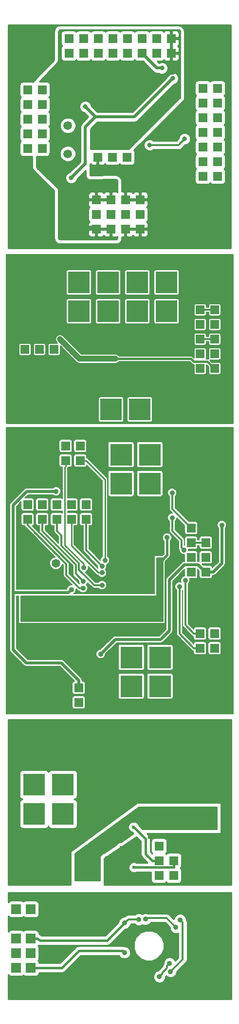
<source format=gbr>
G75*
G71*
%MOMM*%
%OFA0B0*%
%FSLAX53Y53*%
%IPPOS*%
%LPD*%
%ADD13C,0.40000*%
%ADD15C,1.50114*%
%ADD16C,0.30000*%
%ADD23C,0.60000*%
%ADD24C,0.88900*%
%ADD25C,0.50000*%
%ADD30C,0.20000*%
%ADD32R,1.52400X1.52400*%
%ADD37C,0.10000*%
%ADD40C,0.80000*%
%ADD42C,0.15000*%
%ADD46R,3.81000X3.81000*%
%ADD48C,0.25400*%
%ADD51C,1.48082*%
%ADD52R,1.65100X1.65100*%
%ADD55C,0.25000*%
%ADD61C,1.00000*%
%ADD63C,6.00000*%
X0000000Y0000000D02*
G01*
D37*
D52*
X0004570Y0011174D03*
X0002030Y0003554D03*
X0002030Y0008634D03*
X0004570Y0003554D03*
X0002030Y0013714D03*
X0002030Y0011174D03*
X0002030Y0006094D03*
X0004570Y0013714D03*
X0004570Y0006094D03*
X0004570Y0008634D03*
X0004570Y0016254D03*
X0002030Y0016254D03*
D63*
X0035304Y0004824D03*
X0035304Y0014984D03*
X0014984Y0014984D03*
X0014984Y0004824D03*
D24*
X0022350Y0002538D03*
X0021842Y0005586D03*
X0030605Y0014349D03*
X0028931Y0005419D03*
X0020953Y0013841D03*
X0023422Y0014471D03*
X0020908Y0008716D03*
X0029849Y0013089D03*
X0024564Y0014501D03*
X0028762Y0006824D03*
X0026984Y0004538D03*
D16*
X0031049Y0007537D02*
X0028931Y0005419D01*
X0031049Y0013905D02*
X0031049Y0007537D01*
X0030605Y0014349D02*
X0031049Y0013905D01*
D13*
X0004570Y0011174D02*
X0005796Y0011174D01*
X0005796Y0011174D02*
X0006186Y0010784D01*
X0006186Y0010784D02*
X0017896Y0010784D01*
X0017896Y0010784D02*
X0020509Y0013397D01*
X0020509Y0013397D02*
X0020953Y0013841D01*
D16*
X0021583Y0014471D02*
X0020953Y0013841D01*
X0023422Y0014471D02*
X0021583Y0014471D01*
D13*
X0004570Y0006094D02*
X0010038Y0006094D01*
X0010038Y0006094D02*
X0012968Y0009024D01*
X0012968Y0009024D02*
X0020600Y0009024D01*
X0020600Y0009024D02*
X0020908Y0008716D01*
D16*
X0024750Y0014688D02*
X0024564Y0014501D01*
X0028251Y0014688D02*
X0025875Y0014688D01*
X0029849Y0013089D02*
X0028251Y0014688D01*
X0025875Y0014688D02*
X0024750Y0014688D01*
X0027428Y0004982D02*
X0026984Y0004538D01*
X0027428Y0005172D02*
X0027428Y0004982D01*
X0028318Y0006061D02*
X0027428Y0005172D01*
X0028318Y0006380D02*
X0028318Y0006061D01*
X0028762Y0006824D02*
X0028318Y0006380D01*
D48*
G36*
X0039443Y0019123D02*
X0039443Y0000685D01*
X0000685Y0000685D01*
X0000685Y0004903D01*
X0000744Y0004814D01*
X0000955Y0004671D01*
X0001205Y0004621D01*
X0002856Y0004621D01*
X0003098Y0004668D01*
X0003301Y0004802D01*
X0003495Y0004671D01*
X0003745Y0004621D01*
X0005396Y0004621D01*
X0005638Y0004668D01*
X0005850Y0004808D01*
X0005993Y0005019D01*
X0006041Y0005259D01*
X0010038Y0005259D01*
X0010358Y0005323D01*
X0010628Y0005504D01*
X0013314Y0008189D01*
X0019958Y0008189D01*
X0019992Y0008105D01*
X0020296Y0007801D01*
X0020692Y0007637D01*
X0021122Y0007636D01*
X0021519Y0007800D01*
X0021823Y0008104D01*
X0021987Y0008500D01*
X0021988Y0008930D01*
X0021824Y0009327D01*
X0021520Y0009631D01*
X0021124Y0009795D01*
X0020919Y0009796D01*
X0020919Y0009796D01*
X0020600Y0009859D01*
X0012968Y0009859D01*
X0012648Y0009795D01*
X0012648Y0009795D01*
X0012378Y0009614D01*
X0009692Y0006929D01*
X0006041Y0006929D01*
X0005996Y0007162D01*
X0005862Y0007365D01*
X0005993Y0007559D01*
X0006043Y0007809D01*
X0006043Y0009460D01*
X0005996Y0009702D01*
X0005862Y0009905D01*
X0005926Y0010001D01*
X0006186Y0009949D01*
X0017896Y0009949D01*
X0018216Y0010013D01*
X0018486Y0010194D01*
X0021054Y0012761D01*
X0021167Y0012761D01*
X0021564Y0012925D01*
X0021868Y0013229D01*
X0022032Y0013625D01*
X0022032Y0013686D01*
X0022680Y0013686D01*
X0022809Y0013556D01*
X0023206Y0013391D01*
X0023635Y0013391D01*
X0024030Y0013554D01*
X0024349Y0013422D01*
X0024778Y0013422D01*
X0025175Y0013586D01*
X0025479Y0013889D01*
X0025484Y0013903D01*
X0025875Y0013903D01*
X0027925Y0013903D01*
X0028770Y0013058D01*
X0028770Y0012875D01*
X0028908Y0012539D01*
X0024622Y0012539D01*
X0023653Y0012139D01*
X0022911Y0011399D01*
X0022509Y0010430D01*
X0022509Y0009382D01*
X0022909Y0008413D01*
X0023649Y0007671D01*
X0024618Y0007269D01*
X0025666Y0007269D01*
X0026635Y0007669D01*
X0027377Y0008409D01*
X0027779Y0009378D01*
X0027779Y0010426D01*
X0027379Y0011395D01*
X0026639Y0012137D01*
X0025670Y0012539D01*
X0024622Y0012539D01*
X0028908Y0012539D01*
X0028934Y0012478D01*
X0029237Y0012174D01*
X0029634Y0012009D01*
X0030063Y0012009D01*
X0030264Y0012092D01*
X0030264Y0007862D01*
X0029724Y0007322D01*
X0029678Y0007435D01*
X0029374Y0007739D01*
X0028978Y0007903D01*
X0028548Y0007904D01*
X0028151Y0007740D01*
X0027847Y0007436D01*
X0027683Y0007040D01*
X0027682Y0006815D01*
X0027592Y0006680D01*
X0027534Y0006388D01*
X0026873Y0005727D01*
X0026800Y0005618D01*
X0026770Y0005618D01*
X0026373Y0005454D01*
X0026069Y0005150D01*
X0025905Y0004754D01*
X0025904Y0004324D01*
X0026068Y0003927D01*
X0026372Y0003623D01*
X0026768Y0003459D01*
X0027198Y0003458D01*
X0027595Y0003622D01*
X0027899Y0003926D01*
X0028063Y0004322D01*
X0028064Y0004547D01*
X0028149Y0004674D01*
X0028319Y0004504D01*
X0028715Y0004339D01*
X0029145Y0004339D01*
X0029542Y0004503D01*
X0029846Y0004806D01*
X0030010Y0005203D01*
X0030010Y0005388D01*
X0031605Y0006982D01*
X0031775Y0007237D01*
X0031775Y0007237D01*
X0031834Y0007537D01*
X0031834Y0013905D01*
X0031775Y0014205D01*
X0031775Y0014205D01*
X0031684Y0014340D01*
X0031685Y0014563D01*
X0031521Y0014960D01*
X0031217Y0015264D01*
X0030821Y0015428D01*
X0030391Y0015429D01*
X0029994Y0015265D01*
X0029690Y0014961D01*
X0029526Y0014565D01*
X0029526Y0014523D01*
X0028806Y0015243D01*
X0028551Y0015413D01*
X0028551Y0015413D01*
X0028251Y0015473D01*
X0025875Y0015473D01*
X0025040Y0015473D01*
X0024780Y0015581D01*
X0024350Y0015581D01*
X0023955Y0015418D01*
X0023637Y0015550D01*
X0023208Y0015550D01*
X0022811Y0015386D01*
X0022680Y0015256D01*
X0021583Y0015256D01*
X0021282Y0015196D01*
X0021282Y0015196D01*
X0021028Y0015026D01*
X0020922Y0014921D01*
X0020739Y0014921D01*
X0020342Y0014757D01*
X0020038Y0014453D01*
X0019874Y0014057D01*
X0019874Y0013942D01*
X0017550Y0011619D01*
X0006531Y0011619D01*
X0006386Y0011764D01*
X0006115Y0011945D01*
X0006115Y0011945D01*
X0006043Y0011960D01*
X0006043Y0012000D01*
X0005996Y0012242D01*
X0005856Y0012454D01*
X0005645Y0012597D01*
X0005396Y0012647D01*
X0003745Y0012647D01*
X0003502Y0012600D01*
X0003299Y0012466D01*
X0003105Y0012597D01*
X0002856Y0012647D01*
X0001205Y0012647D01*
X0000962Y0012600D01*
X0000750Y0012460D01*
X0000685Y0012365D01*
X0000685Y0015063D01*
X0000744Y0014974D01*
X0000955Y0014831D01*
X0001205Y0014781D01*
X0002856Y0014781D01*
X0003098Y0014828D01*
X0003301Y0014962D01*
X0003495Y0014831D01*
X0003745Y0014781D01*
X0005396Y0014781D01*
X0005638Y0014828D01*
X0005850Y0014968D01*
X0005993Y0015179D01*
X0006043Y0015429D01*
X0006043Y0017080D01*
X0005996Y0017322D01*
X0005856Y0017534D01*
X0005645Y0017677D01*
X0005396Y0017727D01*
X0003745Y0017727D01*
X0003502Y0017680D01*
X0003299Y0017546D01*
X0003105Y0017677D01*
X0002856Y0017727D01*
X0001205Y0017727D01*
X0000962Y0017680D01*
X0000750Y0017540D01*
X0000685Y0017445D01*
X0000685Y0019123D01*
X0039443Y0019123D01*
X0039443Y0019123D01*
G37*
X0039443Y0019123D02*
X0039443Y0000685D01*
X0000685Y0000685D01*
X0000685Y0004903D01*
X0000744Y0004814D01*
X0000955Y0004671D01*
X0001205Y0004621D01*
X0002856Y0004621D01*
X0003098Y0004668D01*
X0003301Y0004802D01*
X0003495Y0004671D01*
X0003745Y0004621D01*
X0005396Y0004621D01*
X0005638Y0004668D01*
X0005850Y0004808D01*
X0005993Y0005019D01*
X0006041Y0005259D01*
X0010038Y0005259D01*
X0010358Y0005323D01*
X0010628Y0005504D01*
X0013314Y0008189D01*
X0019958Y0008189D01*
X0019992Y0008105D01*
X0020296Y0007801D01*
X0020692Y0007637D01*
X0021122Y0007636D01*
X0021519Y0007800D01*
X0021823Y0008104D01*
X0021987Y0008500D01*
X0021988Y0008930D01*
X0021824Y0009327D01*
X0021520Y0009631D01*
X0021124Y0009795D01*
X0020919Y0009796D01*
X0020919Y0009796D01*
X0020600Y0009859D01*
X0012968Y0009859D01*
X0012648Y0009795D01*
X0012648Y0009795D01*
X0012378Y0009614D01*
X0009692Y0006929D01*
X0006041Y0006929D01*
X0005996Y0007162D01*
X0005862Y0007365D01*
X0005993Y0007559D01*
X0006043Y0007809D01*
X0006043Y0009460D01*
X0005996Y0009702D01*
X0005862Y0009905D01*
X0005926Y0010001D01*
X0006186Y0009949D01*
X0017896Y0009949D01*
X0018216Y0010013D01*
X0018486Y0010194D01*
X0021054Y0012761D01*
X0021167Y0012761D01*
X0021564Y0012925D01*
X0021868Y0013229D01*
X0022032Y0013625D01*
X0022032Y0013686D01*
X0022680Y0013686D01*
X0022809Y0013556D01*
X0023206Y0013391D01*
X0023635Y0013391D01*
X0024030Y0013554D01*
X0024349Y0013422D01*
X0024778Y0013422D01*
X0025175Y0013586D01*
X0025479Y0013889D01*
X0025484Y0013903D01*
X0025875Y0013903D01*
X0027925Y0013903D01*
X0028770Y0013058D01*
X0028770Y0012875D01*
X0028908Y0012539D01*
X0024622Y0012539D01*
X0023653Y0012139D01*
X0022911Y0011399D01*
X0022509Y0010430D01*
X0022509Y0009382D01*
X0022909Y0008413D01*
X0023649Y0007671D01*
X0024618Y0007269D01*
X0025666Y0007269D01*
X0026635Y0007669D01*
X0027377Y0008409D01*
X0027779Y0009378D01*
X0027779Y0010426D01*
X0027379Y0011395D01*
X0026639Y0012137D01*
X0025670Y0012539D01*
X0024622Y0012539D01*
X0028908Y0012539D01*
X0028934Y0012478D01*
X0029237Y0012174D01*
X0029634Y0012009D01*
X0030063Y0012009D01*
X0030264Y0012092D01*
X0030264Y0007862D01*
X0029724Y0007322D01*
X0029678Y0007435D01*
X0029374Y0007739D01*
X0028978Y0007903D01*
X0028548Y0007904D01*
X0028151Y0007740D01*
X0027847Y0007436D01*
X0027683Y0007040D01*
X0027682Y0006815D01*
X0027592Y0006680D01*
X0027534Y0006388D01*
X0026873Y0005727D01*
X0026800Y0005618D01*
X0026770Y0005618D01*
X0026373Y0005454D01*
X0026069Y0005150D01*
X0025905Y0004754D01*
X0025904Y0004324D01*
X0026068Y0003927D01*
X0026372Y0003623D01*
X0026768Y0003459D01*
X0027198Y0003458D01*
X0027595Y0003622D01*
X0027899Y0003926D01*
X0028063Y0004322D01*
X0028064Y0004547D01*
X0028149Y0004674D01*
X0028319Y0004504D01*
X0028715Y0004339D01*
X0029145Y0004339D01*
X0029542Y0004503D01*
X0029846Y0004806D01*
X0030010Y0005203D01*
X0030010Y0005388D01*
X0031605Y0006982D01*
X0031775Y0007237D01*
X0031775Y0007237D01*
X0031834Y0007537D01*
X0031834Y0013905D01*
X0031775Y0014205D01*
X0031775Y0014205D01*
X0031684Y0014340D01*
X0031685Y0014563D01*
X0031521Y0014960D01*
X0031217Y0015264D01*
X0030821Y0015428D01*
X0030391Y0015429D01*
X0029994Y0015265D01*
X0029690Y0014961D01*
X0029526Y0014565D01*
X0029526Y0014523D01*
X0028806Y0015243D01*
X0028551Y0015413D01*
X0028551Y0015413D01*
X0028251Y0015473D01*
X0025875Y0015473D01*
X0025040Y0015473D01*
X0024780Y0015581D01*
X0024350Y0015581D01*
X0023955Y0015418D01*
X0023637Y0015550D01*
X0023208Y0015550D01*
X0022811Y0015386D01*
X0022680Y0015256D01*
X0021583Y0015256D01*
X0021282Y0015196D01*
X0021282Y0015196D01*
X0021028Y0015026D01*
X0020922Y0014921D01*
X0020739Y0014921D01*
X0020342Y0014757D01*
X0020038Y0014453D01*
X0019874Y0014057D01*
X0019874Y0013942D01*
X0017550Y0011619D01*
X0006531Y0011619D01*
X0006386Y0011764D01*
X0006115Y0011945D01*
X0006115Y0011945D01*
X0006043Y0011960D01*
X0006043Y0012000D01*
X0005996Y0012242D01*
X0005856Y0012454D01*
X0005645Y0012597D01*
X0005396Y0012647D01*
X0003745Y0012647D01*
X0003502Y0012600D01*
X0003299Y0012466D01*
X0003105Y0012597D01*
X0002856Y0012647D01*
X0001205Y0012647D01*
X0000962Y0012600D01*
X0000750Y0012460D01*
X0000685Y0012365D01*
X0000685Y0015063D01*
X0000744Y0014974D01*
X0000955Y0014831D01*
X0001205Y0014781D01*
X0002856Y0014781D01*
X0003098Y0014828D01*
X0003301Y0014962D01*
X0003495Y0014831D01*
X0003745Y0014781D01*
X0005396Y0014781D01*
X0005638Y0014828D01*
X0005850Y0014968D01*
X0005993Y0015179D01*
X0006043Y0015429D01*
X0006043Y0017080D01*
X0005996Y0017322D01*
X0005856Y0017534D01*
X0005645Y0017677D01*
X0005396Y0017727D01*
X0003745Y0017727D01*
X0003502Y0017680D01*
X0003299Y0017546D01*
X0003105Y0017677D01*
X0002856Y0017727D01*
X0001205Y0017727D01*
X0000962Y0017680D01*
X0000750Y0017540D01*
X0000685Y0017445D01*
X0000685Y0019123D01*
X0039443Y0019123D01*
X0000000Y0019810D02*
G01*
D16*
D32*
X0029462Y0024634D03*
X0029462Y0022094D03*
X0026922Y0027174D03*
X0029462Y0027174D03*
D46*
X0034970Y0032000D03*
X0029970Y0032000D03*
X0034970Y0037080D03*
X0029970Y0037080D03*
D32*
X0010666Y0022094D03*
X0010666Y0024634D03*
X0013206Y0022094D03*
X0013206Y0024634D03*
X0015746Y0022094D03*
X0015746Y0024634D03*
X0018286Y0022094D03*
X0018286Y0024634D03*
D46*
X0005158Y0037842D03*
X0010158Y0037842D03*
X0005158Y0032762D03*
X0010158Y0032762D03*
D63*
X0035304Y0044934D03*
X0004824Y0044934D03*
X0004824Y0024634D03*
X0035304Y0024634D03*
D32*
X0026922Y0024634D03*
X0026922Y0022094D03*
D23*
X0026414Y0028952D03*
X0025259Y0028655D03*
X0020318Y0026920D03*
X0019810Y0024634D03*
X0019556Y0020824D03*
X0008634Y0026330D03*
X0008634Y0028698D03*
X0008634Y0024634D03*
X0008634Y0023364D03*
X0008634Y0022094D03*
X0017270Y0036318D03*
X0019048Y0036826D03*
X0020064Y0036826D03*
X0021080Y0036826D03*
X0022096Y0036826D03*
X0022388Y0027594D03*
X0023328Y0027594D03*
X0023328Y0026754D03*
X0022388Y0026754D03*
X0022731Y0020824D03*
X0024128Y0020824D03*
X0022572Y0023474D03*
X0022483Y0030476D03*
D55*
X0022388Y0026754D02*
X0020484Y0026754D01*
X0020484Y0026754D02*
X0020318Y0026920D01*
X0018286Y0022094D02*
X0019556Y0020824D01*
X0008634Y0028698D02*
X0008634Y0026330D01*
X0008634Y0023364D02*
X0008634Y0024634D01*
X0010666Y0022094D02*
X0008634Y0022094D01*
X0020064Y0036826D02*
X0019048Y0036826D01*
X0022096Y0036826D02*
X0021080Y0036826D01*
D23*
X0022388Y0026754D02*
X0022388Y0027594D01*
X0022388Y0027594D02*
X0023328Y0027594D01*
X0023228Y0027594D02*
X0022388Y0026754D01*
X0023328Y0027594D02*
X0023228Y0027594D01*
X0022388Y0026754D02*
X0023328Y0026754D01*
X0023328Y0026754D02*
X0023328Y0027594D01*
D13*
X0022731Y0020824D02*
X0024128Y0020824D01*
X0022575Y0023472D02*
X0022572Y0023474D01*
X0029462Y0023472D02*
X0022575Y0023472D01*
X0029462Y0024634D02*
X0029462Y0023472D01*
X0022783Y0030176D02*
X0022483Y0030476D01*
X0024559Y0028400D02*
X0022783Y0030176D01*
X0024559Y0025835D02*
X0024559Y0028400D01*
X0025760Y0024634D02*
X0024559Y0025835D01*
X0026922Y0024634D02*
X0025760Y0024634D01*
D48*
G36*
X0036955Y0033905D02*
X0036955Y0030095D01*
X0024045Y0030095D01*
X0023376Y0030764D01*
X0023276Y0031005D01*
X0023013Y0031268D01*
X0022670Y0031411D01*
X0022298Y0031411D01*
X0021954Y0031269D01*
X0021691Y0031006D01*
X0021548Y0030663D01*
X0021548Y0030291D01*
X0021690Y0029947D01*
X0021953Y0029684D01*
X0022195Y0029583D01*
X0022442Y0029336D01*
X0020222Y0027855D01*
X0020133Y0027855D01*
X0019789Y0027713D01*
X0019526Y0027450D01*
X0019492Y0027369D01*
X0017496Y0026038D01*
X0017282Y0025996D01*
X0017069Y0025857D01*
X0016942Y0025669D01*
X0016635Y0025464D01*
X0016635Y0021205D01*
X0012317Y0021205D01*
X0012317Y0025839D01*
X0023407Y0033905D01*
X0027938Y0033905D01*
X0036955Y0033905D01*
X0036955Y0033905D01*
G37*
X0036955Y0033905D02*
X0036955Y0030095D01*
X0024045Y0030095D01*
X0023376Y0030764D01*
X0023276Y0031005D01*
X0023013Y0031268D01*
X0022670Y0031411D01*
X0022298Y0031411D01*
X0021954Y0031269D01*
X0021691Y0031006D01*
X0021548Y0030663D01*
X0021548Y0030291D01*
X0021690Y0029947D01*
X0021953Y0029684D01*
X0022195Y0029583D01*
X0022442Y0029336D01*
X0020222Y0027855D01*
X0020133Y0027855D01*
X0019789Y0027713D01*
X0019526Y0027450D01*
X0019492Y0027369D01*
X0017496Y0026038D01*
X0017282Y0025996D01*
X0017069Y0025857D01*
X0016942Y0025669D01*
X0016635Y0025464D01*
X0016635Y0021205D01*
X0012317Y0021205D01*
X0012317Y0025839D01*
X0023407Y0033905D01*
X0027938Y0033905D01*
X0036955Y0033905D01*
G36*
X0039443Y0049093D02*
X0039443Y0040394D01*
X0012063Y0040394D01*
X0008253Y0040394D01*
X0008011Y0040347D01*
X0007798Y0040208D01*
X0007657Y0039999D01*
X0007524Y0040202D01*
X0007313Y0040344D01*
X0007063Y0040394D01*
X0003253Y0040394D01*
X0003011Y0040347D01*
X0002798Y0040208D01*
X0002656Y0039997D01*
X0002606Y0039747D01*
X0002606Y0035937D01*
X0002653Y0035695D01*
X0002792Y0035482D01*
X0003003Y0035340D01*
X0003190Y0035302D01*
X0003011Y0035267D01*
X0002798Y0035128D01*
X0002656Y0034917D01*
X0002606Y0034667D01*
X0002606Y0030857D01*
X0002653Y0030615D01*
X0002792Y0030402D01*
X0003003Y0030260D01*
X0003253Y0030210D01*
X0007063Y0030210D01*
X0007305Y0030257D01*
X0007518Y0030396D01*
X0007659Y0030605D01*
X0007792Y0030402D01*
X0008003Y0030260D01*
X0008253Y0030210D01*
X0012063Y0030210D01*
X0012305Y0030257D01*
X0012518Y0030396D01*
X0012660Y0030607D01*
X0012710Y0030857D01*
X0012710Y0034667D01*
X0012663Y0034909D01*
X0012524Y0035122D01*
X0012313Y0035264D01*
X0012126Y0035302D01*
X0012305Y0035337D01*
X0012518Y0035476D01*
X0012660Y0035687D01*
X0012710Y0035937D01*
X0012710Y0039747D01*
X0012663Y0039989D01*
X0012524Y0040202D01*
X0012313Y0040344D01*
X0012063Y0040394D01*
X0039443Y0040394D01*
X0039443Y0020495D01*
X0017397Y0020495D01*
X0017397Y0025056D01*
X0022992Y0028786D01*
X0023724Y0028054D01*
X0023724Y0025835D01*
X0023787Y0025516D01*
X0023968Y0025245D01*
X0024906Y0024307D01*
X0023005Y0024307D01*
X0022759Y0024409D01*
X0022387Y0024409D01*
X0022043Y0024267D01*
X0021780Y0024005D01*
X0021638Y0023661D01*
X0021637Y0023289D01*
X0021779Y0022945D01*
X0022042Y0022682D01*
X0022386Y0022539D01*
X0022758Y0022539D01*
X0022995Y0022637D01*
X0025513Y0022637D01*
X0025513Y0021332D01*
X0025560Y0021090D01*
X0025699Y0020877D01*
X0025910Y0020735D01*
X0026160Y0020685D01*
X0027684Y0020685D01*
X0027926Y0020732D01*
X0028139Y0020871D01*
X0028192Y0020950D01*
X0028239Y0020877D01*
X0028450Y0020735D01*
X0028700Y0020685D01*
X0030224Y0020685D01*
X0030466Y0020732D01*
X0030679Y0020871D01*
X0030821Y0021082D01*
X0030871Y0021332D01*
X0030871Y0022856D01*
X0030824Y0023098D01*
X0030685Y0023311D01*
X0030606Y0023364D01*
X0030679Y0023411D01*
X0030821Y0023622D01*
X0030871Y0023872D01*
X0030871Y0025396D01*
X0030824Y0025638D01*
X0030685Y0025851D01*
X0030474Y0025993D01*
X0030224Y0026043D01*
X0028700Y0026043D01*
X0028458Y0025996D01*
X0028245Y0025857D01*
X0028192Y0025778D01*
X0028145Y0025851D01*
X0028066Y0025904D01*
X0028139Y0025951D01*
X0028281Y0026162D01*
X0028331Y0026412D01*
X0028331Y0027936D01*
X0028284Y0028178D01*
X0028145Y0028391D01*
X0027934Y0028533D01*
X0027684Y0028583D01*
X0026160Y0028583D01*
X0025918Y0028536D01*
X0025705Y0028397D01*
X0025563Y0028186D01*
X0025513Y0027936D01*
X0025513Y0026412D01*
X0025560Y0026170D01*
X0025699Y0025957D01*
X0025778Y0025904D01*
X0025713Y0025862D01*
X0025394Y0026181D01*
X0025394Y0028400D01*
X0025330Y0028720D01*
X0025330Y0028720D01*
X0025149Y0028991D01*
X0024807Y0029333D01*
X0037717Y0029333D01*
X0037717Y0034667D01*
X0027938Y0034667D01*
X0023160Y0034667D01*
X0011555Y0026227D01*
X0011555Y0020495D01*
X0000685Y0020495D01*
X0000685Y0049093D01*
X0039443Y0049093D01*
X0039443Y0049093D01*
G37*
X0039443Y0049093D02*
X0039443Y0040394D01*
X0012063Y0040394D01*
X0008253Y0040394D01*
X0008011Y0040347D01*
X0007798Y0040208D01*
X0007657Y0039999D01*
X0007524Y0040202D01*
X0007313Y0040344D01*
X0007063Y0040394D01*
X0003253Y0040394D01*
X0003011Y0040347D01*
X0002798Y0040208D01*
X0002656Y0039997D01*
X0002606Y0039747D01*
X0002606Y0035937D01*
X0002653Y0035695D01*
X0002792Y0035482D01*
X0003003Y0035340D01*
X0003190Y0035302D01*
X0003011Y0035267D01*
X0002798Y0035128D01*
X0002656Y0034917D01*
X0002606Y0034667D01*
X0002606Y0030857D01*
X0002653Y0030615D01*
X0002792Y0030402D01*
X0003003Y0030260D01*
X0003253Y0030210D01*
X0007063Y0030210D01*
X0007305Y0030257D01*
X0007518Y0030396D01*
X0007659Y0030605D01*
X0007792Y0030402D01*
X0008003Y0030260D01*
X0008253Y0030210D01*
X0012063Y0030210D01*
X0012305Y0030257D01*
X0012518Y0030396D01*
X0012660Y0030607D01*
X0012710Y0030857D01*
X0012710Y0034667D01*
X0012663Y0034909D01*
X0012524Y0035122D01*
X0012313Y0035264D01*
X0012126Y0035302D01*
X0012305Y0035337D01*
X0012518Y0035476D01*
X0012660Y0035687D01*
X0012710Y0035937D01*
X0012710Y0039747D01*
X0012663Y0039989D01*
X0012524Y0040202D01*
X0012313Y0040344D01*
X0012063Y0040394D01*
X0039443Y0040394D01*
X0039443Y0020495D01*
X0017397Y0020495D01*
X0017397Y0025056D01*
X0022992Y0028786D01*
X0023724Y0028054D01*
X0023724Y0025835D01*
X0023787Y0025516D01*
X0023968Y0025245D01*
X0024906Y0024307D01*
X0023005Y0024307D01*
X0022759Y0024409D01*
X0022387Y0024409D01*
X0022043Y0024267D01*
X0021780Y0024005D01*
X0021638Y0023661D01*
X0021637Y0023289D01*
X0021779Y0022945D01*
X0022042Y0022682D01*
X0022386Y0022539D01*
X0022758Y0022539D01*
X0022995Y0022637D01*
X0025513Y0022637D01*
X0025513Y0021332D01*
X0025560Y0021090D01*
X0025699Y0020877D01*
X0025910Y0020735D01*
X0026160Y0020685D01*
X0027684Y0020685D01*
X0027926Y0020732D01*
X0028139Y0020871D01*
X0028192Y0020950D01*
X0028239Y0020877D01*
X0028450Y0020735D01*
X0028700Y0020685D01*
X0030224Y0020685D01*
X0030466Y0020732D01*
X0030679Y0020871D01*
X0030821Y0021082D01*
X0030871Y0021332D01*
X0030871Y0022856D01*
X0030824Y0023098D01*
X0030685Y0023311D01*
X0030606Y0023364D01*
X0030679Y0023411D01*
X0030821Y0023622D01*
X0030871Y0023872D01*
X0030871Y0025396D01*
X0030824Y0025638D01*
X0030685Y0025851D01*
X0030474Y0025993D01*
X0030224Y0026043D01*
X0028700Y0026043D01*
X0028458Y0025996D01*
X0028245Y0025857D01*
X0028192Y0025778D01*
X0028145Y0025851D01*
X0028066Y0025904D01*
X0028139Y0025951D01*
X0028281Y0026162D01*
X0028331Y0026412D01*
X0028331Y0027936D01*
X0028284Y0028178D01*
X0028145Y0028391D01*
X0027934Y0028533D01*
X0027684Y0028583D01*
X0026160Y0028583D01*
X0025918Y0028536D01*
X0025705Y0028397D01*
X0025563Y0028186D01*
X0025513Y0027936D01*
X0025513Y0026412D01*
X0025560Y0026170D01*
X0025699Y0025957D01*
X0025778Y0025904D01*
X0025713Y0025862D01*
X0025394Y0026181D01*
X0025394Y0028400D01*
X0025330Y0028720D01*
X0025330Y0028720D01*
X0025149Y0028991D01*
X0024807Y0029333D01*
X0037717Y0029333D01*
X0037717Y0034667D01*
X0027938Y0034667D01*
X0023160Y0034667D01*
X0011555Y0026227D01*
X0011555Y0020495D01*
X0000685Y0020495D01*
X0000685Y0049093D01*
X0039443Y0049093D01*
X0000000Y0049780D02*
G01*
D16*
D46*
X0005160Y0063242D03*
X0010160Y0063242D03*
X0005160Y0068322D03*
X0010160Y0068322D03*
D63*
X0004826Y0095246D03*
X0035306Y0095246D03*
X0004826Y0054606D03*
X0035306Y0054606D03*
D32*
X0035052Y0077212D03*
X0032512Y0077212D03*
X0032512Y0074672D03*
X0035052Y0074672D03*
X0036576Y0061464D03*
X0034036Y0061464D03*
X0036576Y0064004D03*
X0034036Y0064004D03*
X0009144Y0083816D03*
X0009144Y0086356D03*
X0006604Y0083816D03*
X0006604Y0086356D03*
X0011684Y0083816D03*
X0011684Y0086356D03*
X0035052Y0079752D03*
X0032512Y0079752D03*
X0013208Y0093976D03*
X0013208Y0096516D03*
X0010668Y0093976D03*
X0010668Y0096516D03*
X0014224Y0083816D03*
X0014224Y0086356D03*
X0010414Y0052066D03*
X0010414Y0054606D03*
X0012954Y0052066D03*
X0012954Y0054606D03*
X0015494Y0052066D03*
X0015494Y0054606D03*
D51*
X0009002Y0076196D03*
X0007000Y0076196D03*
D32*
X0004064Y0083816D03*
X0004064Y0086356D03*
D46*
X0022098Y0059860D03*
X0022098Y0054860D03*
X0027098Y0059860D03*
X0027098Y0054860D03*
X0020320Y0089992D03*
X0020320Y0094992D03*
X0025320Y0089992D03*
X0025320Y0094992D03*
D32*
X0035052Y0082292D03*
X0032512Y0082292D03*
D24*
X0027178Y0069592D03*
X0028321Y0080641D03*
X0027178Y0076450D03*
X0022098Y0078609D03*
X0022098Y0079851D03*
X0023241Y0077593D03*
X0020701Y0077593D03*
X0020447Y0075815D03*
X0022352Y0075688D03*
X0024130Y0076450D03*
X0024130Y0073402D03*
X0024257Y0071751D03*
X0022606Y0071751D03*
X0020955Y0071751D03*
X0019685Y0071751D03*
X0019685Y0073021D03*
X0021082Y0073021D03*
X0022606Y0072894D03*
X0022606Y0074291D03*
X0021336Y0074418D03*
X0019939Y0074545D03*
X0036318Y0068960D03*
X0038354Y0068957D03*
X0036571Y0081408D03*
X0036449Y0082419D03*
X0005461Y0075053D03*
X0004064Y0075053D03*
X0002921Y0076323D03*
X0012954Y0063242D03*
X0015875Y0063242D03*
X0037846Y0082800D03*
X0011684Y0071624D03*
X0016764Y0060448D03*
X0009017Y0088642D03*
X0017018Y0075688D03*
X0013829Y0075420D03*
X0017529Y0076710D03*
X0017018Y0074545D03*
X0013744Y0073049D03*
X0013716Y0071878D03*
X0017018Y0072386D03*
X0031496Y0073212D03*
X0030480Y0072132D03*
X0029210Y0088388D03*
X0031256Y0078468D03*
X0029210Y0084070D03*
D13*
X0027178Y0076450D02*
X0028321Y0077593D01*
X0028321Y0080012D02*
X0028321Y0080641D01*
X0028321Y0077593D02*
X0028321Y0080012D01*
D48*
X0022098Y0079851D02*
X0022098Y0078609D01*
X0022225Y0078609D02*
X0023241Y0077593D01*
X0022098Y0078609D02*
X0022225Y0078609D01*
X0023241Y0077593D02*
X0020701Y0077593D01*
X0020701Y0076069D02*
X0020447Y0075815D01*
X0020701Y0077593D02*
X0020701Y0076069D01*
X0022225Y0075815D02*
X0022352Y0075688D01*
X0020447Y0075815D02*
X0022225Y0075815D01*
X0024003Y0076577D02*
X0024130Y0076450D01*
X0022352Y0075688D02*
X0024003Y0076577D01*
X0024003Y0073529D02*
X0024130Y0073402D01*
X0024130Y0076450D02*
X0024003Y0073529D01*
X0024130Y0071878D02*
X0024257Y0071751D01*
X0024130Y0073402D02*
X0024130Y0071878D01*
X0022479Y0071751D02*
X0022606Y0071751D01*
X0024257Y0071751D02*
X0022479Y0071751D01*
X0022606Y0071751D02*
X0020955Y0071751D01*
X0020955Y0071751D02*
X0019685Y0071751D01*
X0019685Y0071751D02*
X0019685Y0073021D01*
X0019685Y0073021D02*
X0021082Y0073021D01*
X0022479Y0073021D02*
X0022606Y0072894D01*
X0021082Y0073021D02*
X0022479Y0073021D01*
X0022606Y0072894D02*
X0022606Y0074291D01*
X0021463Y0074291D02*
X0021336Y0074418D01*
X0022606Y0074291D02*
X0021463Y0074291D01*
X0020066Y0074418D02*
X0019939Y0074545D01*
X0021336Y0074418D02*
X0020066Y0074418D01*
D16*
X0038351Y0068960D02*
X0038354Y0068957D01*
X0036318Y0068960D02*
X0038351Y0068960D01*
X0036571Y0082297D02*
X0036449Y0082419D01*
X0036571Y0081408D02*
X0036571Y0082297D01*
X0005461Y0075053D02*
X0004064Y0075053D01*
X0010160Y0063242D02*
X0012954Y0063242D01*
D25*
X0037846Y0076204D02*
X0036314Y0074672D01*
X0036314Y0074672D02*
X0035052Y0074672D01*
X0012954Y0055868D02*
X0009898Y0058924D01*
X0012954Y0054606D02*
X0012954Y0055868D01*
X0009898Y0058924D02*
X0004761Y0058924D01*
X0004761Y0058924D02*
X0003810Y0058924D01*
X0003810Y0058924D02*
X0001524Y0061210D01*
X0001524Y0061210D02*
X0001524Y0070429D01*
X0011150Y0071090D02*
X0011684Y0071624D01*
X0001524Y0071090D02*
X0011150Y0071090D01*
X0001524Y0070429D02*
X0001524Y0071090D01*
X0031347Y0075938D02*
X0028702Y0073293D01*
X0033677Y0075938D02*
X0031347Y0075938D01*
X0035052Y0074563D02*
X0033677Y0075938D01*
X0035052Y0074672D02*
X0035052Y0074563D01*
X0028702Y0073293D02*
X0028702Y0064512D01*
X0028702Y0064512D02*
X0027178Y0062988D01*
X0019304Y0062988D02*
X0016764Y0060448D01*
X0027178Y0062988D02*
X0019304Y0062988D01*
X0001524Y0071090D02*
X0001524Y0086247D01*
X0003919Y0088642D02*
X0003677Y0088400D01*
X0009017Y0088642D02*
X0003919Y0088642D01*
X0001524Y0086247D02*
X0003677Y0088400D01*
X0037846Y0079747D02*
X0037846Y0076204D01*
X0037846Y0082800D02*
X0037846Y0079747D01*
D16*
X0032512Y0079752D02*
X0035052Y0079752D01*
X0017018Y0075688D02*
X0014224Y0078482D01*
X0014224Y0078482D02*
X0014224Y0083816D01*
D48*
X0010541Y0079337D02*
X0010541Y0092833D01*
X0010541Y0092833D02*
X0010668Y0092960D01*
X0010668Y0092960D02*
X0010668Y0093976D01*
X0013829Y0075420D02*
X0013829Y0076049D01*
X0013829Y0076049D02*
X0010541Y0079337D01*
X0010541Y0093849D02*
X0010668Y0093976D01*
X0017529Y0076710D02*
X0017529Y0090671D01*
X0017529Y0090671D02*
X0014224Y0093976D01*
X0014224Y0093976D02*
X0013208Y0093976D01*
X0017018Y0074545D02*
X0016389Y0074545D01*
X0016389Y0074545D02*
X0011684Y0079250D01*
X0011684Y0079250D02*
X0011684Y0082800D01*
X0011684Y0082800D02*
X0011684Y0083816D01*
D16*
X0013744Y0073049D02*
X0012427Y0074367D01*
X0012427Y0074367D02*
X0012427Y0075917D01*
X0012427Y0075917D02*
X0006604Y0081740D01*
X0006604Y0081740D02*
X0006604Y0082754D01*
X0006604Y0082754D02*
X0006604Y0083816D01*
X0013716Y0071878D02*
X0013087Y0071878D01*
X0013087Y0071878D02*
X0010795Y0074170D01*
X0010795Y0074170D02*
X0010795Y0076023D01*
X0010795Y0076023D02*
X0004064Y0082754D01*
X0004064Y0082754D02*
X0004064Y0083816D01*
X0009144Y0083816D02*
X0009144Y0082754D01*
X0009144Y0082754D02*
X0009144Y0081784D01*
X0013686Y0074364D02*
X0013560Y0074490D01*
X0015664Y0072386D02*
X0013686Y0074364D01*
X0012981Y0076147D02*
X0009929Y0079198D01*
X0013686Y0074364D02*
X0013630Y0074364D01*
X0013630Y0074364D02*
X0012981Y0075013D01*
X0012981Y0075013D02*
X0012981Y0076147D01*
X0009929Y0079198D02*
X0009929Y0080999D01*
X0009929Y0080999D02*
X0009144Y0081784D01*
D48*
X0009906Y0081022D02*
X0009906Y0079254D01*
X0009906Y0079254D02*
X0013004Y0076156D01*
X0013004Y0076156D02*
X0013004Y0075046D01*
X0013004Y0075046D02*
X0013560Y0074490D01*
X0009906Y0081022D02*
X0009144Y0081784D01*
D16*
X0017018Y0072386D02*
X0015664Y0072386D01*
X0032974Y0064004D02*
X0034036Y0064004D01*
X0031496Y0065482D02*
X0032974Y0064004D01*
X0031496Y0073212D02*
X0031496Y0065482D01*
X0032974Y0061464D02*
X0034036Y0061464D01*
X0030480Y0063958D02*
X0032974Y0061464D01*
X0030480Y0072132D02*
X0030480Y0063958D01*
X0029210Y0085594D02*
X0032512Y0082292D01*
X0029210Y0088388D02*
X0029210Y0085594D01*
X0030812Y0078912D02*
X0030812Y0080182D01*
X0031256Y0078468D02*
X0030812Y0078912D01*
X0029210Y0081784D02*
X0029210Y0084070D01*
X0030812Y0080182D02*
X0029210Y0081784D01*
D30*
G36*
X0027586Y0077112D02*
X0027586Y0068830D01*
X0027586Y0066136D01*
X0002894Y0066136D01*
X0002894Y0070486D01*
X0011150Y0070486D01*
X0011260Y0070508D01*
X0025654Y0070508D01*
X0026516Y0070508D01*
X0026516Y0077112D01*
X0027586Y0077112D01*
X0027586Y0077112D01*
G37*
X0027586Y0077112D02*
X0027586Y0068830D01*
X0027586Y0066136D01*
X0002894Y0066136D01*
X0002894Y0070486D01*
X0011150Y0070486D01*
X0011260Y0070508D01*
X0025654Y0070508D01*
X0026516Y0070508D01*
X0026516Y0077112D01*
X0027586Y0077112D01*
G36*
X0039782Y0099722D02*
X0039782Y0097639D01*
X0013970Y0097639D01*
X0012446Y0097639D01*
X0011430Y0097639D01*
X0009906Y0097639D01*
X0009771Y0097613D01*
X0009652Y0097535D01*
X0009573Y0097417D01*
X0009545Y0097278D01*
X0009545Y0095754D01*
X0009571Y0095619D01*
X0009649Y0095500D01*
X0009767Y0095421D01*
X0009906Y0095393D01*
X0011430Y0095393D01*
X0011565Y0095419D01*
X0011684Y0095497D01*
X0011763Y0095615D01*
X0011791Y0095754D01*
X0011791Y0097278D01*
X0011765Y0097413D01*
X0011687Y0097532D01*
X0011569Y0097611D01*
X0011430Y0097639D01*
X0012446Y0097639D01*
X0012311Y0097613D01*
X0012192Y0097535D01*
X0012113Y0097417D01*
X0012085Y0097278D01*
X0012085Y0095754D01*
X0012111Y0095619D01*
X0012189Y0095500D01*
X0012307Y0095421D01*
X0012446Y0095393D01*
X0013970Y0095393D01*
X0014105Y0095419D01*
X0014224Y0095497D01*
X0014303Y0095615D01*
X0014331Y0095754D01*
X0014331Y0097278D01*
X0014305Y0097413D01*
X0014227Y0097532D01*
X0014109Y0097611D01*
X0013970Y0097639D01*
X0039782Y0097639D01*
X0039782Y0097258D01*
X0027225Y0097258D01*
X0023415Y0097258D01*
X0022225Y0097258D01*
X0018415Y0097258D01*
X0018280Y0097232D01*
X0018161Y0097154D01*
X0018082Y0097036D01*
X0018054Y0096897D01*
X0018054Y0095099D01*
X0013970Y0095099D01*
X0012446Y0095099D01*
X0012311Y0095073D01*
X0012192Y0094995D01*
X0012113Y0094877D01*
X0012085Y0094738D01*
X0012085Y0093214D01*
X0012111Y0093079D01*
X0012189Y0092960D01*
X0012307Y0092881D01*
X0012446Y0092853D01*
X0013970Y0092853D01*
X0014105Y0092879D01*
X0014224Y0092957D01*
X0014303Y0093075D01*
X0014327Y0093193D01*
X0017048Y0090472D01*
X0017048Y0087479D01*
X0014986Y0087479D01*
X0013462Y0087479D01*
X0013327Y0087453D01*
X0013208Y0087375D01*
X0013129Y0087257D01*
X0013101Y0087118D01*
X0013101Y0085594D01*
X0013127Y0085459D01*
X0013205Y0085340D01*
X0013323Y0085261D01*
X0013462Y0085233D01*
X0014986Y0085233D01*
X0015121Y0085259D01*
X0015240Y0085337D01*
X0015319Y0085455D01*
X0015347Y0085594D01*
X0015347Y0087118D01*
X0015321Y0087253D01*
X0015243Y0087372D01*
X0015125Y0087451D01*
X0014986Y0087479D01*
X0017048Y0087479D01*
X0017048Y0077358D01*
X0016853Y0077163D01*
X0016731Y0076870D01*
X0016731Y0076688D01*
X0014728Y0078691D01*
X0014728Y0082693D01*
X0014986Y0082693D01*
X0015121Y0082719D01*
X0015240Y0082797D01*
X0015319Y0082915D01*
X0015347Y0083054D01*
X0015347Y0084578D01*
X0015321Y0084713D01*
X0015243Y0084832D01*
X0015125Y0084911D01*
X0014986Y0084939D01*
X0013462Y0084939D01*
X0013327Y0084913D01*
X0013208Y0084835D01*
X0013129Y0084717D01*
X0013101Y0084578D01*
X0013101Y0083054D01*
X0013127Y0082919D01*
X0013205Y0082800D01*
X0013323Y0082721D01*
X0013462Y0082693D01*
X0013720Y0082693D01*
X0013720Y0078482D01*
X0013758Y0078289D01*
X0013868Y0078126D01*
X0016220Y0075774D01*
X0016219Y0075530D01*
X0016314Y0075300D01*
X0012165Y0079450D01*
X0012165Y0082693D01*
X0012446Y0082693D01*
X0012581Y0082719D01*
X0012700Y0082797D01*
X0012779Y0082915D01*
X0012807Y0083054D01*
X0012807Y0084578D01*
X0012781Y0084713D01*
X0012703Y0084832D01*
X0012585Y0084911D01*
X0012446Y0084939D01*
X0011022Y0084939D01*
X0011022Y0085233D01*
X0012446Y0085233D01*
X0012581Y0085259D01*
X0012700Y0085337D01*
X0012779Y0085455D01*
X0012807Y0085594D01*
X0012807Y0087118D01*
X0012781Y0087253D01*
X0012703Y0087372D01*
X0012585Y0087451D01*
X0012446Y0087479D01*
X0011022Y0087479D01*
X0011022Y0092641D01*
X0011022Y0092641D01*
X0011112Y0092776D01*
X0011112Y0092776D01*
X0011128Y0092853D01*
X0011430Y0092853D01*
X0011565Y0092879D01*
X0011684Y0092957D01*
X0011763Y0093075D01*
X0011791Y0093214D01*
X0011791Y0094738D01*
X0011765Y0094873D01*
X0011687Y0094992D01*
X0011569Y0095071D01*
X0011430Y0095099D01*
X0009906Y0095099D01*
X0009771Y0095073D01*
X0009652Y0094995D01*
X0009573Y0094877D01*
X0009545Y0094738D01*
X0009545Y0093214D01*
X0009571Y0093079D01*
X0009649Y0092960D01*
X0009767Y0092881D01*
X0009906Y0092853D01*
X0010064Y0092853D01*
X0010060Y0092833D01*
X0010060Y0087441D01*
X0010045Y0087451D01*
X0009906Y0087479D01*
X0008382Y0087479D01*
X0007366Y0087479D01*
X0005842Y0087479D01*
X0005707Y0087453D01*
X0005588Y0087375D01*
X0005509Y0087257D01*
X0005481Y0087118D01*
X0005481Y0085594D01*
X0005507Y0085459D01*
X0005585Y0085340D01*
X0005703Y0085261D01*
X0005842Y0085233D01*
X0007366Y0085233D01*
X0007501Y0085259D01*
X0007620Y0085337D01*
X0007699Y0085455D01*
X0007727Y0085594D01*
X0007727Y0087118D01*
X0007701Y0087253D01*
X0007623Y0087372D01*
X0007505Y0087451D01*
X0007366Y0087479D01*
X0008382Y0087479D01*
X0008247Y0087453D01*
X0008128Y0087375D01*
X0008049Y0087257D01*
X0008021Y0087118D01*
X0008021Y0085594D01*
X0008047Y0085459D01*
X0008125Y0085340D01*
X0008243Y0085261D01*
X0008382Y0085233D01*
X0009906Y0085233D01*
X0010041Y0085259D01*
X0010060Y0085272D01*
X0010060Y0084901D01*
X0010045Y0084911D01*
X0009906Y0084939D01*
X0008382Y0084939D01*
X0008247Y0084913D01*
X0008128Y0084835D01*
X0008049Y0084717D01*
X0008021Y0084578D01*
X0008021Y0083054D01*
X0008047Y0082919D01*
X0008125Y0082800D01*
X0008243Y0082721D01*
X0008382Y0082693D01*
X0008640Y0082693D01*
X0008640Y0081784D01*
X0008640Y0081784D01*
X0008678Y0081591D01*
X0008788Y0081428D01*
X0009425Y0080790D01*
X0009425Y0079632D01*
X0007108Y0081949D01*
X0007108Y0082693D01*
X0007366Y0082693D01*
X0007501Y0082719D01*
X0007620Y0082797D01*
X0007699Y0082915D01*
X0007727Y0083054D01*
X0007727Y0084578D01*
X0007701Y0084713D01*
X0007623Y0084832D01*
X0007505Y0084911D01*
X0007366Y0084939D01*
X0005842Y0084939D01*
X0005707Y0084913D01*
X0005588Y0084835D01*
X0005509Y0084717D01*
X0005481Y0084578D01*
X0005481Y0083054D01*
X0005507Y0082919D01*
X0005585Y0082800D01*
X0005703Y0082721D01*
X0005842Y0082693D01*
X0006100Y0082693D01*
X0006100Y0081740D01*
X0006138Y0081547D01*
X0006248Y0081384D01*
X0011923Y0075708D01*
X0011923Y0074367D01*
X0011923Y0074367D01*
X0011961Y0074174D01*
X0012070Y0074011D01*
X0012946Y0073135D01*
X0012946Y0072891D01*
X0013058Y0072620D01*
X0011299Y0074379D01*
X0011299Y0076023D01*
X0011261Y0076216D01*
X0011261Y0076216D01*
X0011151Y0076379D01*
X0004836Y0082695D01*
X0004961Y0082719D01*
X0005080Y0082797D01*
X0005159Y0082915D01*
X0005187Y0083054D01*
X0005187Y0084578D01*
X0005161Y0084713D01*
X0005083Y0084832D01*
X0004965Y0084911D01*
X0004826Y0084939D01*
X0003302Y0084939D01*
X0003167Y0084913D01*
X0003048Y0084835D01*
X0002969Y0084717D01*
X0002941Y0084578D01*
X0002941Y0083054D01*
X0002967Y0082919D01*
X0003045Y0082800D01*
X0003163Y0082721D01*
X0003302Y0082693D01*
X0003572Y0082693D01*
X0003598Y0082561D01*
X0003708Y0082398D01*
X0003708Y0082398D01*
X0008815Y0077291D01*
X0008785Y0077291D01*
X0008383Y0077124D01*
X0008075Y0076817D01*
X0007908Y0076415D01*
X0007907Y0075979D01*
X0008073Y0075577D01*
X0008381Y0075269D01*
X0008783Y0075102D01*
X0009218Y0075101D01*
X0009621Y0075268D01*
X0009929Y0075575D01*
X0010096Y0075977D01*
X0010096Y0076009D01*
X0010291Y0075814D01*
X0010291Y0074170D01*
X0010329Y0073978D01*
X0010439Y0073814D01*
X0011830Y0072422D01*
X0011526Y0072423D01*
X0011232Y0072301D01*
X0011007Y0072077D01*
X0010886Y0071784D01*
X0010886Y0071694D01*
X0002128Y0071694D01*
X0002128Y0085997D01*
X0002941Y0086810D01*
X0002941Y0085594D01*
X0002967Y0085459D01*
X0003045Y0085340D01*
X0003163Y0085261D01*
X0003302Y0085233D01*
X0004826Y0085233D01*
X0004961Y0085259D01*
X0005080Y0085337D01*
X0005159Y0085455D01*
X0005187Y0085594D01*
X0005187Y0087118D01*
X0005161Y0087253D01*
X0005083Y0087372D01*
X0004965Y0087451D01*
X0004826Y0087479D01*
X0003610Y0087479D01*
X0004104Y0087973D01*
X0004104Y0087973D01*
X0004104Y0087973D01*
X0004169Y0088038D01*
X0008492Y0088038D01*
X0008564Y0087965D01*
X0008857Y0087844D01*
X0009175Y0087843D01*
X0009469Y0087965D01*
X0009694Y0088189D01*
X0009815Y0088482D01*
X0009816Y0088800D01*
X0009694Y0089094D01*
X0009470Y0089319D01*
X0009177Y0089440D01*
X0008859Y0089441D01*
X0008565Y0089319D01*
X0008492Y0089246D01*
X0003919Y0089246D01*
X0003688Y0089200D01*
X0003688Y0089200D01*
X0003609Y0089148D01*
X0003492Y0089069D01*
X0003250Y0088827D01*
X0003250Y0088827D01*
X0003250Y0088827D01*
X0001097Y0086674D01*
X0000966Y0086478D01*
X0000920Y0086247D01*
X0000920Y0071090D01*
X0000920Y0070429D01*
X0000920Y0061210D01*
X0000966Y0060979D01*
X0001097Y0060783D01*
X0003383Y0058497D01*
X0003579Y0058366D01*
X0003810Y0058320D01*
X0004761Y0058320D01*
X0009648Y0058320D01*
X0012239Y0055729D01*
X0012192Y0055729D01*
X0012057Y0055703D01*
X0011938Y0055625D01*
X0011859Y0055507D01*
X0011831Y0055368D01*
X0011831Y0053844D01*
X0011857Y0053709D01*
X0011935Y0053590D01*
X0012053Y0053511D01*
X0012192Y0053483D01*
X0013716Y0053483D01*
X0013851Y0053509D01*
X0013970Y0053587D01*
X0014049Y0053705D01*
X0014077Y0053844D01*
X0014077Y0055368D01*
X0014051Y0055503D01*
X0013973Y0055622D01*
X0013855Y0055701D01*
X0013716Y0055729D01*
X0013558Y0055729D01*
X0013558Y0055868D01*
X0013558Y0055868D01*
X0013512Y0056099D01*
X0013512Y0056099D01*
X0013381Y0056295D01*
X0010325Y0059351D01*
X0010325Y0059351D01*
X0010208Y0059430D01*
X0010129Y0059482D01*
X0010129Y0059482D01*
X0009898Y0059528D01*
X0004761Y0059528D01*
X0004060Y0059528D01*
X0002128Y0061460D01*
X0002128Y0070429D01*
X0002128Y0070486D01*
X0002494Y0070486D01*
X0002494Y0065736D01*
X0027986Y0065736D01*
X0027986Y0068830D01*
X0027986Y0076475D01*
X0028713Y0077201D01*
X0028833Y0077381D01*
X0028833Y0077381D01*
X0028875Y0077593D01*
X0028875Y0080012D01*
X0028875Y0080066D01*
X0028998Y0080188D01*
X0029119Y0080481D01*
X0029120Y0080799D01*
X0028998Y0081093D01*
X0028774Y0081318D01*
X0028481Y0081439D01*
X0028163Y0081440D01*
X0027869Y0081318D01*
X0027644Y0081094D01*
X0027523Y0080801D01*
X0027522Y0080483D01*
X0027644Y0080189D01*
X0027767Y0080066D01*
X0027767Y0080012D01*
X0027767Y0077822D01*
X0027457Y0077512D01*
X0026116Y0077512D01*
X0026116Y0070908D01*
X0025654Y0070908D01*
X0012042Y0070908D01*
X0012136Y0070947D01*
X0012361Y0071171D01*
X0012482Y0071464D01*
X0012483Y0071770D01*
X0012731Y0071522D01*
X0012895Y0071412D01*
X0013087Y0071374D01*
X0013091Y0071374D01*
X0013263Y0071201D01*
X0013556Y0071080D01*
X0013874Y0071079D01*
X0014168Y0071201D01*
X0014393Y0071425D01*
X0014514Y0071718D01*
X0014515Y0072036D01*
X0014393Y0072330D01*
X0014274Y0072450D01*
X0014421Y0072597D01*
X0014515Y0072822D01*
X0015307Y0072030D01*
X0015471Y0071920D01*
X0015664Y0071882D01*
X0016393Y0071882D01*
X0016565Y0071709D01*
X0016858Y0071588D01*
X0017176Y0071587D01*
X0017470Y0071709D01*
X0017695Y0071933D01*
X0017816Y0072226D01*
X0017817Y0072544D01*
X0017695Y0072838D01*
X0017471Y0073063D01*
X0017178Y0073184D01*
X0016860Y0073185D01*
X0016566Y0073063D01*
X0016393Y0072890D01*
X0015873Y0072890D01*
X0014096Y0074667D01*
X0014281Y0074743D01*
X0014506Y0074967D01*
X0014628Y0075261D01*
X0014628Y0075579D01*
X0014594Y0075660D01*
X0016049Y0074205D01*
X0016205Y0074101D01*
X0016365Y0074069D01*
X0016565Y0073868D01*
X0016858Y0073747D01*
X0017176Y0073746D01*
X0017470Y0073868D01*
X0017695Y0074092D01*
X0017816Y0074385D01*
X0017817Y0074703D01*
X0017695Y0074997D01*
X0017576Y0075117D01*
X0017695Y0075235D01*
X0017816Y0075528D01*
X0017817Y0075846D01*
X0017775Y0075948D01*
X0017981Y0076033D01*
X0018206Y0076257D01*
X0018328Y0076551D01*
X0018328Y0076868D01*
X0018206Y0077162D01*
X0018010Y0077359D01*
X0018010Y0090671D01*
X0018010Y0090671D01*
X0017974Y0090855D01*
X0017869Y0091011D01*
X0014564Y0094316D01*
X0014564Y0094316D01*
X0014408Y0094420D01*
X0014408Y0094420D01*
X0014331Y0094436D01*
X0014331Y0094738D01*
X0014305Y0094873D01*
X0014227Y0094992D01*
X0014109Y0095071D01*
X0013970Y0095099D01*
X0018054Y0095099D01*
X0018054Y0093087D01*
X0018080Y0092952D01*
X0018158Y0092833D01*
X0018276Y0092754D01*
X0018415Y0092726D01*
X0022225Y0092726D01*
X0022360Y0092752D01*
X0022479Y0092830D01*
X0022558Y0092948D01*
X0022586Y0093087D01*
X0022586Y0096897D01*
X0022560Y0097032D01*
X0022482Y0097151D01*
X0022364Y0097230D01*
X0022225Y0097258D01*
X0023415Y0097258D01*
X0023280Y0097232D01*
X0023161Y0097154D01*
X0023082Y0097036D01*
X0023054Y0096897D01*
X0023054Y0093087D01*
X0023080Y0092952D01*
X0023158Y0092833D01*
X0023276Y0092754D01*
X0023415Y0092726D01*
X0027225Y0092726D01*
X0027360Y0092752D01*
X0027479Y0092830D01*
X0027558Y0092948D01*
X0027586Y0093087D01*
X0027586Y0096897D01*
X0027560Y0097032D01*
X0027482Y0097151D01*
X0027364Y0097230D01*
X0027225Y0097258D01*
X0039782Y0097258D01*
X0039782Y0092258D01*
X0027225Y0092258D01*
X0023415Y0092258D01*
X0022225Y0092258D01*
X0018415Y0092258D01*
X0018280Y0092232D01*
X0018161Y0092154D01*
X0018082Y0092036D01*
X0018054Y0091897D01*
X0018054Y0088087D01*
X0018080Y0087952D01*
X0018158Y0087833D01*
X0018276Y0087754D01*
X0018415Y0087726D01*
X0022225Y0087726D01*
X0022360Y0087752D01*
X0022479Y0087830D01*
X0022558Y0087948D01*
X0022586Y0088087D01*
X0022586Y0091897D01*
X0022560Y0092032D01*
X0022482Y0092151D01*
X0022364Y0092230D01*
X0022225Y0092258D01*
X0023415Y0092258D01*
X0023280Y0092232D01*
X0023161Y0092154D01*
X0023082Y0092036D01*
X0023054Y0091897D01*
X0023054Y0088087D01*
X0023080Y0087952D01*
X0023158Y0087833D01*
X0023276Y0087754D01*
X0023415Y0087726D01*
X0027225Y0087726D01*
X0027360Y0087752D01*
X0027479Y0087830D01*
X0027558Y0087948D01*
X0027586Y0088087D01*
X0027586Y0091897D01*
X0027560Y0092032D01*
X0027482Y0092151D01*
X0027364Y0092230D01*
X0027225Y0092258D01*
X0039782Y0092258D01*
X0039782Y0089187D01*
X0029052Y0089187D01*
X0028758Y0089065D01*
X0028533Y0088841D01*
X0028412Y0088548D01*
X0028411Y0088230D01*
X0028533Y0087936D01*
X0028706Y0087763D01*
X0028706Y0085594D01*
X0028744Y0085401D01*
X0028854Y0085238D01*
X0029223Y0084868D01*
X0029052Y0084869D01*
X0028758Y0084747D01*
X0028533Y0084523D01*
X0028412Y0084230D01*
X0028411Y0083912D01*
X0028533Y0083618D01*
X0028706Y0083445D01*
X0028706Y0081784D01*
X0028706Y0081784D01*
X0028744Y0081591D01*
X0028854Y0081428D01*
X0030308Y0079974D01*
X0030308Y0078912D01*
X0030308Y0078912D01*
X0030346Y0078720D01*
X0030455Y0078556D01*
X0030455Y0078556D01*
X0030458Y0078554D01*
X0030457Y0078310D01*
X0030579Y0078016D01*
X0030803Y0077791D01*
X0031097Y0077670D01*
X0031389Y0077669D01*
X0031389Y0076542D01*
X0031347Y0076542D01*
X0031116Y0076496D01*
X0031116Y0076496D01*
X0031037Y0076444D01*
X0030920Y0076365D01*
X0028275Y0073720D01*
X0028144Y0073524D01*
X0028098Y0073293D01*
X0028098Y0064762D01*
X0026928Y0063592D01*
X0019304Y0063592D01*
X0019073Y0063546D01*
X0018877Y0063415D01*
X0018877Y0063415D01*
X0016708Y0061247D01*
X0016606Y0061247D01*
X0016312Y0061125D01*
X0016087Y0060901D01*
X0015966Y0060608D01*
X0015965Y0060290D01*
X0016087Y0059996D01*
X0016311Y0059771D01*
X0016604Y0059650D01*
X0016922Y0059649D01*
X0017216Y0059771D01*
X0017441Y0059995D01*
X0017562Y0060288D01*
X0017562Y0060392D01*
X0019554Y0062384D01*
X0027178Y0062384D01*
X0027409Y0062430D01*
X0027605Y0062561D01*
X0029129Y0064085D01*
X0029129Y0064085D01*
X0029260Y0064281D01*
X0029306Y0064512D01*
X0029306Y0073043D01*
X0031389Y0075126D01*
X0031389Y0074010D01*
X0031338Y0074010D01*
X0031044Y0073889D01*
X0030819Y0073664D01*
X0030698Y0073371D01*
X0030697Y0073053D01*
X0030771Y0072876D01*
X0030640Y0072930D01*
X0030322Y0072931D01*
X0030028Y0072809D01*
X0029803Y0072585D01*
X0029682Y0072292D01*
X0029681Y0071974D01*
X0029803Y0071680D01*
X0029976Y0071507D01*
X0029976Y0063958D01*
X0029976Y0063958D01*
X0030014Y0063765D01*
X0030124Y0063602D01*
X0031599Y0062126D01*
X0029003Y0062126D01*
X0025193Y0062126D01*
X0024003Y0062126D01*
X0020193Y0062126D01*
X0020058Y0062100D01*
X0019939Y0062022D01*
X0019860Y0061904D01*
X0019832Y0061765D01*
X0019832Y0057955D01*
X0019858Y0057820D01*
X0019936Y0057701D01*
X0020054Y0057622D01*
X0020193Y0057594D01*
X0024003Y0057594D01*
X0024138Y0057620D01*
X0024257Y0057698D01*
X0024336Y0057816D01*
X0024364Y0057955D01*
X0024364Y0061765D01*
X0024338Y0061900D01*
X0024260Y0062019D01*
X0024142Y0062098D01*
X0024003Y0062126D01*
X0025193Y0062126D01*
X0025058Y0062100D01*
X0024939Y0062022D01*
X0024860Y0061904D01*
X0024832Y0061765D01*
X0024832Y0057955D01*
X0024858Y0057820D01*
X0024936Y0057701D01*
X0025054Y0057622D01*
X0025193Y0057594D01*
X0029003Y0057594D01*
X0029138Y0057620D01*
X0029257Y0057698D01*
X0029336Y0057816D01*
X0029364Y0057955D01*
X0029364Y0061765D01*
X0029338Y0061900D01*
X0029260Y0062019D01*
X0029142Y0062098D01*
X0029003Y0062126D01*
X0031599Y0062126D01*
X0032618Y0061108D01*
X0032781Y0060998D01*
X0032913Y0060972D01*
X0032913Y0060702D01*
X0032939Y0060567D01*
X0033017Y0060448D01*
X0033135Y0060369D01*
X0033274Y0060341D01*
X0034798Y0060341D01*
X0034933Y0060367D01*
X0035052Y0060445D01*
X0035131Y0060563D01*
X0035159Y0060702D01*
X0035159Y0062226D01*
X0035133Y0062361D01*
X0035055Y0062480D01*
X0034937Y0062559D01*
X0034798Y0062587D01*
X0033274Y0062587D01*
X0033139Y0062561D01*
X0033020Y0062483D01*
X0032941Y0062365D01*
X0032915Y0062236D01*
X0030984Y0064167D01*
X0030984Y0071507D01*
X0030992Y0071515D01*
X0030992Y0065482D01*
X0030992Y0065482D01*
X0031030Y0065289D01*
X0031140Y0065126D01*
X0032618Y0063648D01*
X0032781Y0063538D01*
X0032913Y0063512D01*
X0032913Y0063242D01*
X0032939Y0063107D01*
X0033017Y0062988D01*
X0033135Y0062909D01*
X0033274Y0062881D01*
X0034798Y0062881D01*
X0034933Y0062907D01*
X0035052Y0062985D01*
X0035131Y0063103D01*
X0035159Y0063242D01*
X0035159Y0064766D01*
X0035133Y0064901D01*
X0035055Y0065020D01*
X0034937Y0065099D01*
X0034798Y0065127D01*
X0033274Y0065127D01*
X0033139Y0065101D01*
X0033020Y0065023D01*
X0032941Y0064905D01*
X0032915Y0064776D01*
X0032000Y0065691D01*
X0032000Y0072586D01*
X0032173Y0072759D01*
X0032294Y0073052D01*
X0032295Y0073370D01*
X0032221Y0073549D01*
X0033274Y0073549D01*
X0033409Y0073575D01*
X0033528Y0073653D01*
X0033607Y0073771D01*
X0033635Y0073910D01*
X0033635Y0075126D01*
X0033929Y0074832D01*
X0033929Y0073910D01*
X0033955Y0073775D01*
X0034033Y0073656D01*
X0034151Y0073577D01*
X0034290Y0073549D01*
X0035814Y0073549D01*
X0035949Y0073575D01*
X0036068Y0073653D01*
X0036147Y0073771D01*
X0036175Y0073910D01*
X0036175Y0074068D01*
X0036314Y0074068D01*
X0036545Y0074114D01*
X0036741Y0074245D01*
X0038273Y0075777D01*
X0038273Y0075777D01*
X0038404Y0075973D01*
X0038450Y0076204D01*
X0038450Y0079747D01*
X0038450Y0082275D01*
X0038523Y0082347D01*
X0038644Y0082640D01*
X0038645Y0082958D01*
X0038523Y0083252D01*
X0038299Y0083477D01*
X0038006Y0083598D01*
X0037688Y0083599D01*
X0037394Y0083477D01*
X0037169Y0083253D01*
X0037048Y0082960D01*
X0037047Y0082642D01*
X0037169Y0082348D01*
X0037242Y0082275D01*
X0037242Y0079747D01*
X0037242Y0076454D01*
X0036175Y0075387D01*
X0036175Y0075434D01*
X0036149Y0075569D01*
X0036071Y0075688D01*
X0035953Y0075767D01*
X0035814Y0075795D01*
X0034674Y0075795D01*
X0034380Y0076089D01*
X0035814Y0076089D01*
X0035949Y0076115D01*
X0036068Y0076193D01*
X0036147Y0076311D01*
X0036175Y0076450D01*
X0036175Y0077974D01*
X0036149Y0078109D01*
X0036071Y0078228D01*
X0035953Y0078307D01*
X0035814Y0078335D01*
X0034290Y0078335D01*
X0034155Y0078309D01*
X0034036Y0078231D01*
X0033957Y0078113D01*
X0033929Y0077974D01*
X0033929Y0076482D01*
X0033908Y0076496D01*
X0033677Y0076542D01*
X0033677Y0076542D01*
X0033635Y0076542D01*
X0033635Y0077974D01*
X0033609Y0078109D01*
X0033531Y0078228D01*
X0033413Y0078307D01*
X0033274Y0078335D01*
X0032054Y0078335D01*
X0032055Y0078626D01*
X0032053Y0078629D01*
X0033274Y0078629D01*
X0033409Y0078655D01*
X0033528Y0078733D01*
X0033607Y0078851D01*
X0033635Y0078990D01*
X0033635Y0079248D01*
X0033929Y0079248D01*
X0033929Y0078990D01*
X0033955Y0078855D01*
X0034033Y0078736D01*
X0034151Y0078657D01*
X0034290Y0078629D01*
X0035814Y0078629D01*
X0035949Y0078655D01*
X0036068Y0078733D01*
X0036147Y0078851D01*
X0036175Y0078990D01*
X0036175Y0080514D01*
X0036149Y0080649D01*
X0036071Y0080768D01*
X0035953Y0080847D01*
X0035814Y0080875D01*
X0034290Y0080875D01*
X0034155Y0080849D01*
X0034036Y0080771D01*
X0033957Y0080653D01*
X0033929Y0080514D01*
X0033929Y0080256D01*
X0033635Y0080256D01*
X0033635Y0080514D01*
X0033609Y0080649D01*
X0033531Y0080768D01*
X0033413Y0080847D01*
X0033274Y0080875D01*
X0031750Y0080875D01*
X0031615Y0080849D01*
X0031496Y0080771D01*
X0031417Y0080653D01*
X0031389Y0080514D01*
X0031389Y0079266D01*
X0031316Y0079266D01*
X0031316Y0080182D01*
X0031277Y0080375D01*
X0031277Y0080375D01*
X0031168Y0080539D01*
X0029714Y0081993D01*
X0029714Y0083445D01*
X0029887Y0083617D01*
X0030008Y0083910D01*
X0030009Y0084083D01*
X0031389Y0082702D01*
X0031389Y0081530D01*
X0031415Y0081395D01*
X0031493Y0081276D01*
X0031611Y0081197D01*
X0031750Y0081169D01*
X0033274Y0081169D01*
X0033409Y0081195D01*
X0033528Y0081273D01*
X0033607Y0081391D01*
X0033635Y0081530D01*
X0033635Y0083054D01*
X0033609Y0083189D01*
X0033531Y0083308D01*
X0033413Y0083387D01*
X0033274Y0083415D01*
X0032102Y0083415D01*
X0029714Y0085803D01*
X0029714Y0087763D01*
X0029887Y0087935D01*
X0030008Y0088228D01*
X0030009Y0088546D01*
X0029887Y0088840D01*
X0029663Y0089065D01*
X0029370Y0089186D01*
X0029052Y0089187D01*
X0039782Y0089187D01*
X0039782Y0065127D01*
X0037338Y0065127D01*
X0035814Y0065127D01*
X0035679Y0065101D01*
X0035560Y0065023D01*
X0035481Y0064905D01*
X0035453Y0064766D01*
X0035453Y0063242D01*
X0035479Y0063107D01*
X0035557Y0062988D01*
X0035675Y0062909D01*
X0035814Y0062881D01*
X0037338Y0062881D01*
X0037473Y0062907D01*
X0037592Y0062985D01*
X0037671Y0063103D01*
X0037699Y0063242D01*
X0037699Y0064766D01*
X0037673Y0064901D01*
X0037595Y0065020D01*
X0037477Y0065099D01*
X0037338Y0065127D01*
X0039782Y0065127D01*
X0039782Y0062587D01*
X0037338Y0062587D01*
X0035814Y0062587D01*
X0035679Y0062561D01*
X0035560Y0062483D01*
X0035481Y0062365D01*
X0035453Y0062226D01*
X0035453Y0060702D01*
X0035479Y0060567D01*
X0035557Y0060448D01*
X0035675Y0060369D01*
X0035814Y0060341D01*
X0037338Y0060341D01*
X0037473Y0060367D01*
X0037592Y0060445D01*
X0037671Y0060563D01*
X0037699Y0060702D01*
X0037699Y0062226D01*
X0037673Y0062361D01*
X0037595Y0062480D01*
X0037477Y0062559D01*
X0037338Y0062587D01*
X0039782Y0062587D01*
X0039782Y0057126D01*
X0029003Y0057126D01*
X0025193Y0057126D01*
X0024003Y0057126D01*
X0020193Y0057126D01*
X0020058Y0057100D01*
X0019939Y0057022D01*
X0019860Y0056904D01*
X0019832Y0056765D01*
X0019832Y0053189D01*
X0013716Y0053189D01*
X0012192Y0053189D01*
X0012057Y0053163D01*
X0011938Y0053085D01*
X0011859Y0052967D01*
X0011831Y0052828D01*
X0011831Y0051304D01*
X0011857Y0051169D01*
X0011935Y0051050D01*
X0012053Y0050971D01*
X0012192Y0050943D01*
X0013716Y0050943D01*
X0013851Y0050969D01*
X0013970Y0051047D01*
X0014049Y0051165D01*
X0014077Y0051304D01*
X0014077Y0052828D01*
X0014051Y0052963D01*
X0013973Y0053082D01*
X0013855Y0053161D01*
X0013716Y0053189D01*
X0019832Y0053189D01*
X0019832Y0052955D01*
X0019858Y0052820D01*
X0019936Y0052701D01*
X0020054Y0052622D01*
X0020193Y0052594D01*
X0024003Y0052594D01*
X0024138Y0052620D01*
X0024257Y0052698D01*
X0024336Y0052816D01*
X0024364Y0052955D01*
X0024364Y0056765D01*
X0024338Y0056900D01*
X0024260Y0057019D01*
X0024142Y0057098D01*
X0024003Y0057126D01*
X0025193Y0057126D01*
X0025058Y0057100D01*
X0024939Y0057022D01*
X0024860Y0056904D01*
X0024832Y0056765D01*
X0024832Y0052955D01*
X0024858Y0052820D01*
X0024936Y0052701D01*
X0025054Y0052622D01*
X0025193Y0052594D01*
X0029003Y0052594D01*
X0029138Y0052620D01*
X0029257Y0052698D01*
X0029336Y0052816D01*
X0029364Y0052955D01*
X0029364Y0056765D01*
X0029338Y0056900D01*
X0029260Y0057019D01*
X0029142Y0057098D01*
X0029003Y0057126D01*
X0039782Y0057126D01*
X0039782Y0050130D01*
X0000350Y0050130D01*
X0000350Y0099722D01*
X0039782Y0099722D01*
X0039782Y0099722D01*
G37*
X0039782Y0099722D02*
X0039782Y0097639D01*
X0013970Y0097639D01*
X0012446Y0097639D01*
X0011430Y0097639D01*
X0009906Y0097639D01*
X0009771Y0097613D01*
X0009652Y0097535D01*
X0009573Y0097417D01*
X0009545Y0097278D01*
X0009545Y0095754D01*
X0009571Y0095619D01*
X0009649Y0095500D01*
X0009767Y0095421D01*
X0009906Y0095393D01*
X0011430Y0095393D01*
X0011565Y0095419D01*
X0011684Y0095497D01*
X0011763Y0095615D01*
X0011791Y0095754D01*
X0011791Y0097278D01*
X0011765Y0097413D01*
X0011687Y0097532D01*
X0011569Y0097611D01*
X0011430Y0097639D01*
X0012446Y0097639D01*
X0012311Y0097613D01*
X0012192Y0097535D01*
X0012113Y0097417D01*
X0012085Y0097278D01*
X0012085Y0095754D01*
X0012111Y0095619D01*
X0012189Y0095500D01*
X0012307Y0095421D01*
X0012446Y0095393D01*
X0013970Y0095393D01*
X0014105Y0095419D01*
X0014224Y0095497D01*
X0014303Y0095615D01*
X0014331Y0095754D01*
X0014331Y0097278D01*
X0014305Y0097413D01*
X0014227Y0097532D01*
X0014109Y0097611D01*
X0013970Y0097639D01*
X0039782Y0097639D01*
X0039782Y0097258D01*
X0027225Y0097258D01*
X0023415Y0097258D01*
X0022225Y0097258D01*
X0018415Y0097258D01*
X0018280Y0097232D01*
X0018161Y0097154D01*
X0018082Y0097036D01*
X0018054Y0096897D01*
X0018054Y0095099D01*
X0013970Y0095099D01*
X0012446Y0095099D01*
X0012311Y0095073D01*
X0012192Y0094995D01*
X0012113Y0094877D01*
X0012085Y0094738D01*
X0012085Y0093214D01*
X0012111Y0093079D01*
X0012189Y0092960D01*
X0012307Y0092881D01*
X0012446Y0092853D01*
X0013970Y0092853D01*
X0014105Y0092879D01*
X0014224Y0092957D01*
X0014303Y0093075D01*
X0014327Y0093193D01*
X0017048Y0090472D01*
X0017048Y0087479D01*
X0014986Y0087479D01*
X0013462Y0087479D01*
X0013327Y0087453D01*
X0013208Y0087375D01*
X0013129Y0087257D01*
X0013101Y0087118D01*
X0013101Y0085594D01*
X0013127Y0085459D01*
X0013205Y0085340D01*
X0013323Y0085261D01*
X0013462Y0085233D01*
X0014986Y0085233D01*
X0015121Y0085259D01*
X0015240Y0085337D01*
X0015319Y0085455D01*
X0015347Y0085594D01*
X0015347Y0087118D01*
X0015321Y0087253D01*
X0015243Y0087372D01*
X0015125Y0087451D01*
X0014986Y0087479D01*
X0017048Y0087479D01*
X0017048Y0077358D01*
X0016853Y0077163D01*
X0016731Y0076870D01*
X0016731Y0076688D01*
X0014728Y0078691D01*
X0014728Y0082693D01*
X0014986Y0082693D01*
X0015121Y0082719D01*
X0015240Y0082797D01*
X0015319Y0082915D01*
X0015347Y0083054D01*
X0015347Y0084578D01*
X0015321Y0084713D01*
X0015243Y0084832D01*
X0015125Y0084911D01*
X0014986Y0084939D01*
X0013462Y0084939D01*
X0013327Y0084913D01*
X0013208Y0084835D01*
X0013129Y0084717D01*
X0013101Y0084578D01*
X0013101Y0083054D01*
X0013127Y0082919D01*
X0013205Y0082800D01*
X0013323Y0082721D01*
X0013462Y0082693D01*
X0013720Y0082693D01*
X0013720Y0078482D01*
X0013758Y0078289D01*
X0013868Y0078126D01*
X0016220Y0075774D01*
X0016219Y0075530D01*
X0016314Y0075300D01*
X0012165Y0079450D01*
X0012165Y0082693D01*
X0012446Y0082693D01*
X0012581Y0082719D01*
X0012700Y0082797D01*
X0012779Y0082915D01*
X0012807Y0083054D01*
X0012807Y0084578D01*
X0012781Y0084713D01*
X0012703Y0084832D01*
X0012585Y0084911D01*
X0012446Y0084939D01*
X0011022Y0084939D01*
X0011022Y0085233D01*
X0012446Y0085233D01*
X0012581Y0085259D01*
X0012700Y0085337D01*
X0012779Y0085455D01*
X0012807Y0085594D01*
X0012807Y0087118D01*
X0012781Y0087253D01*
X0012703Y0087372D01*
X0012585Y0087451D01*
X0012446Y0087479D01*
X0011022Y0087479D01*
X0011022Y0092641D01*
X0011022Y0092641D01*
X0011112Y0092776D01*
X0011112Y0092776D01*
X0011128Y0092853D01*
X0011430Y0092853D01*
X0011565Y0092879D01*
X0011684Y0092957D01*
X0011763Y0093075D01*
X0011791Y0093214D01*
X0011791Y0094738D01*
X0011765Y0094873D01*
X0011687Y0094992D01*
X0011569Y0095071D01*
X0011430Y0095099D01*
X0009906Y0095099D01*
X0009771Y0095073D01*
X0009652Y0094995D01*
X0009573Y0094877D01*
X0009545Y0094738D01*
X0009545Y0093214D01*
X0009571Y0093079D01*
X0009649Y0092960D01*
X0009767Y0092881D01*
X0009906Y0092853D01*
X0010064Y0092853D01*
X0010060Y0092833D01*
X0010060Y0087441D01*
X0010045Y0087451D01*
X0009906Y0087479D01*
X0008382Y0087479D01*
X0007366Y0087479D01*
X0005842Y0087479D01*
X0005707Y0087453D01*
X0005588Y0087375D01*
X0005509Y0087257D01*
X0005481Y0087118D01*
X0005481Y0085594D01*
X0005507Y0085459D01*
X0005585Y0085340D01*
X0005703Y0085261D01*
X0005842Y0085233D01*
X0007366Y0085233D01*
X0007501Y0085259D01*
X0007620Y0085337D01*
X0007699Y0085455D01*
X0007727Y0085594D01*
X0007727Y0087118D01*
X0007701Y0087253D01*
X0007623Y0087372D01*
X0007505Y0087451D01*
X0007366Y0087479D01*
X0008382Y0087479D01*
X0008247Y0087453D01*
X0008128Y0087375D01*
X0008049Y0087257D01*
X0008021Y0087118D01*
X0008021Y0085594D01*
X0008047Y0085459D01*
X0008125Y0085340D01*
X0008243Y0085261D01*
X0008382Y0085233D01*
X0009906Y0085233D01*
X0010041Y0085259D01*
X0010060Y0085272D01*
X0010060Y0084901D01*
X0010045Y0084911D01*
X0009906Y0084939D01*
X0008382Y0084939D01*
X0008247Y0084913D01*
X0008128Y0084835D01*
X0008049Y0084717D01*
X0008021Y0084578D01*
X0008021Y0083054D01*
X0008047Y0082919D01*
X0008125Y0082800D01*
X0008243Y0082721D01*
X0008382Y0082693D01*
X0008640Y0082693D01*
X0008640Y0081784D01*
X0008640Y0081784D01*
X0008678Y0081591D01*
X0008788Y0081428D01*
X0009425Y0080790D01*
X0009425Y0079632D01*
X0007108Y0081949D01*
X0007108Y0082693D01*
X0007366Y0082693D01*
X0007501Y0082719D01*
X0007620Y0082797D01*
X0007699Y0082915D01*
X0007727Y0083054D01*
X0007727Y0084578D01*
X0007701Y0084713D01*
X0007623Y0084832D01*
X0007505Y0084911D01*
X0007366Y0084939D01*
X0005842Y0084939D01*
X0005707Y0084913D01*
X0005588Y0084835D01*
X0005509Y0084717D01*
X0005481Y0084578D01*
X0005481Y0083054D01*
X0005507Y0082919D01*
X0005585Y0082800D01*
X0005703Y0082721D01*
X0005842Y0082693D01*
X0006100Y0082693D01*
X0006100Y0081740D01*
X0006138Y0081547D01*
X0006248Y0081384D01*
X0011923Y0075708D01*
X0011923Y0074367D01*
X0011923Y0074367D01*
X0011961Y0074174D01*
X0012070Y0074011D01*
X0012946Y0073135D01*
X0012946Y0072891D01*
X0013058Y0072620D01*
X0011299Y0074379D01*
X0011299Y0076023D01*
X0011261Y0076216D01*
X0011261Y0076216D01*
X0011151Y0076379D01*
X0004836Y0082695D01*
X0004961Y0082719D01*
X0005080Y0082797D01*
X0005159Y0082915D01*
X0005187Y0083054D01*
X0005187Y0084578D01*
X0005161Y0084713D01*
X0005083Y0084832D01*
X0004965Y0084911D01*
X0004826Y0084939D01*
X0003302Y0084939D01*
X0003167Y0084913D01*
X0003048Y0084835D01*
X0002969Y0084717D01*
X0002941Y0084578D01*
X0002941Y0083054D01*
X0002967Y0082919D01*
X0003045Y0082800D01*
X0003163Y0082721D01*
X0003302Y0082693D01*
X0003572Y0082693D01*
X0003598Y0082561D01*
X0003708Y0082398D01*
X0003708Y0082398D01*
X0008815Y0077291D01*
X0008785Y0077291D01*
X0008383Y0077124D01*
X0008075Y0076817D01*
X0007908Y0076415D01*
X0007907Y0075979D01*
X0008073Y0075577D01*
X0008381Y0075269D01*
X0008783Y0075102D01*
X0009218Y0075101D01*
X0009621Y0075268D01*
X0009929Y0075575D01*
X0010096Y0075977D01*
X0010096Y0076009D01*
X0010291Y0075814D01*
X0010291Y0074170D01*
X0010329Y0073978D01*
X0010439Y0073814D01*
X0011830Y0072422D01*
X0011526Y0072423D01*
X0011232Y0072301D01*
X0011007Y0072077D01*
X0010886Y0071784D01*
X0010886Y0071694D01*
X0002128Y0071694D01*
X0002128Y0085997D01*
X0002941Y0086810D01*
X0002941Y0085594D01*
X0002967Y0085459D01*
X0003045Y0085340D01*
X0003163Y0085261D01*
X0003302Y0085233D01*
X0004826Y0085233D01*
X0004961Y0085259D01*
X0005080Y0085337D01*
X0005159Y0085455D01*
X0005187Y0085594D01*
X0005187Y0087118D01*
X0005161Y0087253D01*
X0005083Y0087372D01*
X0004965Y0087451D01*
X0004826Y0087479D01*
X0003610Y0087479D01*
X0004104Y0087973D01*
X0004104Y0087973D01*
X0004104Y0087973D01*
X0004169Y0088038D01*
X0008492Y0088038D01*
X0008564Y0087965D01*
X0008857Y0087844D01*
X0009175Y0087843D01*
X0009469Y0087965D01*
X0009694Y0088189D01*
X0009815Y0088482D01*
X0009816Y0088800D01*
X0009694Y0089094D01*
X0009470Y0089319D01*
X0009177Y0089440D01*
X0008859Y0089441D01*
X0008565Y0089319D01*
X0008492Y0089246D01*
X0003919Y0089246D01*
X0003688Y0089200D01*
X0003688Y0089200D01*
X0003609Y0089148D01*
X0003492Y0089069D01*
X0003250Y0088827D01*
X0003250Y0088827D01*
X0003250Y0088827D01*
X0001097Y0086674D01*
X0000966Y0086478D01*
X0000920Y0086247D01*
X0000920Y0071090D01*
X0000920Y0070429D01*
X0000920Y0061210D01*
X0000966Y0060979D01*
X0001097Y0060783D01*
X0003383Y0058497D01*
X0003579Y0058366D01*
X0003810Y0058320D01*
X0004761Y0058320D01*
X0009648Y0058320D01*
X0012239Y0055729D01*
X0012192Y0055729D01*
X0012057Y0055703D01*
X0011938Y0055625D01*
X0011859Y0055507D01*
X0011831Y0055368D01*
X0011831Y0053844D01*
X0011857Y0053709D01*
X0011935Y0053590D01*
X0012053Y0053511D01*
X0012192Y0053483D01*
X0013716Y0053483D01*
X0013851Y0053509D01*
X0013970Y0053587D01*
X0014049Y0053705D01*
X0014077Y0053844D01*
X0014077Y0055368D01*
X0014051Y0055503D01*
X0013973Y0055622D01*
X0013855Y0055701D01*
X0013716Y0055729D01*
X0013558Y0055729D01*
X0013558Y0055868D01*
X0013558Y0055868D01*
X0013512Y0056099D01*
X0013512Y0056099D01*
X0013381Y0056295D01*
X0010325Y0059351D01*
X0010325Y0059351D01*
X0010208Y0059430D01*
X0010129Y0059482D01*
X0010129Y0059482D01*
X0009898Y0059528D01*
X0004761Y0059528D01*
X0004060Y0059528D01*
X0002128Y0061460D01*
X0002128Y0070429D01*
X0002128Y0070486D01*
X0002494Y0070486D01*
X0002494Y0065736D01*
X0027986Y0065736D01*
X0027986Y0068830D01*
X0027986Y0076475D01*
X0028713Y0077201D01*
X0028833Y0077381D01*
X0028833Y0077381D01*
X0028875Y0077593D01*
X0028875Y0080012D01*
X0028875Y0080066D01*
X0028998Y0080188D01*
X0029119Y0080481D01*
X0029120Y0080799D01*
X0028998Y0081093D01*
X0028774Y0081318D01*
X0028481Y0081439D01*
X0028163Y0081440D01*
X0027869Y0081318D01*
X0027644Y0081094D01*
X0027523Y0080801D01*
X0027522Y0080483D01*
X0027644Y0080189D01*
X0027767Y0080066D01*
X0027767Y0080012D01*
X0027767Y0077822D01*
X0027457Y0077512D01*
X0026116Y0077512D01*
X0026116Y0070908D01*
X0025654Y0070908D01*
X0012042Y0070908D01*
X0012136Y0070947D01*
X0012361Y0071171D01*
X0012482Y0071464D01*
X0012483Y0071770D01*
X0012731Y0071522D01*
X0012895Y0071412D01*
X0013087Y0071374D01*
X0013091Y0071374D01*
X0013263Y0071201D01*
X0013556Y0071080D01*
X0013874Y0071079D01*
X0014168Y0071201D01*
X0014393Y0071425D01*
X0014514Y0071718D01*
X0014515Y0072036D01*
X0014393Y0072330D01*
X0014274Y0072450D01*
X0014421Y0072597D01*
X0014515Y0072822D01*
X0015307Y0072030D01*
X0015471Y0071920D01*
X0015664Y0071882D01*
X0016393Y0071882D01*
X0016565Y0071709D01*
X0016858Y0071588D01*
X0017176Y0071587D01*
X0017470Y0071709D01*
X0017695Y0071933D01*
X0017816Y0072226D01*
X0017817Y0072544D01*
X0017695Y0072838D01*
X0017471Y0073063D01*
X0017178Y0073184D01*
X0016860Y0073185D01*
X0016566Y0073063D01*
X0016393Y0072890D01*
X0015873Y0072890D01*
X0014096Y0074667D01*
X0014281Y0074743D01*
X0014506Y0074967D01*
X0014628Y0075261D01*
X0014628Y0075579D01*
X0014594Y0075660D01*
X0016049Y0074205D01*
X0016205Y0074101D01*
X0016365Y0074069D01*
X0016565Y0073868D01*
X0016858Y0073747D01*
X0017176Y0073746D01*
X0017470Y0073868D01*
X0017695Y0074092D01*
X0017816Y0074385D01*
X0017817Y0074703D01*
X0017695Y0074997D01*
X0017576Y0075117D01*
X0017695Y0075235D01*
X0017816Y0075528D01*
X0017817Y0075846D01*
X0017775Y0075948D01*
X0017981Y0076033D01*
X0018206Y0076257D01*
X0018328Y0076551D01*
X0018328Y0076868D01*
X0018206Y0077162D01*
X0018010Y0077359D01*
X0018010Y0090671D01*
X0018010Y0090671D01*
X0017974Y0090855D01*
X0017869Y0091011D01*
X0014564Y0094316D01*
X0014564Y0094316D01*
X0014408Y0094420D01*
X0014408Y0094420D01*
X0014331Y0094436D01*
X0014331Y0094738D01*
X0014305Y0094873D01*
X0014227Y0094992D01*
X0014109Y0095071D01*
X0013970Y0095099D01*
X0018054Y0095099D01*
X0018054Y0093087D01*
X0018080Y0092952D01*
X0018158Y0092833D01*
X0018276Y0092754D01*
X0018415Y0092726D01*
X0022225Y0092726D01*
X0022360Y0092752D01*
X0022479Y0092830D01*
X0022558Y0092948D01*
X0022586Y0093087D01*
X0022586Y0096897D01*
X0022560Y0097032D01*
X0022482Y0097151D01*
X0022364Y0097230D01*
X0022225Y0097258D01*
X0023415Y0097258D01*
X0023280Y0097232D01*
X0023161Y0097154D01*
X0023082Y0097036D01*
X0023054Y0096897D01*
X0023054Y0093087D01*
X0023080Y0092952D01*
X0023158Y0092833D01*
X0023276Y0092754D01*
X0023415Y0092726D01*
X0027225Y0092726D01*
X0027360Y0092752D01*
X0027479Y0092830D01*
X0027558Y0092948D01*
X0027586Y0093087D01*
X0027586Y0096897D01*
X0027560Y0097032D01*
X0027482Y0097151D01*
X0027364Y0097230D01*
X0027225Y0097258D01*
X0039782Y0097258D01*
X0039782Y0092258D01*
X0027225Y0092258D01*
X0023415Y0092258D01*
X0022225Y0092258D01*
X0018415Y0092258D01*
X0018280Y0092232D01*
X0018161Y0092154D01*
X0018082Y0092036D01*
X0018054Y0091897D01*
X0018054Y0088087D01*
X0018080Y0087952D01*
X0018158Y0087833D01*
X0018276Y0087754D01*
X0018415Y0087726D01*
X0022225Y0087726D01*
X0022360Y0087752D01*
X0022479Y0087830D01*
X0022558Y0087948D01*
X0022586Y0088087D01*
X0022586Y0091897D01*
X0022560Y0092032D01*
X0022482Y0092151D01*
X0022364Y0092230D01*
X0022225Y0092258D01*
X0023415Y0092258D01*
X0023280Y0092232D01*
X0023161Y0092154D01*
X0023082Y0092036D01*
X0023054Y0091897D01*
X0023054Y0088087D01*
X0023080Y0087952D01*
X0023158Y0087833D01*
X0023276Y0087754D01*
X0023415Y0087726D01*
X0027225Y0087726D01*
X0027360Y0087752D01*
X0027479Y0087830D01*
X0027558Y0087948D01*
X0027586Y0088087D01*
X0027586Y0091897D01*
X0027560Y0092032D01*
X0027482Y0092151D01*
X0027364Y0092230D01*
X0027225Y0092258D01*
X0039782Y0092258D01*
X0039782Y0089187D01*
X0029052Y0089187D01*
X0028758Y0089065D01*
X0028533Y0088841D01*
X0028412Y0088548D01*
X0028411Y0088230D01*
X0028533Y0087936D01*
X0028706Y0087763D01*
X0028706Y0085594D01*
X0028744Y0085401D01*
X0028854Y0085238D01*
X0029223Y0084868D01*
X0029052Y0084869D01*
X0028758Y0084747D01*
X0028533Y0084523D01*
X0028412Y0084230D01*
X0028411Y0083912D01*
X0028533Y0083618D01*
X0028706Y0083445D01*
X0028706Y0081784D01*
X0028706Y0081784D01*
X0028744Y0081591D01*
X0028854Y0081428D01*
X0030308Y0079974D01*
X0030308Y0078912D01*
X0030308Y0078912D01*
X0030346Y0078720D01*
X0030455Y0078556D01*
X0030455Y0078556D01*
X0030458Y0078554D01*
X0030457Y0078310D01*
X0030579Y0078016D01*
X0030803Y0077791D01*
X0031097Y0077670D01*
X0031389Y0077669D01*
X0031389Y0076542D01*
X0031347Y0076542D01*
X0031116Y0076496D01*
X0031116Y0076496D01*
X0031037Y0076444D01*
X0030920Y0076365D01*
X0028275Y0073720D01*
X0028144Y0073524D01*
X0028098Y0073293D01*
X0028098Y0064762D01*
X0026928Y0063592D01*
X0019304Y0063592D01*
X0019073Y0063546D01*
X0018877Y0063415D01*
X0018877Y0063415D01*
X0016708Y0061247D01*
X0016606Y0061247D01*
X0016312Y0061125D01*
X0016087Y0060901D01*
X0015966Y0060608D01*
X0015965Y0060290D01*
X0016087Y0059996D01*
X0016311Y0059771D01*
X0016604Y0059650D01*
X0016922Y0059649D01*
X0017216Y0059771D01*
X0017441Y0059995D01*
X0017562Y0060288D01*
X0017562Y0060392D01*
X0019554Y0062384D01*
X0027178Y0062384D01*
X0027409Y0062430D01*
X0027605Y0062561D01*
X0029129Y0064085D01*
X0029129Y0064085D01*
X0029260Y0064281D01*
X0029306Y0064512D01*
X0029306Y0073043D01*
X0031389Y0075126D01*
X0031389Y0074010D01*
X0031338Y0074010D01*
X0031044Y0073889D01*
X0030819Y0073664D01*
X0030698Y0073371D01*
X0030697Y0073053D01*
X0030771Y0072876D01*
X0030640Y0072930D01*
X0030322Y0072931D01*
X0030028Y0072809D01*
X0029803Y0072585D01*
X0029682Y0072292D01*
X0029681Y0071974D01*
X0029803Y0071680D01*
X0029976Y0071507D01*
X0029976Y0063958D01*
X0029976Y0063958D01*
X0030014Y0063765D01*
X0030124Y0063602D01*
X0031599Y0062126D01*
X0029003Y0062126D01*
X0025193Y0062126D01*
X0024003Y0062126D01*
X0020193Y0062126D01*
X0020058Y0062100D01*
X0019939Y0062022D01*
X0019860Y0061904D01*
X0019832Y0061765D01*
X0019832Y0057955D01*
X0019858Y0057820D01*
X0019936Y0057701D01*
X0020054Y0057622D01*
X0020193Y0057594D01*
X0024003Y0057594D01*
X0024138Y0057620D01*
X0024257Y0057698D01*
X0024336Y0057816D01*
X0024364Y0057955D01*
X0024364Y0061765D01*
X0024338Y0061900D01*
X0024260Y0062019D01*
X0024142Y0062098D01*
X0024003Y0062126D01*
X0025193Y0062126D01*
X0025058Y0062100D01*
X0024939Y0062022D01*
X0024860Y0061904D01*
X0024832Y0061765D01*
X0024832Y0057955D01*
X0024858Y0057820D01*
X0024936Y0057701D01*
X0025054Y0057622D01*
X0025193Y0057594D01*
X0029003Y0057594D01*
X0029138Y0057620D01*
X0029257Y0057698D01*
X0029336Y0057816D01*
X0029364Y0057955D01*
X0029364Y0061765D01*
X0029338Y0061900D01*
X0029260Y0062019D01*
X0029142Y0062098D01*
X0029003Y0062126D01*
X0031599Y0062126D01*
X0032618Y0061108D01*
X0032781Y0060998D01*
X0032913Y0060972D01*
X0032913Y0060702D01*
X0032939Y0060567D01*
X0033017Y0060448D01*
X0033135Y0060369D01*
X0033274Y0060341D01*
X0034798Y0060341D01*
X0034933Y0060367D01*
X0035052Y0060445D01*
X0035131Y0060563D01*
X0035159Y0060702D01*
X0035159Y0062226D01*
X0035133Y0062361D01*
X0035055Y0062480D01*
X0034937Y0062559D01*
X0034798Y0062587D01*
X0033274Y0062587D01*
X0033139Y0062561D01*
X0033020Y0062483D01*
X0032941Y0062365D01*
X0032915Y0062236D01*
X0030984Y0064167D01*
X0030984Y0071507D01*
X0030992Y0071515D01*
X0030992Y0065482D01*
X0030992Y0065482D01*
X0031030Y0065289D01*
X0031140Y0065126D01*
X0032618Y0063648D01*
X0032781Y0063538D01*
X0032913Y0063512D01*
X0032913Y0063242D01*
X0032939Y0063107D01*
X0033017Y0062988D01*
X0033135Y0062909D01*
X0033274Y0062881D01*
X0034798Y0062881D01*
X0034933Y0062907D01*
X0035052Y0062985D01*
X0035131Y0063103D01*
X0035159Y0063242D01*
X0035159Y0064766D01*
X0035133Y0064901D01*
X0035055Y0065020D01*
X0034937Y0065099D01*
X0034798Y0065127D01*
X0033274Y0065127D01*
X0033139Y0065101D01*
X0033020Y0065023D01*
X0032941Y0064905D01*
X0032915Y0064776D01*
X0032000Y0065691D01*
X0032000Y0072586D01*
X0032173Y0072759D01*
X0032294Y0073052D01*
X0032295Y0073370D01*
X0032221Y0073549D01*
X0033274Y0073549D01*
X0033409Y0073575D01*
X0033528Y0073653D01*
X0033607Y0073771D01*
X0033635Y0073910D01*
X0033635Y0075126D01*
X0033929Y0074832D01*
X0033929Y0073910D01*
X0033955Y0073775D01*
X0034033Y0073656D01*
X0034151Y0073577D01*
X0034290Y0073549D01*
X0035814Y0073549D01*
X0035949Y0073575D01*
X0036068Y0073653D01*
X0036147Y0073771D01*
X0036175Y0073910D01*
X0036175Y0074068D01*
X0036314Y0074068D01*
X0036545Y0074114D01*
X0036741Y0074245D01*
X0038273Y0075777D01*
X0038273Y0075777D01*
X0038404Y0075973D01*
X0038450Y0076204D01*
X0038450Y0079747D01*
X0038450Y0082275D01*
X0038523Y0082347D01*
X0038644Y0082640D01*
X0038645Y0082958D01*
X0038523Y0083252D01*
X0038299Y0083477D01*
X0038006Y0083598D01*
X0037688Y0083599D01*
X0037394Y0083477D01*
X0037169Y0083253D01*
X0037048Y0082960D01*
X0037047Y0082642D01*
X0037169Y0082348D01*
X0037242Y0082275D01*
X0037242Y0079747D01*
X0037242Y0076454D01*
X0036175Y0075387D01*
X0036175Y0075434D01*
X0036149Y0075569D01*
X0036071Y0075688D01*
X0035953Y0075767D01*
X0035814Y0075795D01*
X0034674Y0075795D01*
X0034380Y0076089D01*
X0035814Y0076089D01*
X0035949Y0076115D01*
X0036068Y0076193D01*
X0036147Y0076311D01*
X0036175Y0076450D01*
X0036175Y0077974D01*
X0036149Y0078109D01*
X0036071Y0078228D01*
X0035953Y0078307D01*
X0035814Y0078335D01*
X0034290Y0078335D01*
X0034155Y0078309D01*
X0034036Y0078231D01*
X0033957Y0078113D01*
X0033929Y0077974D01*
X0033929Y0076482D01*
X0033908Y0076496D01*
X0033677Y0076542D01*
X0033677Y0076542D01*
X0033635Y0076542D01*
X0033635Y0077974D01*
X0033609Y0078109D01*
X0033531Y0078228D01*
X0033413Y0078307D01*
X0033274Y0078335D01*
X0032054Y0078335D01*
X0032055Y0078626D01*
X0032053Y0078629D01*
X0033274Y0078629D01*
X0033409Y0078655D01*
X0033528Y0078733D01*
X0033607Y0078851D01*
X0033635Y0078990D01*
X0033635Y0079248D01*
X0033929Y0079248D01*
X0033929Y0078990D01*
X0033955Y0078855D01*
X0034033Y0078736D01*
X0034151Y0078657D01*
X0034290Y0078629D01*
X0035814Y0078629D01*
X0035949Y0078655D01*
X0036068Y0078733D01*
X0036147Y0078851D01*
X0036175Y0078990D01*
X0036175Y0080514D01*
X0036149Y0080649D01*
X0036071Y0080768D01*
X0035953Y0080847D01*
X0035814Y0080875D01*
X0034290Y0080875D01*
X0034155Y0080849D01*
X0034036Y0080771D01*
X0033957Y0080653D01*
X0033929Y0080514D01*
X0033929Y0080256D01*
X0033635Y0080256D01*
X0033635Y0080514D01*
X0033609Y0080649D01*
X0033531Y0080768D01*
X0033413Y0080847D01*
X0033274Y0080875D01*
X0031750Y0080875D01*
X0031615Y0080849D01*
X0031496Y0080771D01*
X0031417Y0080653D01*
X0031389Y0080514D01*
X0031389Y0079266D01*
X0031316Y0079266D01*
X0031316Y0080182D01*
X0031277Y0080375D01*
X0031277Y0080375D01*
X0031168Y0080539D01*
X0029714Y0081993D01*
X0029714Y0083445D01*
X0029887Y0083617D01*
X0030008Y0083910D01*
X0030009Y0084083D01*
X0031389Y0082702D01*
X0031389Y0081530D01*
X0031415Y0081395D01*
X0031493Y0081276D01*
X0031611Y0081197D01*
X0031750Y0081169D01*
X0033274Y0081169D01*
X0033409Y0081195D01*
X0033528Y0081273D01*
X0033607Y0081391D01*
X0033635Y0081530D01*
X0033635Y0083054D01*
X0033609Y0083189D01*
X0033531Y0083308D01*
X0033413Y0083387D01*
X0033274Y0083415D01*
X0032102Y0083415D01*
X0029714Y0085803D01*
X0029714Y0087763D01*
X0029887Y0087935D01*
X0030008Y0088228D01*
X0030009Y0088546D01*
X0029887Y0088840D01*
X0029663Y0089065D01*
X0029370Y0089186D01*
X0029052Y0089187D01*
X0039782Y0089187D01*
X0039782Y0065127D01*
X0037338Y0065127D01*
X0035814Y0065127D01*
X0035679Y0065101D01*
X0035560Y0065023D01*
X0035481Y0064905D01*
X0035453Y0064766D01*
X0035453Y0063242D01*
X0035479Y0063107D01*
X0035557Y0062988D01*
X0035675Y0062909D01*
X0035814Y0062881D01*
X0037338Y0062881D01*
X0037473Y0062907D01*
X0037592Y0062985D01*
X0037671Y0063103D01*
X0037699Y0063242D01*
X0037699Y0064766D01*
X0037673Y0064901D01*
X0037595Y0065020D01*
X0037477Y0065099D01*
X0037338Y0065127D01*
X0039782Y0065127D01*
X0039782Y0062587D01*
X0037338Y0062587D01*
X0035814Y0062587D01*
X0035679Y0062561D01*
X0035560Y0062483D01*
X0035481Y0062365D01*
X0035453Y0062226D01*
X0035453Y0060702D01*
X0035479Y0060567D01*
X0035557Y0060448D01*
X0035675Y0060369D01*
X0035814Y0060341D01*
X0037338Y0060341D01*
X0037473Y0060367D01*
X0037592Y0060445D01*
X0037671Y0060563D01*
X0037699Y0060702D01*
X0037699Y0062226D01*
X0037673Y0062361D01*
X0037595Y0062480D01*
X0037477Y0062559D01*
X0037338Y0062587D01*
X0039782Y0062587D01*
X0039782Y0057126D01*
X0029003Y0057126D01*
X0025193Y0057126D01*
X0024003Y0057126D01*
X0020193Y0057126D01*
X0020058Y0057100D01*
X0019939Y0057022D01*
X0019860Y0056904D01*
X0019832Y0056765D01*
X0019832Y0053189D01*
X0013716Y0053189D01*
X0012192Y0053189D01*
X0012057Y0053163D01*
X0011938Y0053085D01*
X0011859Y0052967D01*
X0011831Y0052828D01*
X0011831Y0051304D01*
X0011857Y0051169D01*
X0011935Y0051050D01*
X0012053Y0050971D01*
X0012192Y0050943D01*
X0013716Y0050943D01*
X0013851Y0050969D01*
X0013970Y0051047D01*
X0014049Y0051165D01*
X0014077Y0051304D01*
X0014077Y0052828D01*
X0014051Y0052963D01*
X0013973Y0053082D01*
X0013855Y0053161D01*
X0013716Y0053189D01*
X0019832Y0053189D01*
X0019832Y0052955D01*
X0019858Y0052820D01*
X0019936Y0052701D01*
X0020054Y0052622D01*
X0020193Y0052594D01*
X0024003Y0052594D01*
X0024138Y0052620D01*
X0024257Y0052698D01*
X0024336Y0052816D01*
X0024364Y0052955D01*
X0024364Y0056765D01*
X0024338Y0056900D01*
X0024260Y0057019D01*
X0024142Y0057098D01*
X0024003Y0057126D01*
X0025193Y0057126D01*
X0025058Y0057100D01*
X0024939Y0057022D01*
X0024860Y0056904D01*
X0024832Y0056765D01*
X0024832Y0052955D01*
X0024858Y0052820D01*
X0024936Y0052701D01*
X0025054Y0052622D01*
X0025193Y0052594D01*
X0029003Y0052594D01*
X0029138Y0052620D01*
X0029257Y0052698D01*
X0029336Y0052816D01*
X0029364Y0052955D01*
X0029364Y0056765D01*
X0029338Y0056900D01*
X0029260Y0057019D01*
X0029142Y0057098D01*
X0029003Y0057126D01*
X0039782Y0057126D01*
X0039782Y0050130D01*
X0000350Y0050130D01*
X0000350Y0099722D01*
X0039782Y0099722D01*
X0000000Y0100070D02*
G01*
D16*
D32*
X0006096Y0110738D03*
X0003556Y0110738D03*
X0006096Y0113278D03*
X0003556Y0113278D03*
X0006096Y0115818D03*
X0003556Y0115818D03*
X0036576Y0112516D03*
X0034036Y0112516D03*
X0036576Y0117596D03*
X0034036Y0117596D03*
X0036576Y0115056D03*
X0034036Y0115056D03*
X0036576Y0120136D03*
X0034036Y0120136D03*
X0034036Y0109976D03*
X0036576Y0109976D03*
D46*
X0012954Y0124882D03*
X0012954Y0119882D03*
X0018034Y0124882D03*
X0018034Y0119882D03*
X0023114Y0124882D03*
X0023114Y0119882D03*
X0028194Y0124882D03*
X0028194Y0119882D03*
X0023542Y0102864D03*
X0018542Y0102864D03*
X0023542Y0107944D03*
X0018542Y0107944D03*
D63*
X0004826Y0104896D03*
X0035306Y0125216D03*
X0035306Y0104896D03*
X0004826Y0125216D03*
D25*
X0021782Y0114040D03*
X0020382Y0114040D03*
X0021082Y0114040D03*
D32*
X0008636Y0113278D03*
D23*
X0019304Y0111627D03*
X0009646Y0115062D03*
X0019050Y0113532D03*
X0018161Y0113532D03*
X0017399Y0113532D03*
X0011049Y0107436D03*
X0011430Y0105785D03*
X0013589Y0105658D03*
X0013462Y0107436D03*
X0012319Y0106674D03*
X0023749Y0114294D03*
X0025654Y0114294D03*
X0028194Y0114421D03*
X0007747Y0120009D03*
X0009652Y0128645D03*
X0008636Y0128645D03*
X0007620Y0128645D03*
D13*
X0032427Y0111627D02*
X0032916Y0111138D01*
X0019304Y0111627D02*
X0032427Y0111627D01*
X0036322Y0110108D02*
X0035292Y0111138D01*
X0036322Y0109976D02*
X0036322Y0110108D01*
X0032916Y0111138D02*
X0035292Y0111138D01*
D61*
X0013081Y0111627D02*
X0019304Y0111627D01*
X0009646Y0115062D02*
X0013081Y0111627D01*
D13*
X0019558Y0114040D02*
X0019050Y0113532D01*
X0020382Y0114040D02*
X0019558Y0114040D01*
X0018161Y0113532D02*
X0017399Y0113532D01*
X0011049Y0106166D02*
X0011430Y0105785D01*
X0011049Y0107436D02*
X0011049Y0106166D01*
X0013589Y0107309D02*
X0013462Y0107436D01*
X0013589Y0105658D02*
X0013589Y0107309D01*
X0023495Y0114040D02*
X0023749Y0114294D01*
X0021782Y0114040D02*
X0023495Y0114040D01*
X0028067Y0114294D02*
X0028194Y0114421D01*
X0025654Y0114294D02*
X0028067Y0114294D01*
X0009652Y0121914D02*
X0009652Y0128645D01*
X0007747Y0120009D02*
X0009652Y0121914D01*
X0008636Y0128645D02*
X0007620Y0128645D01*
D16*
X0034036Y0115056D02*
X0036576Y0115056D01*
X0036576Y0120136D02*
X0034036Y0120136D01*
D48*
G36*
X0039755Y0129665D02*
X0039755Y0127120D01*
X0030099Y0127120D01*
X0026289Y0127120D01*
X0025019Y0127120D01*
X0021209Y0127120D01*
X0019939Y0127120D01*
X0016129Y0127120D01*
X0014859Y0127120D01*
X0011049Y0127120D01*
X0010924Y0127096D01*
X0010815Y0127024D01*
X0010741Y0126916D01*
X0010716Y0126787D01*
X0010716Y0122977D01*
X0010740Y0122852D01*
X0010812Y0122743D01*
X0010920Y0122669D01*
X0011049Y0122644D01*
X0014859Y0122644D01*
X0014984Y0122668D01*
X0015093Y0122740D01*
X0015167Y0122848D01*
X0015192Y0122977D01*
X0015192Y0126787D01*
X0015168Y0126912D01*
X0015096Y0127021D01*
X0014988Y0127095D01*
X0014859Y0127120D01*
X0016129Y0127120D01*
X0016004Y0127096D01*
X0015895Y0127024D01*
X0015821Y0126916D01*
X0015796Y0126787D01*
X0015796Y0122977D01*
X0015820Y0122852D01*
X0015892Y0122743D01*
X0016000Y0122669D01*
X0016129Y0122644D01*
X0019939Y0122644D01*
X0020064Y0122668D01*
X0020173Y0122740D01*
X0020247Y0122848D01*
X0020272Y0122977D01*
X0020272Y0126787D01*
X0020248Y0126912D01*
X0020176Y0127021D01*
X0020068Y0127095D01*
X0019939Y0127120D01*
X0021209Y0127120D01*
X0021084Y0127096D01*
X0020975Y0127024D01*
X0020901Y0126916D01*
X0020876Y0126787D01*
X0020876Y0122977D01*
X0020900Y0122852D01*
X0020972Y0122743D01*
X0021080Y0122669D01*
X0021209Y0122644D01*
X0025019Y0122644D01*
X0025144Y0122668D01*
X0025253Y0122740D01*
X0025327Y0122848D01*
X0025352Y0122977D01*
X0025352Y0126787D01*
X0025328Y0126912D01*
X0025256Y0127021D01*
X0025148Y0127095D01*
X0025019Y0127120D01*
X0026289Y0127120D01*
X0026164Y0127096D01*
X0026055Y0127024D01*
X0025981Y0126916D01*
X0025956Y0126787D01*
X0025956Y0122977D01*
X0025980Y0122852D01*
X0026052Y0122743D01*
X0026160Y0122669D01*
X0026289Y0122644D01*
X0030099Y0122644D01*
X0030224Y0122668D01*
X0030333Y0122740D01*
X0030407Y0122848D01*
X0030432Y0122977D01*
X0030432Y0126787D01*
X0030408Y0126912D01*
X0030336Y0127021D01*
X0030228Y0127095D01*
X0030099Y0127120D01*
X0039755Y0127120D01*
X0039755Y0122120D01*
X0030099Y0122120D01*
X0026289Y0122120D01*
X0025019Y0122120D01*
X0021209Y0122120D01*
X0019939Y0122120D01*
X0016129Y0122120D01*
X0014859Y0122120D01*
X0011049Y0122120D01*
X0010924Y0122096D01*
X0010815Y0122024D01*
X0010741Y0121916D01*
X0010716Y0121787D01*
X0010716Y0117977D01*
X0010740Y0117852D01*
X0010812Y0117743D01*
X0010920Y0117669D01*
X0011049Y0117644D01*
X0014859Y0117644D01*
X0014984Y0117668D01*
X0015093Y0117740D01*
X0015167Y0117848D01*
X0015192Y0117977D01*
X0015192Y0121787D01*
X0015168Y0121912D01*
X0015096Y0122021D01*
X0014988Y0122095D01*
X0014859Y0122120D01*
X0016129Y0122120D01*
X0016004Y0122096D01*
X0015895Y0122024D01*
X0015821Y0121916D01*
X0015796Y0121787D01*
X0015796Y0117977D01*
X0015820Y0117852D01*
X0015892Y0117743D01*
X0016000Y0117669D01*
X0016129Y0117644D01*
X0019939Y0117644D01*
X0020064Y0117668D01*
X0020173Y0117740D01*
X0020247Y0117848D01*
X0020272Y0117977D01*
X0020272Y0121787D01*
X0020248Y0121912D01*
X0020176Y0122021D01*
X0020068Y0122095D01*
X0019939Y0122120D01*
X0021209Y0122120D01*
X0021084Y0122096D01*
X0020975Y0122024D01*
X0020901Y0121916D01*
X0020876Y0121787D01*
X0020876Y0117977D01*
X0020900Y0117852D01*
X0020972Y0117743D01*
X0021080Y0117669D01*
X0021209Y0117644D01*
X0025019Y0117644D01*
X0025144Y0117668D01*
X0025253Y0117740D01*
X0025327Y0117848D01*
X0025352Y0117977D01*
X0025352Y0121787D01*
X0025328Y0121912D01*
X0025256Y0122021D01*
X0025148Y0122095D01*
X0025019Y0122120D01*
X0026289Y0122120D01*
X0026164Y0122096D01*
X0026055Y0122024D01*
X0025981Y0121916D01*
X0025956Y0121787D01*
X0025956Y0117977D01*
X0025980Y0117852D01*
X0026052Y0117743D01*
X0026160Y0117669D01*
X0026289Y0117644D01*
X0030099Y0117644D01*
X0030224Y0117668D01*
X0030333Y0117740D01*
X0030407Y0117848D01*
X0030432Y0117977D01*
X0030432Y0121787D01*
X0030408Y0121912D01*
X0030336Y0122021D01*
X0030228Y0122095D01*
X0030099Y0122120D01*
X0039755Y0122120D01*
X0039755Y0121231D01*
X0037338Y0121231D01*
X0035814Y0121231D01*
X0035689Y0121207D01*
X0035580Y0121135D01*
X0035506Y0121027D01*
X0035481Y0120898D01*
X0035481Y0120613D01*
X0035131Y0120613D01*
X0035131Y0120898D01*
X0035107Y0121023D01*
X0035035Y0121132D01*
X0034927Y0121206D01*
X0034798Y0121231D01*
X0033274Y0121231D01*
X0033149Y0121207D01*
X0033040Y0121135D01*
X0032966Y0121027D01*
X0032941Y0120898D01*
X0032941Y0119374D01*
X0032965Y0119249D01*
X0033037Y0119140D01*
X0033145Y0119066D01*
X0033274Y0119041D01*
X0034798Y0119041D01*
X0034923Y0119065D01*
X0035032Y0119137D01*
X0035106Y0119245D01*
X0035131Y0119374D01*
X0035131Y0119659D01*
X0035481Y0119659D01*
X0035481Y0119374D01*
X0035505Y0119249D01*
X0035577Y0119140D01*
X0035685Y0119066D01*
X0035814Y0119041D01*
X0037338Y0119041D01*
X0037463Y0119065D01*
X0037572Y0119137D01*
X0037646Y0119245D01*
X0037671Y0119374D01*
X0037671Y0120898D01*
X0037647Y0121023D01*
X0037575Y0121132D01*
X0037467Y0121206D01*
X0037338Y0121231D01*
X0039755Y0121231D01*
X0039755Y0118691D01*
X0037338Y0118691D01*
X0035814Y0118691D01*
X0034798Y0118691D01*
X0033274Y0118691D01*
X0033149Y0118667D01*
X0033040Y0118595D01*
X0032966Y0118487D01*
X0032941Y0118358D01*
X0032941Y0116834D01*
X0032965Y0116709D01*
X0033037Y0116600D01*
X0033145Y0116526D01*
X0033274Y0116501D01*
X0034798Y0116501D01*
X0034923Y0116525D01*
X0035032Y0116597D01*
X0035106Y0116705D01*
X0035131Y0116834D01*
X0035131Y0118358D01*
X0035107Y0118483D01*
X0035035Y0118592D01*
X0034927Y0118666D01*
X0034798Y0118691D01*
X0035814Y0118691D01*
X0035689Y0118667D01*
X0035580Y0118595D01*
X0035506Y0118487D01*
X0035481Y0118358D01*
X0035481Y0116834D01*
X0035505Y0116709D01*
X0035577Y0116600D01*
X0035685Y0116526D01*
X0035814Y0116501D01*
X0037338Y0116501D01*
X0037463Y0116525D01*
X0037572Y0116597D01*
X0037646Y0116705D01*
X0037671Y0116834D01*
X0037671Y0118358D01*
X0037647Y0118483D01*
X0037575Y0118592D01*
X0037467Y0118666D01*
X0037338Y0118691D01*
X0039755Y0118691D01*
X0039755Y0116151D01*
X0037338Y0116151D01*
X0035814Y0116151D01*
X0035689Y0116127D01*
X0035580Y0116055D01*
X0035506Y0115947D01*
X0035481Y0115818D01*
X0035481Y0115533D01*
X0035131Y0115533D01*
X0035131Y0115818D01*
X0035107Y0115943D01*
X0035035Y0116052D01*
X0034927Y0116126D01*
X0034798Y0116151D01*
X0033274Y0116151D01*
X0033149Y0116127D01*
X0033040Y0116055D01*
X0032966Y0115947D01*
X0032955Y0115889D01*
X0009646Y0115889D01*
X0009330Y0115826D01*
X0009062Y0115646D01*
X0008882Y0115378D01*
X0008819Y0115062D01*
X0008882Y0114745D01*
X0009062Y0114477D01*
X0009165Y0114373D01*
X0007874Y0114373D01*
X0006858Y0114373D01*
X0005334Y0114373D01*
X0004318Y0114373D01*
X0002794Y0114373D01*
X0002669Y0114349D01*
X0002560Y0114277D01*
X0002486Y0114169D01*
X0002461Y0114040D01*
X0002461Y0112516D01*
X0002485Y0112391D01*
X0002557Y0112282D01*
X0002665Y0112208D01*
X0002794Y0112183D01*
X0004318Y0112183D01*
X0004443Y0112207D01*
X0004552Y0112279D01*
X0004626Y0112387D01*
X0004651Y0112516D01*
X0004651Y0114040D01*
X0004627Y0114165D01*
X0004555Y0114274D01*
X0004447Y0114348D01*
X0004318Y0114373D01*
X0005334Y0114373D01*
X0005209Y0114349D01*
X0005100Y0114277D01*
X0005026Y0114169D01*
X0005001Y0114040D01*
X0005001Y0112516D01*
X0005025Y0112391D01*
X0005097Y0112282D01*
X0005205Y0112208D01*
X0005334Y0112183D01*
X0006858Y0112183D01*
X0006983Y0112207D01*
X0007092Y0112279D01*
X0007166Y0112387D01*
X0007191Y0112516D01*
X0007191Y0114040D01*
X0007167Y0114165D01*
X0007095Y0114274D01*
X0006987Y0114348D01*
X0006858Y0114373D01*
X0007874Y0114373D01*
X0007749Y0114349D01*
X0007640Y0114277D01*
X0007566Y0114169D01*
X0007541Y0114040D01*
X0007541Y0112516D01*
X0007565Y0112391D01*
X0007637Y0112282D01*
X0007745Y0112208D01*
X0007874Y0112183D01*
X0009398Y0112183D01*
X0009523Y0112207D01*
X0009632Y0112279D01*
X0009706Y0112387D01*
X0009731Y0112516D01*
X0009731Y0113807D01*
X0012496Y0111042D01*
X0012765Y0110863D01*
X0013081Y0110800D01*
X0019304Y0110800D01*
X0019620Y0110863D01*
X0019889Y0111042D01*
X0019927Y0111100D01*
X0032209Y0111100D01*
X0032543Y0110765D01*
X0032714Y0110651D01*
X0032916Y0110611D01*
X0032941Y0110611D01*
X0032941Y0109214D01*
X0032965Y0109089D01*
X0033037Y0108980D01*
X0033145Y0108906D01*
X0033274Y0108881D01*
X0034798Y0108881D01*
X0034923Y0108905D01*
X0035032Y0108977D01*
X0035106Y0109085D01*
X0035131Y0109214D01*
X0035131Y0110553D01*
X0035481Y0110204D01*
X0035481Y0109214D01*
X0035505Y0109089D01*
X0035577Y0108980D01*
X0035685Y0108906D01*
X0035814Y0108881D01*
X0037338Y0108881D01*
X0037463Y0108905D01*
X0037572Y0108977D01*
X0037646Y0109085D01*
X0037671Y0109214D01*
X0037671Y0110738D01*
X0037647Y0110863D01*
X0037575Y0110972D01*
X0037467Y0111046D01*
X0037338Y0111071D01*
X0036104Y0111071D01*
X0035740Y0111435D01*
X0035814Y0111421D01*
X0037338Y0111421D01*
X0037463Y0111445D01*
X0037572Y0111517D01*
X0037646Y0111625D01*
X0037671Y0111754D01*
X0037671Y0113278D01*
X0037647Y0113403D01*
X0037575Y0113512D01*
X0037467Y0113586D01*
X0037338Y0113611D01*
X0035814Y0113611D01*
X0035689Y0113587D01*
X0035580Y0113515D01*
X0035506Y0113407D01*
X0035481Y0113278D01*
X0035481Y0111754D01*
X0035505Y0111629D01*
X0035519Y0111608D01*
X0035494Y0111625D01*
X0035494Y0111625D01*
X0035292Y0111665D01*
X0035114Y0111665D01*
X0035131Y0111754D01*
X0035131Y0113278D01*
X0035107Y0113403D01*
X0035035Y0113512D01*
X0034927Y0113586D01*
X0034798Y0113611D01*
X0033274Y0113611D01*
X0033149Y0113587D01*
X0033040Y0113515D01*
X0032966Y0113407D01*
X0032941Y0113278D01*
X0032941Y0111859D01*
X0032800Y0112000D01*
X0032629Y0112114D01*
X0032629Y0112114D01*
X0032427Y0112154D01*
X0019927Y0112154D01*
X0019889Y0112212D01*
X0019620Y0112391D01*
X0019304Y0112454D01*
X0013424Y0112454D01*
X0010231Y0115646D01*
X0009963Y0115826D01*
X0009646Y0115889D01*
X0032955Y0115889D01*
X0032941Y0115818D01*
X0032941Y0114294D01*
X0032965Y0114169D01*
X0033037Y0114060D01*
X0033145Y0113986D01*
X0033274Y0113961D01*
X0034798Y0113961D01*
X0034923Y0113985D01*
X0035032Y0114057D01*
X0035106Y0114165D01*
X0035131Y0114294D01*
X0035131Y0114579D01*
X0035481Y0114579D01*
X0035481Y0114294D01*
X0035505Y0114169D01*
X0035577Y0114060D01*
X0035685Y0113986D01*
X0035814Y0113961D01*
X0037338Y0113961D01*
X0037463Y0113985D01*
X0037572Y0114057D01*
X0037646Y0114165D01*
X0037671Y0114294D01*
X0037671Y0115818D01*
X0037647Y0115943D01*
X0037575Y0116052D01*
X0037467Y0116126D01*
X0037338Y0116151D01*
X0039755Y0116151D01*
X0039755Y0105102D01*
X0025447Y0105102D01*
X0021637Y0105102D01*
X0020447Y0105102D01*
X0016637Y0105102D01*
X0016512Y0105078D01*
X0016403Y0105006D01*
X0016329Y0104898D01*
X0016304Y0104769D01*
X0016304Y0100959D01*
X0016328Y0100834D01*
X0016400Y0100725D01*
X0016508Y0100651D01*
X0016637Y0100626D01*
X0020447Y0100626D01*
X0020572Y0100650D01*
X0020681Y0100722D01*
X0020755Y0100830D01*
X0020780Y0100959D01*
X0020780Y0104769D01*
X0020756Y0104894D01*
X0020684Y0105003D01*
X0020576Y0105077D01*
X0020447Y0105102D01*
X0021637Y0105102D01*
X0021512Y0105078D01*
X0021403Y0105006D01*
X0021329Y0104898D01*
X0021304Y0104769D01*
X0021304Y0100959D01*
X0021328Y0100834D01*
X0021400Y0100725D01*
X0021508Y0100651D01*
X0021637Y0100626D01*
X0025447Y0100626D01*
X0025572Y0100650D01*
X0025681Y0100722D01*
X0025755Y0100830D01*
X0025780Y0100959D01*
X0025780Y0104769D01*
X0025756Y0104894D01*
X0025684Y0105003D01*
X0025576Y0105077D01*
X0025447Y0105102D01*
X0039755Y0105102D01*
X0039755Y0100447D01*
X0000377Y0100447D01*
X0000377Y0129665D01*
X0039755Y0129665D01*
X0039755Y0129665D01*
G37*
X0039755Y0129665D02*
X0039755Y0127120D01*
X0030099Y0127120D01*
X0026289Y0127120D01*
X0025019Y0127120D01*
X0021209Y0127120D01*
X0019939Y0127120D01*
X0016129Y0127120D01*
X0014859Y0127120D01*
X0011049Y0127120D01*
X0010924Y0127096D01*
X0010815Y0127024D01*
X0010741Y0126916D01*
X0010716Y0126787D01*
X0010716Y0122977D01*
X0010740Y0122852D01*
X0010812Y0122743D01*
X0010920Y0122669D01*
X0011049Y0122644D01*
X0014859Y0122644D01*
X0014984Y0122668D01*
X0015093Y0122740D01*
X0015167Y0122848D01*
X0015192Y0122977D01*
X0015192Y0126787D01*
X0015168Y0126912D01*
X0015096Y0127021D01*
X0014988Y0127095D01*
X0014859Y0127120D01*
X0016129Y0127120D01*
X0016004Y0127096D01*
X0015895Y0127024D01*
X0015821Y0126916D01*
X0015796Y0126787D01*
X0015796Y0122977D01*
X0015820Y0122852D01*
X0015892Y0122743D01*
X0016000Y0122669D01*
X0016129Y0122644D01*
X0019939Y0122644D01*
X0020064Y0122668D01*
X0020173Y0122740D01*
X0020247Y0122848D01*
X0020272Y0122977D01*
X0020272Y0126787D01*
X0020248Y0126912D01*
X0020176Y0127021D01*
X0020068Y0127095D01*
X0019939Y0127120D01*
X0021209Y0127120D01*
X0021084Y0127096D01*
X0020975Y0127024D01*
X0020901Y0126916D01*
X0020876Y0126787D01*
X0020876Y0122977D01*
X0020900Y0122852D01*
X0020972Y0122743D01*
X0021080Y0122669D01*
X0021209Y0122644D01*
X0025019Y0122644D01*
X0025144Y0122668D01*
X0025253Y0122740D01*
X0025327Y0122848D01*
X0025352Y0122977D01*
X0025352Y0126787D01*
X0025328Y0126912D01*
X0025256Y0127021D01*
X0025148Y0127095D01*
X0025019Y0127120D01*
X0026289Y0127120D01*
X0026164Y0127096D01*
X0026055Y0127024D01*
X0025981Y0126916D01*
X0025956Y0126787D01*
X0025956Y0122977D01*
X0025980Y0122852D01*
X0026052Y0122743D01*
X0026160Y0122669D01*
X0026289Y0122644D01*
X0030099Y0122644D01*
X0030224Y0122668D01*
X0030333Y0122740D01*
X0030407Y0122848D01*
X0030432Y0122977D01*
X0030432Y0126787D01*
X0030408Y0126912D01*
X0030336Y0127021D01*
X0030228Y0127095D01*
X0030099Y0127120D01*
X0039755Y0127120D01*
X0039755Y0122120D01*
X0030099Y0122120D01*
X0026289Y0122120D01*
X0025019Y0122120D01*
X0021209Y0122120D01*
X0019939Y0122120D01*
X0016129Y0122120D01*
X0014859Y0122120D01*
X0011049Y0122120D01*
X0010924Y0122096D01*
X0010815Y0122024D01*
X0010741Y0121916D01*
X0010716Y0121787D01*
X0010716Y0117977D01*
X0010740Y0117852D01*
X0010812Y0117743D01*
X0010920Y0117669D01*
X0011049Y0117644D01*
X0014859Y0117644D01*
X0014984Y0117668D01*
X0015093Y0117740D01*
X0015167Y0117848D01*
X0015192Y0117977D01*
X0015192Y0121787D01*
X0015168Y0121912D01*
X0015096Y0122021D01*
X0014988Y0122095D01*
X0014859Y0122120D01*
X0016129Y0122120D01*
X0016004Y0122096D01*
X0015895Y0122024D01*
X0015821Y0121916D01*
X0015796Y0121787D01*
X0015796Y0117977D01*
X0015820Y0117852D01*
X0015892Y0117743D01*
X0016000Y0117669D01*
X0016129Y0117644D01*
X0019939Y0117644D01*
X0020064Y0117668D01*
X0020173Y0117740D01*
X0020247Y0117848D01*
X0020272Y0117977D01*
X0020272Y0121787D01*
X0020248Y0121912D01*
X0020176Y0122021D01*
X0020068Y0122095D01*
X0019939Y0122120D01*
X0021209Y0122120D01*
X0021084Y0122096D01*
X0020975Y0122024D01*
X0020901Y0121916D01*
X0020876Y0121787D01*
X0020876Y0117977D01*
X0020900Y0117852D01*
X0020972Y0117743D01*
X0021080Y0117669D01*
X0021209Y0117644D01*
X0025019Y0117644D01*
X0025144Y0117668D01*
X0025253Y0117740D01*
X0025327Y0117848D01*
X0025352Y0117977D01*
X0025352Y0121787D01*
X0025328Y0121912D01*
X0025256Y0122021D01*
X0025148Y0122095D01*
X0025019Y0122120D01*
X0026289Y0122120D01*
X0026164Y0122096D01*
X0026055Y0122024D01*
X0025981Y0121916D01*
X0025956Y0121787D01*
X0025956Y0117977D01*
X0025980Y0117852D01*
X0026052Y0117743D01*
X0026160Y0117669D01*
X0026289Y0117644D01*
X0030099Y0117644D01*
X0030224Y0117668D01*
X0030333Y0117740D01*
X0030407Y0117848D01*
X0030432Y0117977D01*
X0030432Y0121787D01*
X0030408Y0121912D01*
X0030336Y0122021D01*
X0030228Y0122095D01*
X0030099Y0122120D01*
X0039755Y0122120D01*
X0039755Y0121231D01*
X0037338Y0121231D01*
X0035814Y0121231D01*
X0035689Y0121207D01*
X0035580Y0121135D01*
X0035506Y0121027D01*
X0035481Y0120898D01*
X0035481Y0120613D01*
X0035131Y0120613D01*
X0035131Y0120898D01*
X0035107Y0121023D01*
X0035035Y0121132D01*
X0034927Y0121206D01*
X0034798Y0121231D01*
X0033274Y0121231D01*
X0033149Y0121207D01*
X0033040Y0121135D01*
X0032966Y0121027D01*
X0032941Y0120898D01*
X0032941Y0119374D01*
X0032965Y0119249D01*
X0033037Y0119140D01*
X0033145Y0119066D01*
X0033274Y0119041D01*
X0034798Y0119041D01*
X0034923Y0119065D01*
X0035032Y0119137D01*
X0035106Y0119245D01*
X0035131Y0119374D01*
X0035131Y0119659D01*
X0035481Y0119659D01*
X0035481Y0119374D01*
X0035505Y0119249D01*
X0035577Y0119140D01*
X0035685Y0119066D01*
X0035814Y0119041D01*
X0037338Y0119041D01*
X0037463Y0119065D01*
X0037572Y0119137D01*
X0037646Y0119245D01*
X0037671Y0119374D01*
X0037671Y0120898D01*
X0037647Y0121023D01*
X0037575Y0121132D01*
X0037467Y0121206D01*
X0037338Y0121231D01*
X0039755Y0121231D01*
X0039755Y0118691D01*
X0037338Y0118691D01*
X0035814Y0118691D01*
X0034798Y0118691D01*
X0033274Y0118691D01*
X0033149Y0118667D01*
X0033040Y0118595D01*
X0032966Y0118487D01*
X0032941Y0118358D01*
X0032941Y0116834D01*
X0032965Y0116709D01*
X0033037Y0116600D01*
X0033145Y0116526D01*
X0033274Y0116501D01*
X0034798Y0116501D01*
X0034923Y0116525D01*
X0035032Y0116597D01*
X0035106Y0116705D01*
X0035131Y0116834D01*
X0035131Y0118358D01*
X0035107Y0118483D01*
X0035035Y0118592D01*
X0034927Y0118666D01*
X0034798Y0118691D01*
X0035814Y0118691D01*
X0035689Y0118667D01*
X0035580Y0118595D01*
X0035506Y0118487D01*
X0035481Y0118358D01*
X0035481Y0116834D01*
X0035505Y0116709D01*
X0035577Y0116600D01*
X0035685Y0116526D01*
X0035814Y0116501D01*
X0037338Y0116501D01*
X0037463Y0116525D01*
X0037572Y0116597D01*
X0037646Y0116705D01*
X0037671Y0116834D01*
X0037671Y0118358D01*
X0037647Y0118483D01*
X0037575Y0118592D01*
X0037467Y0118666D01*
X0037338Y0118691D01*
X0039755Y0118691D01*
X0039755Y0116151D01*
X0037338Y0116151D01*
X0035814Y0116151D01*
X0035689Y0116127D01*
X0035580Y0116055D01*
X0035506Y0115947D01*
X0035481Y0115818D01*
X0035481Y0115533D01*
X0035131Y0115533D01*
X0035131Y0115818D01*
X0035107Y0115943D01*
X0035035Y0116052D01*
X0034927Y0116126D01*
X0034798Y0116151D01*
X0033274Y0116151D01*
X0033149Y0116127D01*
X0033040Y0116055D01*
X0032966Y0115947D01*
X0032955Y0115889D01*
X0009646Y0115889D01*
X0009330Y0115826D01*
X0009062Y0115646D01*
X0008882Y0115378D01*
X0008819Y0115062D01*
X0008882Y0114745D01*
X0009062Y0114477D01*
X0009165Y0114373D01*
X0007874Y0114373D01*
X0006858Y0114373D01*
X0005334Y0114373D01*
X0004318Y0114373D01*
X0002794Y0114373D01*
X0002669Y0114349D01*
X0002560Y0114277D01*
X0002486Y0114169D01*
X0002461Y0114040D01*
X0002461Y0112516D01*
X0002485Y0112391D01*
X0002557Y0112282D01*
X0002665Y0112208D01*
X0002794Y0112183D01*
X0004318Y0112183D01*
X0004443Y0112207D01*
X0004552Y0112279D01*
X0004626Y0112387D01*
X0004651Y0112516D01*
X0004651Y0114040D01*
X0004627Y0114165D01*
X0004555Y0114274D01*
X0004447Y0114348D01*
X0004318Y0114373D01*
X0005334Y0114373D01*
X0005209Y0114349D01*
X0005100Y0114277D01*
X0005026Y0114169D01*
X0005001Y0114040D01*
X0005001Y0112516D01*
X0005025Y0112391D01*
X0005097Y0112282D01*
X0005205Y0112208D01*
X0005334Y0112183D01*
X0006858Y0112183D01*
X0006983Y0112207D01*
X0007092Y0112279D01*
X0007166Y0112387D01*
X0007191Y0112516D01*
X0007191Y0114040D01*
X0007167Y0114165D01*
X0007095Y0114274D01*
X0006987Y0114348D01*
X0006858Y0114373D01*
X0007874Y0114373D01*
X0007749Y0114349D01*
X0007640Y0114277D01*
X0007566Y0114169D01*
X0007541Y0114040D01*
X0007541Y0112516D01*
X0007565Y0112391D01*
X0007637Y0112282D01*
X0007745Y0112208D01*
X0007874Y0112183D01*
X0009398Y0112183D01*
X0009523Y0112207D01*
X0009632Y0112279D01*
X0009706Y0112387D01*
X0009731Y0112516D01*
X0009731Y0113807D01*
X0012496Y0111042D01*
X0012765Y0110863D01*
X0013081Y0110800D01*
X0019304Y0110800D01*
X0019620Y0110863D01*
X0019889Y0111042D01*
X0019927Y0111100D01*
X0032209Y0111100D01*
X0032543Y0110765D01*
X0032714Y0110651D01*
X0032916Y0110611D01*
X0032941Y0110611D01*
X0032941Y0109214D01*
X0032965Y0109089D01*
X0033037Y0108980D01*
X0033145Y0108906D01*
X0033274Y0108881D01*
X0034798Y0108881D01*
X0034923Y0108905D01*
X0035032Y0108977D01*
X0035106Y0109085D01*
X0035131Y0109214D01*
X0035131Y0110553D01*
X0035481Y0110204D01*
X0035481Y0109214D01*
X0035505Y0109089D01*
X0035577Y0108980D01*
X0035685Y0108906D01*
X0035814Y0108881D01*
X0037338Y0108881D01*
X0037463Y0108905D01*
X0037572Y0108977D01*
X0037646Y0109085D01*
X0037671Y0109214D01*
X0037671Y0110738D01*
X0037647Y0110863D01*
X0037575Y0110972D01*
X0037467Y0111046D01*
X0037338Y0111071D01*
X0036104Y0111071D01*
X0035740Y0111435D01*
X0035814Y0111421D01*
X0037338Y0111421D01*
X0037463Y0111445D01*
X0037572Y0111517D01*
X0037646Y0111625D01*
X0037671Y0111754D01*
X0037671Y0113278D01*
X0037647Y0113403D01*
X0037575Y0113512D01*
X0037467Y0113586D01*
X0037338Y0113611D01*
X0035814Y0113611D01*
X0035689Y0113587D01*
X0035580Y0113515D01*
X0035506Y0113407D01*
X0035481Y0113278D01*
X0035481Y0111754D01*
X0035505Y0111629D01*
X0035519Y0111608D01*
X0035494Y0111625D01*
X0035494Y0111625D01*
X0035292Y0111665D01*
X0035114Y0111665D01*
X0035131Y0111754D01*
X0035131Y0113278D01*
X0035107Y0113403D01*
X0035035Y0113512D01*
X0034927Y0113586D01*
X0034798Y0113611D01*
X0033274Y0113611D01*
X0033149Y0113587D01*
X0033040Y0113515D01*
X0032966Y0113407D01*
X0032941Y0113278D01*
X0032941Y0111859D01*
X0032800Y0112000D01*
X0032629Y0112114D01*
X0032629Y0112114D01*
X0032427Y0112154D01*
X0019927Y0112154D01*
X0019889Y0112212D01*
X0019620Y0112391D01*
X0019304Y0112454D01*
X0013424Y0112454D01*
X0010231Y0115646D01*
X0009963Y0115826D01*
X0009646Y0115889D01*
X0032955Y0115889D01*
X0032941Y0115818D01*
X0032941Y0114294D01*
X0032965Y0114169D01*
X0033037Y0114060D01*
X0033145Y0113986D01*
X0033274Y0113961D01*
X0034798Y0113961D01*
X0034923Y0113985D01*
X0035032Y0114057D01*
X0035106Y0114165D01*
X0035131Y0114294D01*
X0035131Y0114579D01*
X0035481Y0114579D01*
X0035481Y0114294D01*
X0035505Y0114169D01*
X0035577Y0114060D01*
X0035685Y0113986D01*
X0035814Y0113961D01*
X0037338Y0113961D01*
X0037463Y0113985D01*
X0037572Y0114057D01*
X0037646Y0114165D01*
X0037671Y0114294D01*
X0037671Y0115818D01*
X0037647Y0115943D01*
X0037575Y0116052D01*
X0037467Y0116126D01*
X0037338Y0116151D01*
X0039755Y0116151D01*
X0039755Y0105102D01*
X0025447Y0105102D01*
X0021637Y0105102D01*
X0020447Y0105102D01*
X0016637Y0105102D01*
X0016512Y0105078D01*
X0016403Y0105006D01*
X0016329Y0104898D01*
X0016304Y0104769D01*
X0016304Y0100959D01*
X0016328Y0100834D01*
X0016400Y0100725D01*
X0016508Y0100651D01*
X0016637Y0100626D01*
X0020447Y0100626D01*
X0020572Y0100650D01*
X0020681Y0100722D01*
X0020755Y0100830D01*
X0020780Y0100959D01*
X0020780Y0104769D01*
X0020756Y0104894D01*
X0020684Y0105003D01*
X0020576Y0105077D01*
X0020447Y0105102D01*
X0021637Y0105102D01*
X0021512Y0105078D01*
X0021403Y0105006D01*
X0021329Y0104898D01*
X0021304Y0104769D01*
X0021304Y0100959D01*
X0021328Y0100834D01*
X0021400Y0100725D01*
X0021508Y0100651D01*
X0021637Y0100626D01*
X0025447Y0100626D01*
X0025572Y0100650D01*
X0025681Y0100722D01*
X0025755Y0100830D01*
X0025780Y0100959D01*
X0025780Y0104769D01*
X0025756Y0104894D01*
X0025684Y0105003D01*
X0025576Y0105077D01*
X0025447Y0105102D01*
X0039755Y0105102D01*
X0039755Y0100447D01*
X0000377Y0100447D01*
X0000377Y0129665D01*
X0039755Y0129665D01*
X0000000Y0130040D02*
G01*
D42*
D32*
X0013780Y0164584D03*
X0013780Y0167124D03*
X0023622Y0134104D03*
X0021082Y0134104D03*
X0023622Y0136644D03*
X0021082Y0136644D03*
X0023622Y0139184D03*
X0021082Y0139184D03*
X0037084Y0155948D03*
X0034544Y0155948D03*
X0037084Y0158488D03*
X0034544Y0158488D03*
X0011240Y0164584D03*
X0011240Y0167124D03*
X0016320Y0164584D03*
X0016320Y0167124D03*
X0018860Y0167124D03*
X0018860Y0164584D03*
X0026495Y0167125D03*
X0026495Y0164585D03*
X0021400Y0167124D03*
X0021400Y0164584D03*
X0016256Y0146550D03*
X0018796Y0146550D03*
X0021336Y0146550D03*
X0006604Y0158234D03*
X0004064Y0158234D03*
X0006604Y0155694D03*
X0004064Y0155694D03*
X0037084Y0148328D03*
X0034544Y0148328D03*
X0037084Y0150868D03*
X0034544Y0150868D03*
X0006604Y0148074D03*
X0004064Y0148074D03*
X0037084Y0143248D03*
X0034544Y0143248D03*
X0037084Y0145788D03*
X0034544Y0145788D03*
X0037084Y0153408D03*
X0034544Y0153408D03*
X0016002Y0139184D03*
X0018542Y0139184D03*
X0016002Y0136644D03*
X0018542Y0136644D03*
X0016002Y0134104D03*
X0018542Y0134104D03*
X0006604Y0150614D03*
X0004064Y0150614D03*
X0006604Y0153154D03*
X0004064Y0153154D03*
D63*
X0035306Y0165346D03*
X0035306Y0134866D03*
X0004826Y0165346D03*
X0004826Y0134866D03*
D15*
X0011049Y0152039D03*
X0011049Y0147157D03*
D32*
X0023955Y0164585D03*
X0023955Y0167125D03*
X0029035Y0164585D03*
X0029035Y0167125D03*
D40*
X0001793Y0143503D03*
X0031369Y0149725D03*
X0025288Y0148647D03*
X0011633Y0142978D03*
X0014097Y0155313D03*
X0029289Y0160204D03*
X0027447Y0161982D03*
X0017780Y0155186D03*
X0025083Y0161282D03*
X0018415Y0158488D03*
X0019177Y0151757D03*
X0020193Y0161917D03*
X0030178Y0162236D03*
X0010033Y0156075D03*
X0012446Y0134391D03*
X0007430Y0143756D03*
X0008080Y0145853D03*
X0010620Y0140566D03*
X0010683Y0149790D03*
X0011953Y0145281D03*
X0012080Y0154997D03*
X0015573Y0161855D03*
X0017478Y0148901D03*
D16*
X0000841Y0135312D02*
X0000841Y0142551D01*
X0000841Y0142551D02*
X0001793Y0143503D01*
X0001287Y0134866D02*
X0000841Y0135312D01*
X0004826Y0134866D02*
X0001287Y0134866D01*
X0025854Y0148647D02*
X0025288Y0148647D01*
X0031369Y0149725D02*
X0030291Y0148647D01*
X0030291Y0148647D02*
X0025854Y0148647D01*
X0014097Y0148754D02*
X0014097Y0151781D01*
D13*
X0014097Y0148184D02*
X0014097Y0151781D01*
X0014097Y0145442D02*
X0014097Y0148184D01*
X0014097Y0148184D02*
X0014097Y0148754D01*
D25*
X0012250Y0143595D02*
X0014097Y0145442D01*
X0011633Y0142978D02*
X0012250Y0143595D01*
X0014097Y0151781D02*
X0015863Y0153547D01*
X0014097Y0145442D02*
X0014097Y0151781D01*
X0015863Y0153547D02*
X0014097Y0155313D01*
X0015863Y0153547D02*
X0022632Y0153547D01*
X0022632Y0153547D02*
X0028889Y0159804D01*
X0028889Y0159804D02*
X0029289Y0160204D01*
X0026558Y0161982D02*
X0026881Y0161982D01*
X0023955Y0164585D02*
X0026558Y0161982D01*
X0026881Y0161982D02*
X0027447Y0161982D01*
D16*
X0023876Y0161012D02*
X0023606Y0161012D01*
X0023606Y0161012D02*
X0018180Y0155586D01*
X0018180Y0155586D02*
X0017780Y0155186D01*
X0018415Y0157922D02*
X0018415Y0158107D01*
X0018415Y0158488D02*
X0018415Y0157922D01*
X0023876Y0161012D02*
X0022971Y0161917D01*
X0022971Y0161917D02*
X0020759Y0161917D01*
X0020759Y0161917D02*
X0020193Y0161917D01*
X0016002Y0134104D02*
X0014940Y0134104D01*
D25*
X0012446Y0136141D02*
X0012446Y0134391D01*
X0012446Y0136890D02*
X0012446Y0136141D01*
X0014740Y0139184D02*
X0012446Y0136890D01*
X0016002Y0139184D02*
X0014740Y0139184D01*
X0015715Y0134391D02*
X0016002Y0134104D01*
X0012446Y0134391D02*
X0015715Y0134391D01*
X0010620Y0140566D02*
X0007430Y0143756D01*
X0008080Y0147186D02*
X0010683Y0149790D01*
X0008080Y0145853D02*
X0008080Y0147186D01*
X0008080Y0145853D02*
X0009667Y0145853D01*
X0010239Y0145281D02*
X0011953Y0145281D01*
X0009667Y0145853D02*
X0010239Y0145281D01*
D16*
X0020193Y0161917D02*
X0015635Y0161917D01*
X0015635Y0161917D02*
X0015573Y0161855D01*
X0023876Y0161012D02*
X0024356Y0160532D01*
X0024356Y0160532D02*
X0028411Y0160532D01*
X0028411Y0160532D02*
X0028892Y0161012D01*
X0028892Y0161012D02*
X0029384Y0161012D01*
X0017478Y0149467D02*
X0017478Y0148901D01*
X0019177Y0151757D02*
X0017478Y0150057D01*
X0017478Y0150057D02*
X0017478Y0149467D01*
D48*
G36*
X0039422Y0130750D02*
X0038493Y0130750D01*
X0038493Y0142486D01*
X0038493Y0144010D01*
X0038446Y0144252D01*
X0038307Y0144465D01*
X0038228Y0144518D01*
X0038301Y0144565D01*
X0038443Y0144776D01*
X0038493Y0145026D01*
X0038493Y0146550D01*
X0038446Y0146792D01*
X0038307Y0147005D01*
X0038228Y0147058D01*
X0038301Y0147105D01*
X0038443Y0147316D01*
X0038493Y0147566D01*
X0038493Y0149090D01*
X0038446Y0149332D01*
X0038307Y0149545D01*
X0038228Y0149598D01*
X0038301Y0149645D01*
X0038443Y0149856D01*
X0038493Y0150106D01*
X0038493Y0151630D01*
X0038446Y0151872D01*
X0038307Y0152085D01*
X0038228Y0152138D01*
X0038301Y0152185D01*
X0038443Y0152396D01*
X0038493Y0152646D01*
X0038493Y0154170D01*
X0038446Y0154412D01*
X0038307Y0154625D01*
X0038228Y0154678D01*
X0038301Y0154725D01*
X0038443Y0154936D01*
X0038493Y0155186D01*
X0038493Y0156710D01*
X0038446Y0156952D01*
X0038307Y0157165D01*
X0038228Y0157218D01*
X0038301Y0157265D01*
X0038443Y0157476D01*
X0038493Y0157726D01*
X0038493Y0159250D01*
X0038446Y0159492D01*
X0038307Y0159705D01*
X0038096Y0159847D01*
X0037846Y0159897D01*
X0036322Y0159897D01*
X0036080Y0159850D01*
X0035867Y0159711D01*
X0035814Y0159632D01*
X0035767Y0159705D01*
X0035556Y0159847D01*
X0035306Y0159897D01*
X0033782Y0159897D01*
X0033540Y0159850D01*
X0033327Y0159711D01*
X0033185Y0159500D01*
X0033135Y0159250D01*
X0033135Y0157726D01*
X0033182Y0157484D01*
X0033321Y0157271D01*
X0033400Y0157218D01*
X0033327Y0157171D01*
X0033185Y0156960D01*
X0033135Y0156710D01*
X0033135Y0155186D01*
X0033182Y0154944D01*
X0033321Y0154731D01*
X0033400Y0154678D01*
X0033327Y0154631D01*
X0033185Y0154420D01*
X0033135Y0154170D01*
X0033135Y0152646D01*
X0033182Y0152404D01*
X0033321Y0152191D01*
X0033400Y0152138D01*
X0033327Y0152091D01*
X0033185Y0151880D01*
X0033135Y0151630D01*
X0033135Y0150106D01*
X0033182Y0149864D01*
X0033321Y0149651D01*
X0033400Y0149598D01*
X0033327Y0149551D01*
X0033185Y0149340D01*
X0033135Y0149090D01*
X0033135Y0147566D01*
X0033182Y0147324D01*
X0033321Y0147111D01*
X0033400Y0147058D01*
X0033327Y0147011D01*
X0033185Y0146800D01*
X0033135Y0146550D01*
X0033135Y0145026D01*
X0033182Y0144784D01*
X0033321Y0144571D01*
X0033400Y0144518D01*
X0033327Y0144471D01*
X0033185Y0144260D01*
X0033135Y0144010D01*
X0033135Y0142486D01*
X0033182Y0142244D01*
X0033321Y0142031D01*
X0033532Y0141889D01*
X0033782Y0141839D01*
X0035306Y0141839D01*
X0035548Y0141886D01*
X0035761Y0142025D01*
X0035814Y0142104D01*
X0035861Y0142031D01*
X0036072Y0141889D01*
X0036322Y0141839D01*
X0037846Y0141839D01*
X0038088Y0141886D01*
X0038301Y0142025D01*
X0038443Y0142236D01*
X0038493Y0142486D01*
X0038493Y0130750D01*
X0032404Y0130750D01*
X0032404Y0149930D01*
X0032247Y0150311D01*
X0031956Y0150602D01*
X0031576Y0150760D01*
X0031369Y0150760D01*
X0031369Y0157036D01*
X0031369Y0168338D01*
X0031294Y0168714D01*
X0031045Y0169086D01*
X0030673Y0169335D01*
X0030297Y0169410D01*
X0009736Y0169411D01*
X0009433Y0169363D01*
X0009114Y0169201D01*
X0008861Y0168948D01*
X0008699Y0168630D01*
X0008651Y0168326D01*
X0008651Y0163427D01*
X0008650Y0163421D01*
X0008646Y0163416D01*
X0005112Y0159696D01*
X0005049Y0159599D01*
X0004826Y0159643D01*
X0003302Y0159643D01*
X0003060Y0159596D01*
X0002847Y0159457D01*
X0002705Y0159246D01*
X0002655Y0158996D01*
X0002655Y0157472D01*
X0002702Y0157230D01*
X0002841Y0157017D01*
X0002920Y0156964D01*
X0002847Y0156917D01*
X0002705Y0156706D01*
X0002655Y0156456D01*
X0002655Y0154932D01*
X0002702Y0154690D01*
X0002841Y0154477D01*
X0002920Y0154424D01*
X0002847Y0154377D01*
X0002705Y0154166D01*
X0002655Y0153916D01*
X0002655Y0152392D01*
X0002702Y0152150D01*
X0002841Y0151937D01*
X0002920Y0151884D01*
X0002847Y0151837D01*
X0002705Y0151626D01*
X0002655Y0151376D01*
X0002655Y0149852D01*
X0002702Y0149610D01*
X0002841Y0149397D01*
X0002920Y0149344D01*
X0002847Y0149297D01*
X0002705Y0149086D01*
X0002655Y0148836D01*
X0002655Y0147312D01*
X0002702Y0147070D01*
X0002841Y0146857D01*
X0003052Y0146715D01*
X0003302Y0146665D01*
X0004826Y0146665D01*
X0004841Y0146667D01*
X0004841Y0144916D01*
X0004876Y0144657D01*
X0004995Y0144376D01*
X0005158Y0144171D01*
X0008651Y0140803D01*
X0008651Y0132574D01*
X0008726Y0132198D01*
X0008975Y0131826D01*
X0009347Y0131577D01*
X0009723Y0131502D01*
X0019390Y0131502D01*
X0019766Y0131577D01*
X0020138Y0131826D01*
X0020387Y0132198D01*
X0020462Y0132574D01*
X0020462Y0132707D01*
X0020796Y0132707D01*
X0020955Y0132866D01*
X0020955Y0133977D01*
X0020935Y0133977D01*
X0020935Y0134231D01*
X0020955Y0134231D01*
X0020955Y0134251D01*
X0021209Y0134251D01*
X0021209Y0134231D01*
X0022320Y0134231D01*
X0022352Y0134263D01*
X0022384Y0134231D01*
X0023495Y0134231D01*
X0023495Y0134251D01*
X0023749Y0134251D01*
X0023749Y0134231D01*
X0024860Y0134231D01*
X0025019Y0134390D01*
X0025019Y0134740D01*
X0025019Y0134992D01*
X0024922Y0135226D01*
X0024771Y0135377D01*
X0024839Y0135421D01*
X0024981Y0135632D01*
X0025031Y0135882D01*
X0025031Y0137406D01*
X0024984Y0137648D01*
X0024845Y0137861D01*
X0024771Y0137911D01*
X0024922Y0138062D01*
X0025019Y0138296D01*
X0025019Y0138548D01*
X0025019Y0138898D01*
X0025019Y0139470D01*
X0025019Y0139820D01*
X0025019Y0140072D01*
X0024922Y0140306D01*
X0024744Y0140484D01*
X0024510Y0140581D01*
X0023908Y0140581D01*
X0023749Y0140422D01*
X0023749Y0139311D01*
X0024860Y0139311D01*
X0025019Y0139470D01*
X0025019Y0138898D01*
X0024860Y0139057D01*
X0023749Y0139057D01*
X0023749Y0139037D01*
X0023495Y0139037D01*
X0023495Y0139057D01*
X0023495Y0139311D01*
X0023495Y0140422D01*
X0023336Y0140581D01*
X0022734Y0140581D01*
X0022500Y0140484D01*
X0022352Y0140336D01*
X0022204Y0140484D01*
X0021970Y0140581D01*
X0021368Y0140581D01*
X0021209Y0140422D01*
X0021209Y0139311D01*
X0022320Y0139311D01*
X0022352Y0139343D01*
X0022384Y0139311D01*
X0023495Y0139311D01*
X0023495Y0139057D01*
X0022384Y0139057D01*
X0022352Y0139025D01*
X0022320Y0139057D01*
X0021209Y0139057D01*
X0021209Y0139037D01*
X0020955Y0139037D01*
X0020955Y0139057D01*
X0020935Y0139057D01*
X0020935Y0139311D01*
X0020955Y0139311D01*
X0020955Y0140422D01*
X0020796Y0140581D01*
X0020462Y0140581D01*
X0020462Y0142368D01*
X0020414Y0142673D01*
X0020250Y0142992D01*
X0019996Y0143245D01*
X0019676Y0143407D01*
X0019371Y0143453D01*
X0014938Y0143431D01*
X0014938Y0145219D01*
X0014938Y0145219D01*
X0014975Y0145409D01*
X0015134Y0145250D01*
X0015368Y0145153D01*
X0015620Y0145153D01*
X0015970Y0145153D01*
X0016129Y0145312D01*
X0016129Y0146423D01*
X0016109Y0146423D01*
X0016109Y0146677D01*
X0016129Y0146677D01*
X0016129Y0146697D01*
X0016383Y0146697D01*
X0016383Y0146677D01*
X0016403Y0146677D01*
X0016403Y0146423D01*
X0016383Y0146423D01*
X0016383Y0145312D01*
X0016542Y0145153D01*
X0016892Y0145153D01*
X0017144Y0145153D01*
X0017378Y0145250D01*
X0017529Y0145401D01*
X0017573Y0145333D01*
X0017784Y0145191D01*
X0018034Y0145141D01*
X0019558Y0145141D01*
X0019800Y0145188D01*
X0020013Y0145327D01*
X0020066Y0145406D01*
X0020113Y0145333D01*
X0020324Y0145191D01*
X0020574Y0145141D01*
X0022098Y0145141D01*
X0022340Y0145188D01*
X0022553Y0145327D01*
X0022695Y0145538D01*
X0022745Y0145788D01*
X0022745Y0147312D01*
X0022698Y0147554D01*
X0022559Y0147767D01*
X0022531Y0147785D01*
X0031065Y0156304D01*
X0031221Y0156507D01*
X0031336Y0156782D01*
X0031369Y0157036D01*
X0031369Y0150760D01*
X0031164Y0150760D01*
X0030783Y0150603D01*
X0030492Y0150312D01*
X0030334Y0149932D01*
X0030334Y0149800D01*
X0029966Y0149432D01*
X0025967Y0149432D01*
X0025875Y0149524D01*
X0025495Y0149682D01*
X0025083Y0149682D01*
X0024702Y0149525D01*
X0024411Y0149234D01*
X0024253Y0148854D01*
X0024253Y0148442D01*
X0024410Y0148061D01*
X0024701Y0147770D01*
X0025081Y0147612D01*
X0025493Y0147612D01*
X0025874Y0147769D01*
X0025967Y0147862D01*
X0030291Y0147862D01*
X0030591Y0147922D01*
X0030591Y0147922D01*
X0030846Y0148092D01*
X0031444Y0148690D01*
X0031574Y0148690D01*
X0031955Y0148847D01*
X0032246Y0149138D01*
X0032404Y0149518D01*
X0032404Y0149930D01*
X0032404Y0130750D01*
X0025019Y0130750D01*
X0025019Y0133216D01*
X0025019Y0133468D01*
X0025019Y0133818D01*
X0024860Y0133977D01*
X0023749Y0133977D01*
X0023749Y0132866D01*
X0023908Y0132707D01*
X0024510Y0132707D01*
X0024744Y0132804D01*
X0024922Y0132982D01*
X0025019Y0133216D01*
X0025019Y0130750D01*
X0023495Y0130750D01*
X0023495Y0132866D01*
X0023495Y0133977D01*
X0022384Y0133977D01*
X0022352Y0133945D01*
X0022320Y0133977D01*
X0021209Y0133977D01*
X0021209Y0132866D01*
X0021368Y0132707D01*
X0021970Y0132707D01*
X0022204Y0132804D01*
X0022352Y0132952D01*
X0022500Y0132804D01*
X0022734Y0132707D01*
X0023336Y0132707D01*
X0023495Y0132866D01*
X0023495Y0130750D01*
X0000710Y0130750D01*
X0000710Y0169462D01*
X0039422Y0169462D01*
X0039422Y0130750D01*
X0039422Y0130750D01*
G37*
X0039422Y0130750D02*
X0038493Y0130750D01*
X0038493Y0142486D01*
X0038493Y0144010D01*
X0038446Y0144252D01*
X0038307Y0144465D01*
X0038228Y0144518D01*
X0038301Y0144565D01*
X0038443Y0144776D01*
X0038493Y0145026D01*
X0038493Y0146550D01*
X0038446Y0146792D01*
X0038307Y0147005D01*
X0038228Y0147058D01*
X0038301Y0147105D01*
X0038443Y0147316D01*
X0038493Y0147566D01*
X0038493Y0149090D01*
X0038446Y0149332D01*
X0038307Y0149545D01*
X0038228Y0149598D01*
X0038301Y0149645D01*
X0038443Y0149856D01*
X0038493Y0150106D01*
X0038493Y0151630D01*
X0038446Y0151872D01*
X0038307Y0152085D01*
X0038228Y0152138D01*
X0038301Y0152185D01*
X0038443Y0152396D01*
X0038493Y0152646D01*
X0038493Y0154170D01*
X0038446Y0154412D01*
X0038307Y0154625D01*
X0038228Y0154678D01*
X0038301Y0154725D01*
X0038443Y0154936D01*
X0038493Y0155186D01*
X0038493Y0156710D01*
X0038446Y0156952D01*
X0038307Y0157165D01*
X0038228Y0157218D01*
X0038301Y0157265D01*
X0038443Y0157476D01*
X0038493Y0157726D01*
X0038493Y0159250D01*
X0038446Y0159492D01*
X0038307Y0159705D01*
X0038096Y0159847D01*
X0037846Y0159897D01*
X0036322Y0159897D01*
X0036080Y0159850D01*
X0035867Y0159711D01*
X0035814Y0159632D01*
X0035767Y0159705D01*
X0035556Y0159847D01*
X0035306Y0159897D01*
X0033782Y0159897D01*
X0033540Y0159850D01*
X0033327Y0159711D01*
X0033185Y0159500D01*
X0033135Y0159250D01*
X0033135Y0157726D01*
X0033182Y0157484D01*
X0033321Y0157271D01*
X0033400Y0157218D01*
X0033327Y0157171D01*
X0033185Y0156960D01*
X0033135Y0156710D01*
X0033135Y0155186D01*
X0033182Y0154944D01*
X0033321Y0154731D01*
X0033400Y0154678D01*
X0033327Y0154631D01*
X0033185Y0154420D01*
X0033135Y0154170D01*
X0033135Y0152646D01*
X0033182Y0152404D01*
X0033321Y0152191D01*
X0033400Y0152138D01*
X0033327Y0152091D01*
X0033185Y0151880D01*
X0033135Y0151630D01*
X0033135Y0150106D01*
X0033182Y0149864D01*
X0033321Y0149651D01*
X0033400Y0149598D01*
X0033327Y0149551D01*
X0033185Y0149340D01*
X0033135Y0149090D01*
X0033135Y0147566D01*
X0033182Y0147324D01*
X0033321Y0147111D01*
X0033400Y0147058D01*
X0033327Y0147011D01*
X0033185Y0146800D01*
X0033135Y0146550D01*
X0033135Y0145026D01*
X0033182Y0144784D01*
X0033321Y0144571D01*
X0033400Y0144518D01*
X0033327Y0144471D01*
X0033185Y0144260D01*
X0033135Y0144010D01*
X0033135Y0142486D01*
X0033182Y0142244D01*
X0033321Y0142031D01*
X0033532Y0141889D01*
X0033782Y0141839D01*
X0035306Y0141839D01*
X0035548Y0141886D01*
X0035761Y0142025D01*
X0035814Y0142104D01*
X0035861Y0142031D01*
X0036072Y0141889D01*
X0036322Y0141839D01*
X0037846Y0141839D01*
X0038088Y0141886D01*
X0038301Y0142025D01*
X0038443Y0142236D01*
X0038493Y0142486D01*
X0038493Y0130750D01*
X0032404Y0130750D01*
X0032404Y0149930D01*
X0032247Y0150311D01*
X0031956Y0150602D01*
X0031576Y0150760D01*
X0031369Y0150760D01*
X0031369Y0157036D01*
X0031369Y0168338D01*
X0031294Y0168714D01*
X0031045Y0169086D01*
X0030673Y0169335D01*
X0030297Y0169410D01*
X0009736Y0169411D01*
X0009433Y0169363D01*
X0009114Y0169201D01*
X0008861Y0168948D01*
X0008699Y0168630D01*
X0008651Y0168326D01*
X0008651Y0163427D01*
X0008650Y0163421D01*
X0008646Y0163416D01*
X0005112Y0159696D01*
X0005049Y0159599D01*
X0004826Y0159643D01*
X0003302Y0159643D01*
X0003060Y0159596D01*
X0002847Y0159457D01*
X0002705Y0159246D01*
X0002655Y0158996D01*
X0002655Y0157472D01*
X0002702Y0157230D01*
X0002841Y0157017D01*
X0002920Y0156964D01*
X0002847Y0156917D01*
X0002705Y0156706D01*
X0002655Y0156456D01*
X0002655Y0154932D01*
X0002702Y0154690D01*
X0002841Y0154477D01*
X0002920Y0154424D01*
X0002847Y0154377D01*
X0002705Y0154166D01*
X0002655Y0153916D01*
X0002655Y0152392D01*
X0002702Y0152150D01*
X0002841Y0151937D01*
X0002920Y0151884D01*
X0002847Y0151837D01*
X0002705Y0151626D01*
X0002655Y0151376D01*
X0002655Y0149852D01*
X0002702Y0149610D01*
X0002841Y0149397D01*
X0002920Y0149344D01*
X0002847Y0149297D01*
X0002705Y0149086D01*
X0002655Y0148836D01*
X0002655Y0147312D01*
X0002702Y0147070D01*
X0002841Y0146857D01*
X0003052Y0146715D01*
X0003302Y0146665D01*
X0004826Y0146665D01*
X0004841Y0146667D01*
X0004841Y0144916D01*
X0004876Y0144657D01*
X0004995Y0144376D01*
X0005158Y0144171D01*
X0008651Y0140803D01*
X0008651Y0132574D01*
X0008726Y0132198D01*
X0008975Y0131826D01*
X0009347Y0131577D01*
X0009723Y0131502D01*
X0019390Y0131502D01*
X0019766Y0131577D01*
X0020138Y0131826D01*
X0020387Y0132198D01*
X0020462Y0132574D01*
X0020462Y0132707D01*
X0020796Y0132707D01*
X0020955Y0132866D01*
X0020955Y0133977D01*
X0020935Y0133977D01*
X0020935Y0134231D01*
X0020955Y0134231D01*
X0020955Y0134251D01*
X0021209Y0134251D01*
X0021209Y0134231D01*
X0022320Y0134231D01*
X0022352Y0134263D01*
X0022384Y0134231D01*
X0023495Y0134231D01*
X0023495Y0134251D01*
X0023749Y0134251D01*
X0023749Y0134231D01*
X0024860Y0134231D01*
X0025019Y0134390D01*
X0025019Y0134740D01*
X0025019Y0134992D01*
X0024922Y0135226D01*
X0024771Y0135377D01*
X0024839Y0135421D01*
X0024981Y0135632D01*
X0025031Y0135882D01*
X0025031Y0137406D01*
X0024984Y0137648D01*
X0024845Y0137861D01*
X0024771Y0137911D01*
X0024922Y0138062D01*
X0025019Y0138296D01*
X0025019Y0138548D01*
X0025019Y0138898D01*
X0025019Y0139470D01*
X0025019Y0139820D01*
X0025019Y0140072D01*
X0024922Y0140306D01*
X0024744Y0140484D01*
X0024510Y0140581D01*
X0023908Y0140581D01*
X0023749Y0140422D01*
X0023749Y0139311D01*
X0024860Y0139311D01*
X0025019Y0139470D01*
X0025019Y0138898D01*
X0024860Y0139057D01*
X0023749Y0139057D01*
X0023749Y0139037D01*
X0023495Y0139037D01*
X0023495Y0139057D01*
X0023495Y0139311D01*
X0023495Y0140422D01*
X0023336Y0140581D01*
X0022734Y0140581D01*
X0022500Y0140484D01*
X0022352Y0140336D01*
X0022204Y0140484D01*
X0021970Y0140581D01*
X0021368Y0140581D01*
X0021209Y0140422D01*
X0021209Y0139311D01*
X0022320Y0139311D01*
X0022352Y0139343D01*
X0022384Y0139311D01*
X0023495Y0139311D01*
X0023495Y0139057D01*
X0022384Y0139057D01*
X0022352Y0139025D01*
X0022320Y0139057D01*
X0021209Y0139057D01*
X0021209Y0139037D01*
X0020955Y0139037D01*
X0020955Y0139057D01*
X0020935Y0139057D01*
X0020935Y0139311D01*
X0020955Y0139311D01*
X0020955Y0140422D01*
X0020796Y0140581D01*
X0020462Y0140581D01*
X0020462Y0142368D01*
X0020414Y0142673D01*
X0020250Y0142992D01*
X0019996Y0143245D01*
X0019676Y0143407D01*
X0019371Y0143453D01*
X0014938Y0143431D01*
X0014938Y0145219D01*
X0014938Y0145219D01*
X0014975Y0145409D01*
X0015134Y0145250D01*
X0015368Y0145153D01*
X0015620Y0145153D01*
X0015970Y0145153D01*
X0016129Y0145312D01*
X0016129Y0146423D01*
X0016109Y0146423D01*
X0016109Y0146677D01*
X0016129Y0146677D01*
X0016129Y0146697D01*
X0016383Y0146697D01*
X0016383Y0146677D01*
X0016403Y0146677D01*
X0016403Y0146423D01*
X0016383Y0146423D01*
X0016383Y0145312D01*
X0016542Y0145153D01*
X0016892Y0145153D01*
X0017144Y0145153D01*
X0017378Y0145250D01*
X0017529Y0145401D01*
X0017573Y0145333D01*
X0017784Y0145191D01*
X0018034Y0145141D01*
X0019558Y0145141D01*
X0019800Y0145188D01*
X0020013Y0145327D01*
X0020066Y0145406D01*
X0020113Y0145333D01*
X0020324Y0145191D01*
X0020574Y0145141D01*
X0022098Y0145141D01*
X0022340Y0145188D01*
X0022553Y0145327D01*
X0022695Y0145538D01*
X0022745Y0145788D01*
X0022745Y0147312D01*
X0022698Y0147554D01*
X0022559Y0147767D01*
X0022531Y0147785D01*
X0031065Y0156304D01*
X0031221Y0156507D01*
X0031336Y0156782D01*
X0031369Y0157036D01*
X0031369Y0150760D01*
X0031164Y0150760D01*
X0030783Y0150603D01*
X0030492Y0150312D01*
X0030334Y0149932D01*
X0030334Y0149800D01*
X0029966Y0149432D01*
X0025967Y0149432D01*
X0025875Y0149524D01*
X0025495Y0149682D01*
X0025083Y0149682D01*
X0024702Y0149525D01*
X0024411Y0149234D01*
X0024253Y0148854D01*
X0024253Y0148442D01*
X0024410Y0148061D01*
X0024701Y0147770D01*
X0025081Y0147612D01*
X0025493Y0147612D01*
X0025874Y0147769D01*
X0025967Y0147862D01*
X0030291Y0147862D01*
X0030591Y0147922D01*
X0030591Y0147922D01*
X0030846Y0148092D01*
X0031444Y0148690D01*
X0031574Y0148690D01*
X0031955Y0148847D01*
X0032246Y0149138D01*
X0032404Y0149518D01*
X0032404Y0149930D01*
X0032404Y0130750D01*
X0025019Y0130750D01*
X0025019Y0133216D01*
X0025019Y0133468D01*
X0025019Y0133818D01*
X0024860Y0133977D01*
X0023749Y0133977D01*
X0023749Y0132866D01*
X0023908Y0132707D01*
X0024510Y0132707D01*
X0024744Y0132804D01*
X0024922Y0132982D01*
X0025019Y0133216D01*
X0025019Y0130750D01*
X0023495Y0130750D01*
X0023495Y0132866D01*
X0023495Y0133977D01*
X0022384Y0133977D01*
X0022352Y0133945D01*
X0022320Y0133977D01*
X0021209Y0133977D01*
X0021209Y0132866D01*
X0021368Y0132707D01*
X0021970Y0132707D01*
X0022204Y0132804D01*
X0022352Y0132952D01*
X0022500Y0132804D01*
X0022734Y0132707D01*
X0023336Y0132707D01*
X0023495Y0132866D01*
X0023495Y0130750D01*
X0000710Y0130750D01*
X0000710Y0169462D01*
X0039422Y0169462D01*
X0039422Y0130750D01*
G36*
X0030607Y0157086D02*
X0030593Y0156981D01*
X0030556Y0156891D01*
X0030492Y0156808D01*
X0030432Y0156748D01*
X0030432Y0163697D01*
X0030432Y0163950D01*
X0030432Y0164300D01*
X0030432Y0164871D01*
X0030432Y0165221D01*
X0030432Y0165474D01*
X0030335Y0165707D01*
X0030187Y0165855D01*
X0030335Y0166004D01*
X0030432Y0166237D01*
X0030432Y0166490D01*
X0030432Y0166840D01*
X0030432Y0167411D01*
X0030432Y0167761D01*
X0030432Y0168014D01*
X0030335Y0168247D01*
X0030156Y0168426D01*
X0029923Y0168522D01*
X0029320Y0168522D01*
X0029162Y0168364D01*
X0029162Y0167252D01*
X0030273Y0167252D01*
X0030432Y0167411D01*
X0030432Y0166840D01*
X0030273Y0166998D01*
X0029162Y0166998D01*
X0029162Y0165887D01*
X0029193Y0165855D01*
X0029162Y0165824D01*
X0029162Y0164712D01*
X0030273Y0164712D01*
X0030432Y0164871D01*
X0030432Y0164300D01*
X0030273Y0164458D01*
X0029162Y0164458D01*
X0029162Y0163347D01*
X0029320Y0163188D01*
X0029923Y0163188D01*
X0030156Y0163285D01*
X0030335Y0163464D01*
X0030432Y0163697D01*
X0030432Y0156748D01*
X0021734Y0148066D01*
X0021603Y0147979D01*
X0021504Y0147959D01*
X0020574Y0147959D01*
X0020518Y0147948D01*
X0019613Y0147948D01*
X0019558Y0147959D01*
X0018034Y0147959D01*
X0017978Y0147948D01*
X0017073Y0147948D01*
X0017018Y0147959D01*
X0015494Y0147959D01*
X0015438Y0147948D01*
X0014982Y0147948D01*
X0014982Y0151414D01*
X0016230Y0152662D01*
X0022631Y0152662D01*
X0022632Y0152662D01*
X0022632Y0152662D01*
X0022914Y0152718D01*
X0022970Y0152729D01*
X0022970Y0152729D01*
X0023257Y0152921D01*
X0029513Y0159177D01*
X0029874Y0159326D01*
X0030165Y0159617D01*
X0030323Y0159997D01*
X0030324Y0160409D01*
X0030166Y0160790D01*
X0029876Y0161081D01*
X0029495Y0161239D01*
X0029084Y0161239D01*
X0028908Y0161166D01*
X0028908Y0163347D01*
X0028908Y0164458D01*
X0028888Y0164458D01*
X0028888Y0164712D01*
X0028908Y0164712D01*
X0028908Y0165824D01*
X0028876Y0165855D01*
X0028908Y0165887D01*
X0028908Y0166998D01*
X0028888Y0166998D01*
X0028888Y0167252D01*
X0028908Y0167252D01*
X0028908Y0168364D01*
X0028749Y0168522D01*
X0028146Y0168522D01*
X0027913Y0168426D01*
X0027762Y0168275D01*
X0027717Y0168342D01*
X0027506Y0168485D01*
X0027257Y0168535D01*
X0025733Y0168535D01*
X0025490Y0168488D01*
X0025278Y0168348D01*
X0025225Y0168270D01*
X0025177Y0168342D01*
X0024966Y0168485D01*
X0024717Y0168535D01*
X0023193Y0168535D01*
X0022950Y0168488D01*
X0022738Y0168348D01*
X0022677Y0168258D01*
X0022622Y0168341D01*
X0022411Y0168483D01*
X0022162Y0168533D01*
X0020638Y0168533D01*
X0020395Y0168486D01*
X0020183Y0168347D01*
X0020130Y0168268D01*
X0020082Y0168341D01*
X0019871Y0168483D01*
X0019622Y0168533D01*
X0018098Y0168533D01*
X0017855Y0168486D01*
X0017643Y0168347D01*
X0017590Y0168268D01*
X0017542Y0168341D01*
X0017331Y0168483D01*
X0017082Y0168533D01*
X0015558Y0168533D01*
X0015315Y0168486D01*
X0015103Y0168347D01*
X0015050Y0168268D01*
X0015002Y0168341D01*
X0014791Y0168483D01*
X0014542Y0168533D01*
X0013018Y0168533D01*
X0012775Y0168486D01*
X0012563Y0168347D01*
X0012510Y0168268D01*
X0012462Y0168341D01*
X0012251Y0168483D01*
X0012002Y0168533D01*
X0010478Y0168533D01*
X0010235Y0168486D01*
X0010023Y0168347D01*
X0009880Y0168136D01*
X0009830Y0167886D01*
X0009830Y0166362D01*
X0009877Y0166120D01*
X0010017Y0165907D01*
X0010095Y0165854D01*
X0010023Y0165807D01*
X0009880Y0165596D01*
X0009830Y0165346D01*
X0009830Y0163822D01*
X0009877Y0163580D01*
X0010017Y0163367D01*
X0010228Y0163225D01*
X0010478Y0163175D01*
X0012002Y0163175D01*
X0012244Y0163222D01*
X0012456Y0163361D01*
X0012509Y0163440D01*
X0012557Y0163367D01*
X0012768Y0163225D01*
X0013018Y0163175D01*
X0014542Y0163175D01*
X0014784Y0163222D01*
X0014996Y0163361D01*
X0015049Y0163440D01*
X0015097Y0163367D01*
X0015308Y0163225D01*
X0015558Y0163175D01*
X0017082Y0163175D01*
X0017324Y0163222D01*
X0017536Y0163361D01*
X0017589Y0163440D01*
X0017637Y0163367D01*
X0017848Y0163225D01*
X0018098Y0163175D01*
X0019622Y0163175D01*
X0019864Y0163222D01*
X0020076Y0163361D01*
X0020129Y0163440D01*
X0020177Y0163367D01*
X0020388Y0163225D01*
X0020638Y0163175D01*
X0022162Y0163175D01*
X0022404Y0163222D01*
X0022616Y0163361D01*
X0022677Y0163452D01*
X0022732Y0163369D01*
X0022943Y0163226D01*
X0023193Y0163176D01*
X0024112Y0163176D01*
X0025932Y0161356D01*
X0025932Y0161356D01*
X0026219Y0161164D01*
X0026219Y0161164D01*
X0026276Y0161153D01*
X0026558Y0161097D01*
X0026558Y0161097D01*
X0026558Y0161097D01*
X0026879Y0161097D01*
X0027240Y0160947D01*
X0027652Y0160947D01*
X0028033Y0161104D01*
X0028324Y0161395D01*
X0028482Y0161775D01*
X0028482Y0162187D01*
X0028325Y0162568D01*
X0028034Y0162859D01*
X0027654Y0163017D01*
X0027242Y0163017D01*
X0026911Y0162880D01*
X0026616Y0163176D01*
X0027257Y0163176D01*
X0027499Y0163223D01*
X0027711Y0163363D01*
X0027761Y0163437D01*
X0027913Y0163285D01*
X0028146Y0163188D01*
X0028749Y0163188D01*
X0028908Y0163347D01*
X0028908Y0161166D01*
X0028703Y0161082D01*
X0028412Y0160791D01*
X0028261Y0160428D01*
X0022265Y0154432D01*
X0016230Y0154432D01*
X0015124Y0155537D01*
X0014975Y0155899D01*
X0014684Y0156190D01*
X0014304Y0156348D01*
X0013892Y0156348D01*
X0013511Y0156191D01*
X0013220Y0155900D01*
X0013062Y0155520D01*
X0013062Y0155108D01*
X0013219Y0154728D01*
X0013510Y0154436D01*
X0013873Y0154285D01*
X0014611Y0153547D01*
X0013471Y0152407D01*
X0013279Y0152120D01*
X0013268Y0152063D01*
X0013212Y0151781D01*
X0013212Y0151781D01*
X0013212Y0145809D01*
X0012435Y0145032D01*
X0012435Y0147431D01*
X0012435Y0152313D01*
X0012224Y0152823D01*
X0011835Y0153213D01*
X0011326Y0153424D01*
X0010775Y0153425D01*
X0010265Y0153214D01*
X0009875Y0152825D01*
X0009664Y0152316D01*
X0009663Y0151765D01*
X0009874Y0151255D01*
X0010263Y0150865D01*
X0010772Y0150654D01*
X0011323Y0150653D01*
X0011833Y0150864D01*
X0012223Y0151253D01*
X0012434Y0151762D01*
X0012435Y0152313D01*
X0012435Y0147431D01*
X0012224Y0147941D01*
X0011835Y0148331D01*
X0011326Y0148542D01*
X0010775Y0148543D01*
X0010265Y0148332D01*
X0009875Y0147943D01*
X0009664Y0147434D01*
X0009663Y0146883D01*
X0009874Y0146373D01*
X0010263Y0145983D01*
X0010772Y0145772D01*
X0011323Y0145771D01*
X0011833Y0145982D01*
X0012223Y0146371D01*
X0012434Y0146880D01*
X0012435Y0147431D01*
X0012435Y0145032D01*
X0011624Y0144221D01*
X0011624Y0144221D01*
X0011408Y0144005D01*
X0011047Y0143856D01*
X0010756Y0143565D01*
X0010598Y0143185D01*
X0010598Y0142773D01*
X0010755Y0142392D01*
X0011046Y0142101D01*
X0011426Y0141943D01*
X0011838Y0141943D01*
X0012218Y0142100D01*
X0012510Y0142391D01*
X0012660Y0142754D01*
X0012875Y0142969D01*
X0012875Y0142969D01*
X0012875Y0142969D01*
X0014176Y0144269D01*
X0014176Y0143285D01*
X0014205Y0143100D01*
X0014295Y0142925D01*
X0014435Y0142786D01*
X0014611Y0142697D01*
X0014796Y0142668D01*
X0019315Y0142691D01*
X0019440Y0142672D01*
X0019544Y0142619D01*
X0019627Y0142537D01*
X0019680Y0142433D01*
X0019700Y0142308D01*
X0019700Y0140448D01*
X0019664Y0140484D01*
X0019430Y0140581D01*
X0018828Y0140581D01*
X0018669Y0140422D01*
X0018669Y0139311D01*
X0018689Y0139311D01*
X0018689Y0139057D01*
X0018669Y0139057D01*
X0018669Y0139037D01*
X0018415Y0139037D01*
X0018415Y0139057D01*
X0018415Y0139311D01*
X0018415Y0140422D01*
X0018256Y0140581D01*
X0017654Y0140581D01*
X0017420Y0140484D01*
X0017272Y0140336D01*
X0017124Y0140484D01*
X0016890Y0140581D01*
X0016288Y0140581D01*
X0016129Y0140422D01*
X0016129Y0139311D01*
X0017240Y0139311D01*
X0017272Y0139343D01*
X0017304Y0139311D01*
X0018415Y0139311D01*
X0018415Y0139057D01*
X0017304Y0139057D01*
X0017272Y0139025D01*
X0017240Y0139057D01*
X0016129Y0139057D01*
X0016129Y0139037D01*
X0015875Y0139037D01*
X0015875Y0139057D01*
X0015875Y0139311D01*
X0015875Y0140422D01*
X0015716Y0140581D01*
X0015114Y0140581D01*
X0014880Y0140484D01*
X0014702Y0140306D01*
X0014605Y0140072D01*
X0014605Y0139820D01*
X0014605Y0139470D01*
X0014764Y0139311D01*
X0015875Y0139311D01*
X0015875Y0139057D01*
X0014764Y0139057D01*
X0014605Y0138898D01*
X0014605Y0138548D01*
X0014605Y0138296D01*
X0014702Y0138062D01*
X0014853Y0137911D01*
X0014785Y0137867D01*
X0014643Y0137656D01*
X0014593Y0137406D01*
X0014593Y0135882D01*
X0014640Y0135640D01*
X0014779Y0135427D01*
X0014853Y0135377D01*
X0014702Y0135226D01*
X0014605Y0134992D01*
X0014605Y0134740D01*
X0014605Y0134390D01*
X0014764Y0134231D01*
X0015875Y0134231D01*
X0015875Y0134251D01*
X0016129Y0134251D01*
X0016129Y0134231D01*
X0017240Y0134231D01*
X0017272Y0134263D01*
X0017304Y0134231D01*
X0018415Y0134231D01*
X0018415Y0134251D01*
X0018669Y0134251D01*
X0018669Y0134231D01*
X0018689Y0134231D01*
X0018689Y0133977D01*
X0018669Y0133977D01*
X0018669Y0132866D01*
X0018828Y0132707D01*
X0019430Y0132707D01*
X0019664Y0132804D01*
X0019700Y0132840D01*
X0019700Y0132650D01*
X0019669Y0132495D01*
X0019589Y0132375D01*
X0019469Y0132295D01*
X0019314Y0132264D01*
X0018415Y0132264D01*
X0018415Y0132866D01*
X0018415Y0133977D01*
X0017304Y0133977D01*
X0017272Y0133945D01*
X0017240Y0133977D01*
X0016129Y0133977D01*
X0016129Y0132866D01*
X0016288Y0132707D01*
X0016890Y0132707D01*
X0017124Y0132804D01*
X0017272Y0132952D01*
X0017420Y0132804D01*
X0017654Y0132707D01*
X0018256Y0132707D01*
X0018415Y0132866D01*
X0018415Y0132264D01*
X0015875Y0132264D01*
X0015875Y0132866D01*
X0015875Y0133977D01*
X0014764Y0133977D01*
X0014605Y0133818D01*
X0014605Y0133468D01*
X0014605Y0133216D01*
X0014702Y0132982D01*
X0014880Y0132804D01*
X0015114Y0132707D01*
X0015716Y0132707D01*
X0015875Y0132866D01*
X0015875Y0132264D01*
X0009799Y0132264D01*
X0009644Y0132295D01*
X0009524Y0132375D01*
X0009444Y0132495D01*
X0009413Y0132650D01*
X0009413Y0140869D01*
X0009392Y0141026D01*
X0009326Y0141181D01*
X0009227Y0141305D01*
X0005723Y0144684D01*
X0005656Y0144769D01*
X0005617Y0144860D01*
X0005603Y0144967D01*
X0005603Y0146712D01*
X0005842Y0146665D01*
X0007366Y0146665D01*
X0007608Y0146712D01*
X0007821Y0146851D01*
X0007963Y0147062D01*
X0008013Y0147312D01*
X0008013Y0148836D01*
X0007966Y0149078D01*
X0007827Y0149291D01*
X0007748Y0149344D01*
X0007821Y0149391D01*
X0007963Y0149602D01*
X0008013Y0149852D01*
X0008013Y0151376D01*
X0007966Y0151618D01*
X0007827Y0151831D01*
X0007748Y0151884D01*
X0007821Y0151931D01*
X0007963Y0152142D01*
X0008013Y0152392D01*
X0008013Y0153916D01*
X0007966Y0154158D01*
X0007827Y0154371D01*
X0007748Y0154424D01*
X0007821Y0154471D01*
X0007963Y0154682D01*
X0008013Y0154932D01*
X0008013Y0156456D01*
X0007966Y0156698D01*
X0007827Y0156911D01*
X0007748Y0156964D01*
X0007821Y0157011D01*
X0007963Y0157222D01*
X0008013Y0157472D01*
X0008013Y0158996D01*
X0007966Y0159238D01*
X0007827Y0159451D01*
X0007616Y0159593D01*
X0007366Y0159643D01*
X0006113Y0159643D01*
X0009249Y0162944D01*
X0009370Y0163133D01*
X0009413Y0163355D01*
X0009413Y0168266D01*
X0009433Y0168391D01*
X0009486Y0168495D01*
X0009568Y0168577D01*
X0009671Y0168630D01*
X0009796Y0168649D01*
X0030222Y0168648D01*
X0030376Y0168617D01*
X0030496Y0168537D01*
X0030576Y0168417D01*
X0030607Y0168263D01*
X0030607Y0157086D01*
X0030607Y0157086D01*
G37*
X0030607Y0157086D02*
X0030593Y0156981D01*
X0030556Y0156891D01*
X0030492Y0156808D01*
X0030432Y0156748D01*
X0030432Y0163697D01*
X0030432Y0163950D01*
X0030432Y0164300D01*
X0030432Y0164871D01*
X0030432Y0165221D01*
X0030432Y0165474D01*
X0030335Y0165707D01*
X0030187Y0165855D01*
X0030335Y0166004D01*
X0030432Y0166237D01*
X0030432Y0166490D01*
X0030432Y0166840D01*
X0030432Y0167411D01*
X0030432Y0167761D01*
X0030432Y0168014D01*
X0030335Y0168247D01*
X0030156Y0168426D01*
X0029923Y0168522D01*
X0029320Y0168522D01*
X0029162Y0168364D01*
X0029162Y0167252D01*
X0030273Y0167252D01*
X0030432Y0167411D01*
X0030432Y0166840D01*
X0030273Y0166998D01*
X0029162Y0166998D01*
X0029162Y0165887D01*
X0029193Y0165855D01*
X0029162Y0165824D01*
X0029162Y0164712D01*
X0030273Y0164712D01*
X0030432Y0164871D01*
X0030432Y0164300D01*
X0030273Y0164458D01*
X0029162Y0164458D01*
X0029162Y0163347D01*
X0029320Y0163188D01*
X0029923Y0163188D01*
X0030156Y0163285D01*
X0030335Y0163464D01*
X0030432Y0163697D01*
X0030432Y0156748D01*
X0021734Y0148066D01*
X0021603Y0147979D01*
X0021504Y0147959D01*
X0020574Y0147959D01*
X0020518Y0147948D01*
X0019613Y0147948D01*
X0019558Y0147959D01*
X0018034Y0147959D01*
X0017978Y0147948D01*
X0017073Y0147948D01*
X0017018Y0147959D01*
X0015494Y0147959D01*
X0015438Y0147948D01*
X0014982Y0147948D01*
X0014982Y0151414D01*
X0016230Y0152662D01*
X0022631Y0152662D01*
X0022632Y0152662D01*
X0022632Y0152662D01*
X0022914Y0152718D01*
X0022970Y0152729D01*
X0022970Y0152729D01*
X0023257Y0152921D01*
X0029513Y0159177D01*
X0029874Y0159326D01*
X0030165Y0159617D01*
X0030323Y0159997D01*
X0030324Y0160409D01*
X0030166Y0160790D01*
X0029876Y0161081D01*
X0029495Y0161239D01*
X0029084Y0161239D01*
X0028908Y0161166D01*
X0028908Y0163347D01*
X0028908Y0164458D01*
X0028888Y0164458D01*
X0028888Y0164712D01*
X0028908Y0164712D01*
X0028908Y0165824D01*
X0028876Y0165855D01*
X0028908Y0165887D01*
X0028908Y0166998D01*
X0028888Y0166998D01*
X0028888Y0167252D01*
X0028908Y0167252D01*
X0028908Y0168364D01*
X0028749Y0168522D01*
X0028146Y0168522D01*
X0027913Y0168426D01*
X0027762Y0168275D01*
X0027717Y0168342D01*
X0027506Y0168485D01*
X0027257Y0168535D01*
X0025733Y0168535D01*
X0025490Y0168488D01*
X0025278Y0168348D01*
X0025225Y0168270D01*
X0025177Y0168342D01*
X0024966Y0168485D01*
X0024717Y0168535D01*
X0023193Y0168535D01*
X0022950Y0168488D01*
X0022738Y0168348D01*
X0022677Y0168258D01*
X0022622Y0168341D01*
X0022411Y0168483D01*
X0022162Y0168533D01*
X0020638Y0168533D01*
X0020395Y0168486D01*
X0020183Y0168347D01*
X0020130Y0168268D01*
X0020082Y0168341D01*
X0019871Y0168483D01*
X0019622Y0168533D01*
X0018098Y0168533D01*
X0017855Y0168486D01*
X0017643Y0168347D01*
X0017590Y0168268D01*
X0017542Y0168341D01*
X0017331Y0168483D01*
X0017082Y0168533D01*
X0015558Y0168533D01*
X0015315Y0168486D01*
X0015103Y0168347D01*
X0015050Y0168268D01*
X0015002Y0168341D01*
X0014791Y0168483D01*
X0014542Y0168533D01*
X0013018Y0168533D01*
X0012775Y0168486D01*
X0012563Y0168347D01*
X0012510Y0168268D01*
X0012462Y0168341D01*
X0012251Y0168483D01*
X0012002Y0168533D01*
X0010478Y0168533D01*
X0010235Y0168486D01*
X0010023Y0168347D01*
X0009880Y0168136D01*
X0009830Y0167886D01*
X0009830Y0166362D01*
X0009877Y0166120D01*
X0010017Y0165907D01*
X0010095Y0165854D01*
X0010023Y0165807D01*
X0009880Y0165596D01*
X0009830Y0165346D01*
X0009830Y0163822D01*
X0009877Y0163580D01*
X0010017Y0163367D01*
X0010228Y0163225D01*
X0010478Y0163175D01*
X0012002Y0163175D01*
X0012244Y0163222D01*
X0012456Y0163361D01*
X0012509Y0163440D01*
X0012557Y0163367D01*
X0012768Y0163225D01*
X0013018Y0163175D01*
X0014542Y0163175D01*
X0014784Y0163222D01*
X0014996Y0163361D01*
X0015049Y0163440D01*
X0015097Y0163367D01*
X0015308Y0163225D01*
X0015558Y0163175D01*
X0017082Y0163175D01*
X0017324Y0163222D01*
X0017536Y0163361D01*
X0017589Y0163440D01*
X0017637Y0163367D01*
X0017848Y0163225D01*
X0018098Y0163175D01*
X0019622Y0163175D01*
X0019864Y0163222D01*
X0020076Y0163361D01*
X0020129Y0163440D01*
X0020177Y0163367D01*
X0020388Y0163225D01*
X0020638Y0163175D01*
X0022162Y0163175D01*
X0022404Y0163222D01*
X0022616Y0163361D01*
X0022677Y0163452D01*
X0022732Y0163369D01*
X0022943Y0163226D01*
X0023193Y0163176D01*
X0024112Y0163176D01*
X0025932Y0161356D01*
X0025932Y0161356D01*
X0026219Y0161164D01*
X0026219Y0161164D01*
X0026276Y0161153D01*
X0026558Y0161097D01*
X0026558Y0161097D01*
X0026558Y0161097D01*
X0026879Y0161097D01*
X0027240Y0160947D01*
X0027652Y0160947D01*
X0028033Y0161104D01*
X0028324Y0161395D01*
X0028482Y0161775D01*
X0028482Y0162187D01*
X0028325Y0162568D01*
X0028034Y0162859D01*
X0027654Y0163017D01*
X0027242Y0163017D01*
X0026911Y0162880D01*
X0026616Y0163176D01*
X0027257Y0163176D01*
X0027499Y0163223D01*
X0027711Y0163363D01*
X0027761Y0163437D01*
X0027913Y0163285D01*
X0028146Y0163188D01*
X0028749Y0163188D01*
X0028908Y0163347D01*
X0028908Y0161166D01*
X0028703Y0161082D01*
X0028412Y0160791D01*
X0028261Y0160428D01*
X0022265Y0154432D01*
X0016230Y0154432D01*
X0015124Y0155537D01*
X0014975Y0155899D01*
X0014684Y0156190D01*
X0014304Y0156348D01*
X0013892Y0156348D01*
X0013511Y0156191D01*
X0013220Y0155900D01*
X0013062Y0155520D01*
X0013062Y0155108D01*
X0013219Y0154728D01*
X0013510Y0154436D01*
X0013873Y0154285D01*
X0014611Y0153547D01*
X0013471Y0152407D01*
X0013279Y0152120D01*
X0013268Y0152063D01*
X0013212Y0151781D01*
X0013212Y0151781D01*
X0013212Y0145809D01*
X0012435Y0145032D01*
X0012435Y0147431D01*
X0012435Y0152313D01*
X0012224Y0152823D01*
X0011835Y0153213D01*
X0011326Y0153424D01*
X0010775Y0153425D01*
X0010265Y0153214D01*
X0009875Y0152825D01*
X0009664Y0152316D01*
X0009663Y0151765D01*
X0009874Y0151255D01*
X0010263Y0150865D01*
X0010772Y0150654D01*
X0011323Y0150653D01*
X0011833Y0150864D01*
X0012223Y0151253D01*
X0012434Y0151762D01*
X0012435Y0152313D01*
X0012435Y0147431D01*
X0012224Y0147941D01*
X0011835Y0148331D01*
X0011326Y0148542D01*
X0010775Y0148543D01*
X0010265Y0148332D01*
X0009875Y0147943D01*
X0009664Y0147434D01*
X0009663Y0146883D01*
X0009874Y0146373D01*
X0010263Y0145983D01*
X0010772Y0145772D01*
X0011323Y0145771D01*
X0011833Y0145982D01*
X0012223Y0146371D01*
X0012434Y0146880D01*
X0012435Y0147431D01*
X0012435Y0145032D01*
X0011624Y0144221D01*
X0011624Y0144221D01*
X0011408Y0144005D01*
X0011047Y0143856D01*
X0010756Y0143565D01*
X0010598Y0143185D01*
X0010598Y0142773D01*
X0010755Y0142392D01*
X0011046Y0142101D01*
X0011426Y0141943D01*
X0011838Y0141943D01*
X0012218Y0142100D01*
X0012510Y0142391D01*
X0012660Y0142754D01*
X0012875Y0142969D01*
X0012875Y0142969D01*
X0012875Y0142969D01*
X0014176Y0144269D01*
X0014176Y0143285D01*
X0014205Y0143100D01*
X0014295Y0142925D01*
X0014435Y0142786D01*
X0014611Y0142697D01*
X0014796Y0142668D01*
X0019315Y0142691D01*
X0019440Y0142672D01*
X0019544Y0142619D01*
X0019627Y0142537D01*
X0019680Y0142433D01*
X0019700Y0142308D01*
X0019700Y0140448D01*
X0019664Y0140484D01*
X0019430Y0140581D01*
X0018828Y0140581D01*
X0018669Y0140422D01*
X0018669Y0139311D01*
X0018689Y0139311D01*
X0018689Y0139057D01*
X0018669Y0139057D01*
X0018669Y0139037D01*
X0018415Y0139037D01*
X0018415Y0139057D01*
X0018415Y0139311D01*
X0018415Y0140422D01*
X0018256Y0140581D01*
X0017654Y0140581D01*
X0017420Y0140484D01*
X0017272Y0140336D01*
X0017124Y0140484D01*
X0016890Y0140581D01*
X0016288Y0140581D01*
X0016129Y0140422D01*
X0016129Y0139311D01*
X0017240Y0139311D01*
X0017272Y0139343D01*
X0017304Y0139311D01*
X0018415Y0139311D01*
X0018415Y0139057D01*
X0017304Y0139057D01*
X0017272Y0139025D01*
X0017240Y0139057D01*
X0016129Y0139057D01*
X0016129Y0139037D01*
X0015875Y0139037D01*
X0015875Y0139057D01*
X0015875Y0139311D01*
X0015875Y0140422D01*
X0015716Y0140581D01*
X0015114Y0140581D01*
X0014880Y0140484D01*
X0014702Y0140306D01*
X0014605Y0140072D01*
X0014605Y0139820D01*
X0014605Y0139470D01*
X0014764Y0139311D01*
X0015875Y0139311D01*
X0015875Y0139057D01*
X0014764Y0139057D01*
X0014605Y0138898D01*
X0014605Y0138548D01*
X0014605Y0138296D01*
X0014702Y0138062D01*
X0014853Y0137911D01*
X0014785Y0137867D01*
X0014643Y0137656D01*
X0014593Y0137406D01*
X0014593Y0135882D01*
X0014640Y0135640D01*
X0014779Y0135427D01*
X0014853Y0135377D01*
X0014702Y0135226D01*
X0014605Y0134992D01*
X0014605Y0134740D01*
X0014605Y0134390D01*
X0014764Y0134231D01*
X0015875Y0134231D01*
X0015875Y0134251D01*
X0016129Y0134251D01*
X0016129Y0134231D01*
X0017240Y0134231D01*
X0017272Y0134263D01*
X0017304Y0134231D01*
X0018415Y0134231D01*
X0018415Y0134251D01*
X0018669Y0134251D01*
X0018669Y0134231D01*
X0018689Y0134231D01*
X0018689Y0133977D01*
X0018669Y0133977D01*
X0018669Y0132866D01*
X0018828Y0132707D01*
X0019430Y0132707D01*
X0019664Y0132804D01*
X0019700Y0132840D01*
X0019700Y0132650D01*
X0019669Y0132495D01*
X0019589Y0132375D01*
X0019469Y0132295D01*
X0019314Y0132264D01*
X0018415Y0132264D01*
X0018415Y0132866D01*
X0018415Y0133977D01*
X0017304Y0133977D01*
X0017272Y0133945D01*
X0017240Y0133977D01*
X0016129Y0133977D01*
X0016129Y0132866D01*
X0016288Y0132707D01*
X0016890Y0132707D01*
X0017124Y0132804D01*
X0017272Y0132952D01*
X0017420Y0132804D01*
X0017654Y0132707D01*
X0018256Y0132707D01*
X0018415Y0132866D01*
X0018415Y0132264D01*
X0015875Y0132264D01*
X0015875Y0132866D01*
X0015875Y0133977D01*
X0014764Y0133977D01*
X0014605Y0133818D01*
X0014605Y0133468D01*
X0014605Y0133216D01*
X0014702Y0132982D01*
X0014880Y0132804D01*
X0015114Y0132707D01*
X0015716Y0132707D01*
X0015875Y0132866D01*
X0015875Y0132264D01*
X0009799Y0132264D01*
X0009644Y0132295D01*
X0009524Y0132375D01*
X0009444Y0132495D01*
X0009413Y0132650D01*
X0009413Y0140869D01*
X0009392Y0141026D01*
X0009326Y0141181D01*
X0009227Y0141305D01*
X0005723Y0144684D01*
X0005656Y0144769D01*
X0005617Y0144860D01*
X0005603Y0144967D01*
X0005603Y0146712D01*
X0005842Y0146665D01*
X0007366Y0146665D01*
X0007608Y0146712D01*
X0007821Y0146851D01*
X0007963Y0147062D01*
X0008013Y0147312D01*
X0008013Y0148836D01*
X0007966Y0149078D01*
X0007827Y0149291D01*
X0007748Y0149344D01*
X0007821Y0149391D01*
X0007963Y0149602D01*
X0008013Y0149852D01*
X0008013Y0151376D01*
X0007966Y0151618D01*
X0007827Y0151831D01*
X0007748Y0151884D01*
X0007821Y0151931D01*
X0007963Y0152142D01*
X0008013Y0152392D01*
X0008013Y0153916D01*
X0007966Y0154158D01*
X0007827Y0154371D01*
X0007748Y0154424D01*
X0007821Y0154471D01*
X0007963Y0154682D01*
X0008013Y0154932D01*
X0008013Y0156456D01*
X0007966Y0156698D01*
X0007827Y0156911D01*
X0007748Y0156964D01*
X0007821Y0157011D01*
X0007963Y0157222D01*
X0008013Y0157472D01*
X0008013Y0158996D01*
X0007966Y0159238D01*
X0007827Y0159451D01*
X0007616Y0159593D01*
X0007366Y0159643D01*
X0006113Y0159643D01*
X0009249Y0162944D01*
X0009370Y0163133D01*
X0009413Y0163355D01*
X0009413Y0168266D01*
X0009433Y0168391D01*
X0009486Y0168495D01*
X0009568Y0168577D01*
X0009671Y0168630D01*
X0009796Y0168649D01*
X0030222Y0168648D01*
X0030376Y0168617D01*
X0030496Y0168537D01*
X0030576Y0168417D01*
X0030607Y0168263D01*
X0030607Y0157086D01*
M02*

</source>
